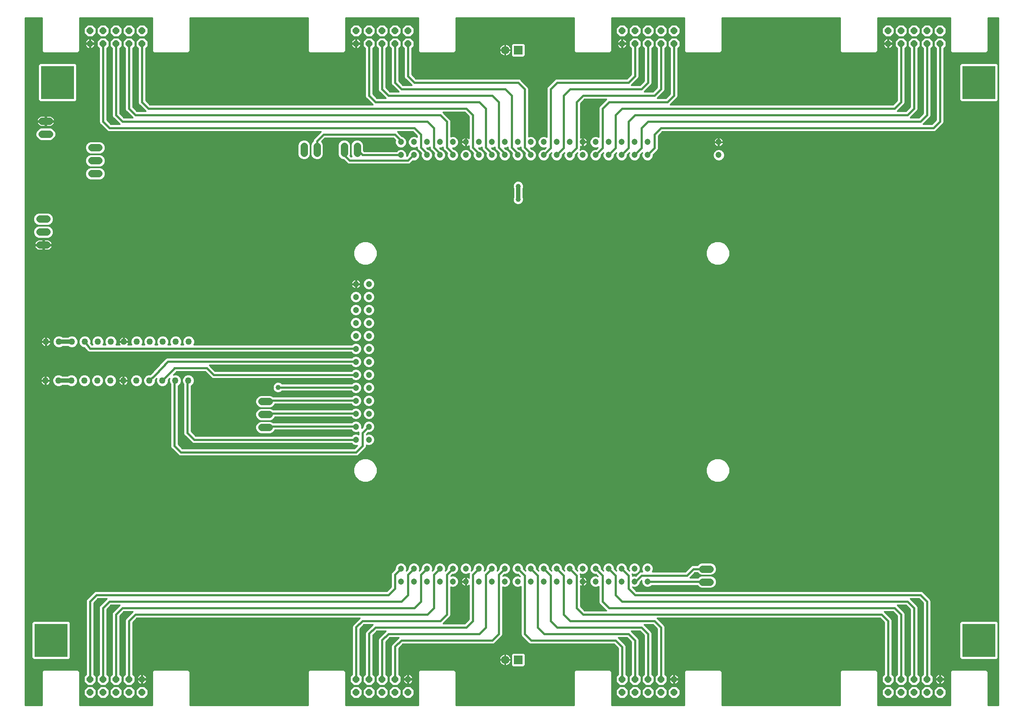
<source format=gbl>
G75*
G70*
%OFA0B0*%
%FSLAX24Y24*%
%IPPOS*%
%LPD*%
%AMOC8*
5,1,8,0,0,1.08239X$1,22.5*
%
%ADD10C,0.0500*%
%ADD11C,0.0517*%
%ADD12OC8,0.0517*%
%ADD13C,0.0557*%
%ADD14C,0.0472*%
%ADD15R,0.0650X0.0650*%
%ADD16C,0.0650*%
%ADD17C,0.0160*%
%ADD18C,0.0100*%
%ADD19C,0.0394*%
%ADD20C,0.0320*%
%ADD21R,0.2540X0.2540*%
D10*
X002975Y030557D03*
X003975Y030557D03*
X004975Y030557D03*
X005975Y030557D03*
X006975Y030557D03*
X007975Y030557D03*
X008975Y030557D03*
X009975Y030557D03*
X010975Y030557D03*
X011975Y030557D03*
X012975Y030557D03*
X013975Y030557D03*
X013990Y033549D03*
X012990Y033549D03*
X011990Y033549D03*
X010990Y033549D03*
X009990Y033549D03*
X008990Y033549D03*
X007990Y033549D03*
X006990Y033549D03*
X005990Y033549D03*
X004990Y033549D03*
X003990Y033549D03*
X002990Y033549D03*
D11*
X006393Y056533D03*
X026900Y056533D03*
X047393Y056533D03*
X067893Y056533D03*
X071893Y007533D03*
X051393Y007533D03*
X030903Y007533D03*
X010393Y007533D03*
D12*
X010393Y006533D03*
X009393Y006533D03*
X009393Y007533D03*
X008393Y007533D03*
X008393Y006533D03*
X007393Y006533D03*
X007393Y007533D03*
X006393Y007533D03*
X006393Y006533D03*
X026903Y006533D03*
X026903Y007533D03*
X027903Y007533D03*
X028903Y007533D03*
X029903Y007533D03*
X029903Y006533D03*
X028903Y006533D03*
X027903Y006533D03*
X030903Y006533D03*
X047393Y006533D03*
X048393Y006533D03*
X048393Y007533D03*
X047393Y007533D03*
X049393Y007533D03*
X050393Y007533D03*
X050393Y006533D03*
X051393Y006533D03*
X049393Y006533D03*
X067893Y006533D03*
X068893Y006533D03*
X069893Y006533D03*
X070893Y006533D03*
X070893Y007533D03*
X069893Y007533D03*
X068893Y007533D03*
X067893Y007533D03*
X071893Y006533D03*
X071893Y056533D03*
X071893Y057533D03*
X070893Y057533D03*
X070893Y056533D03*
X069893Y056533D03*
X069893Y057533D03*
X068893Y057533D03*
X068893Y056533D03*
X067893Y057533D03*
X051393Y057533D03*
X051393Y056533D03*
X050393Y056533D03*
X050393Y057533D03*
X049393Y057533D03*
X049393Y056533D03*
X048393Y056533D03*
X048393Y057533D03*
X047393Y057533D03*
X030900Y057533D03*
X030900Y056533D03*
X029900Y056533D03*
X029900Y057533D03*
X028900Y057533D03*
X028900Y056533D03*
X027900Y056533D03*
X027900Y057533D03*
X026900Y057533D03*
X010393Y057533D03*
X010393Y056533D03*
X009393Y056533D03*
X009393Y057533D03*
X008393Y057533D03*
X008393Y056533D03*
X007393Y056533D03*
X007393Y057533D03*
X006393Y057533D03*
D13*
X003261Y050553D02*
X002704Y050553D01*
X002704Y049553D02*
X003261Y049553D01*
X006524Y048513D02*
X007081Y048513D01*
X007081Y047513D02*
X006524Y047513D01*
X006524Y046513D02*
X007081Y046513D01*
X003081Y043013D02*
X002524Y043013D01*
X002524Y042013D02*
X003081Y042013D01*
X003081Y041013D02*
X002524Y041013D01*
X019634Y028943D02*
X020191Y028943D01*
X020191Y027943D02*
X019634Y027943D01*
X019634Y026943D02*
X020191Y026943D01*
X022893Y048081D02*
X022893Y048638D01*
X023893Y048638D02*
X023893Y048081D01*
X025983Y048081D02*
X025983Y048638D01*
X026983Y048638D02*
X026983Y048081D01*
X053614Y016033D02*
X054171Y016033D01*
X054171Y015033D02*
X053614Y015033D01*
D14*
X049357Y015061D03*
X049357Y016061D03*
X048357Y016061D03*
X047357Y016061D03*
X046357Y016061D03*
X045357Y016061D03*
X044357Y016061D03*
X043357Y016061D03*
X042357Y016061D03*
X041357Y016061D03*
X040357Y016061D03*
X039357Y016061D03*
X038357Y016061D03*
X037357Y016061D03*
X036357Y016061D03*
X035357Y016061D03*
X034357Y016061D03*
X033357Y016061D03*
X032357Y016061D03*
X031357Y016061D03*
X030357Y016061D03*
X030357Y015061D03*
X031357Y015061D03*
X032357Y015061D03*
X033357Y015061D03*
X034357Y015061D03*
X035357Y015061D03*
X036357Y015061D03*
X037357Y015061D03*
X038357Y015061D03*
X039357Y015061D03*
X040357Y015061D03*
X041357Y015061D03*
X042357Y015061D03*
X043357Y015061D03*
X044357Y015061D03*
X045357Y015061D03*
X046357Y015061D03*
X047357Y015061D03*
X048357Y015061D03*
X027893Y025998D03*
X027893Y026998D03*
X027893Y027998D03*
X027893Y028998D03*
X027893Y029998D03*
X027893Y030998D03*
X027893Y031998D03*
X027893Y032998D03*
X027893Y033998D03*
X027893Y034998D03*
X027893Y035998D03*
X027893Y036998D03*
X027893Y037998D03*
X026893Y037998D03*
X026893Y036998D03*
X026893Y035998D03*
X026893Y034998D03*
X026893Y033998D03*
X026893Y032998D03*
X026893Y031998D03*
X026893Y030998D03*
X026893Y029998D03*
X026893Y028998D03*
X026893Y027998D03*
X026893Y026998D03*
X026893Y025998D03*
X030361Y047943D03*
X031361Y047943D03*
X032361Y047943D03*
X032361Y048943D03*
X031361Y048943D03*
X030361Y048943D03*
X033361Y048943D03*
X034361Y048943D03*
X035361Y048943D03*
X036361Y048943D03*
X037361Y048943D03*
X038361Y048943D03*
X039361Y048943D03*
X040361Y048943D03*
X041361Y048943D03*
X042361Y048943D03*
X043361Y048943D03*
X044361Y048943D03*
X045361Y048943D03*
X046361Y048943D03*
X047361Y048943D03*
X048361Y048943D03*
X049361Y048943D03*
X049361Y047943D03*
X048361Y047943D03*
X047361Y047943D03*
X046361Y047943D03*
X045361Y047943D03*
X044361Y047943D03*
X043361Y047943D03*
X042361Y047943D03*
X041361Y047943D03*
X040361Y047943D03*
X039361Y047943D03*
X038361Y047943D03*
X037361Y047943D03*
X036361Y047943D03*
X035361Y047943D03*
X034361Y047943D03*
X033361Y047943D03*
X054837Y047939D03*
X054837Y048939D03*
D15*
X039393Y056033D03*
X039393Y009033D03*
D16*
X038393Y009033D03*
X038393Y056033D03*
D17*
X039393Y053533D02*
X031393Y053533D01*
X030893Y054033D01*
X030893Y056526D01*
X030900Y056533D01*
X029900Y056533D02*
X029893Y056526D01*
X029893Y053533D01*
X030393Y053033D01*
X038393Y053033D01*
X038893Y052533D01*
X038893Y048533D01*
X039361Y048065D01*
X039361Y047943D01*
X039893Y048533D02*
X039893Y053033D01*
X039393Y053533D01*
X037893Y052033D02*
X037393Y052533D01*
X029393Y052533D01*
X028893Y053033D01*
X028893Y056526D01*
X028900Y056533D01*
X027900Y056533D02*
X027893Y056526D01*
X027893Y052533D01*
X028393Y052033D01*
X036393Y052033D01*
X036893Y051533D01*
X036893Y048533D01*
X037361Y048065D01*
X037361Y047943D01*
X037893Y048533D02*
X037893Y052033D01*
X035893Y051033D02*
X035393Y051533D01*
X010893Y051533D01*
X010393Y052033D01*
X010393Y056533D01*
X009393Y056533D02*
X009393Y051533D01*
X009893Y051033D01*
X033393Y051033D01*
X033893Y050533D01*
X033893Y048533D01*
X034361Y048065D01*
X034361Y047943D01*
X033361Y047943D02*
X033361Y048065D01*
X032893Y048533D01*
X032893Y050033D01*
X032393Y050533D01*
X008893Y050533D01*
X008393Y051033D01*
X008393Y056533D01*
X007393Y056533D02*
X007393Y050533D01*
X007893Y050033D01*
X031393Y050033D01*
X031893Y049533D01*
X031893Y048533D01*
X032361Y048065D01*
X032361Y047943D01*
X031393Y048033D02*
X031361Y048002D01*
X030893Y047533D01*
X026393Y047533D01*
X025893Y048033D01*
X025893Y048270D01*
X025983Y048360D01*
X026983Y048360D02*
X027399Y047943D01*
X030361Y047943D01*
X031361Y047943D02*
X031361Y048002D01*
X030361Y048943D02*
X030361Y049065D01*
X029893Y049533D01*
X024393Y049533D01*
X023893Y049033D01*
X023893Y048360D01*
X035893Y048533D02*
X035893Y051033D01*
X035893Y048533D02*
X036361Y048065D01*
X036361Y047943D01*
X037893Y048533D02*
X038361Y048065D01*
X038361Y047943D01*
X039893Y048533D02*
X040361Y048065D01*
X040361Y047943D01*
X041361Y047943D02*
X041893Y048474D01*
X041893Y053033D01*
X042393Y053533D01*
X047893Y053533D01*
X048393Y054033D01*
X048393Y056533D01*
X049393Y056533D02*
X049393Y053533D01*
X048893Y053033D01*
X043393Y053033D01*
X042893Y052533D01*
X042893Y048474D01*
X042361Y047943D01*
X043361Y047943D02*
X043893Y048474D01*
X043893Y052033D01*
X044393Y052533D01*
X049893Y052533D01*
X050393Y053033D01*
X050393Y056533D01*
X051393Y056533D02*
X051393Y052533D01*
X050893Y052033D01*
X046393Y052033D01*
X045893Y051533D01*
X045893Y048474D01*
X045361Y047943D01*
X046361Y047943D02*
X046893Y048474D01*
X046893Y051033D01*
X047393Y051533D01*
X068393Y051533D01*
X068893Y052033D01*
X068893Y056533D01*
X069893Y056533D02*
X069893Y051533D01*
X069393Y051033D01*
X048393Y051033D01*
X047893Y050533D01*
X047893Y048474D01*
X047361Y047943D01*
X048361Y047943D02*
X048893Y048474D01*
X048893Y050033D01*
X049393Y050533D01*
X070393Y050533D01*
X070893Y051033D01*
X070893Y056533D01*
X071893Y056533D02*
X071893Y050533D01*
X071393Y050033D01*
X050393Y050033D01*
X049893Y049533D01*
X049893Y048474D01*
X049361Y047943D01*
X026893Y033033D02*
X006393Y033033D01*
X005990Y033549D01*
X010975Y030557D02*
X011451Y031033D01*
X012393Y032033D01*
X026893Y032033D01*
X026893Y031998D01*
X026893Y030998D02*
X015928Y030998D01*
X015393Y031533D01*
X012893Y031533D01*
X012893Y031475D01*
X011975Y030557D01*
X012893Y030475D02*
X012975Y030557D01*
X012893Y030475D02*
X012893Y025533D01*
X013393Y025033D01*
X026893Y025033D01*
X027393Y025533D01*
X027393Y026533D01*
X027857Y026998D01*
X027893Y026998D01*
X026893Y026998D02*
X026893Y027033D01*
X019893Y027033D01*
X019913Y027013D01*
X019913Y026943D01*
X019913Y027943D02*
X019913Y028013D01*
X019893Y028033D01*
X026893Y028033D01*
X026893Y027998D01*
X026893Y028998D02*
X026893Y029033D01*
X019893Y029033D01*
X019913Y029013D01*
X019913Y028943D01*
X020893Y030033D02*
X026893Y030033D01*
X026893Y029998D01*
X026893Y032998D02*
X026893Y033033D01*
X026893Y025998D02*
X014428Y025998D01*
X013893Y026533D01*
X013893Y030533D01*
X013975Y030557D01*
X029893Y015596D02*
X030357Y016061D01*
X029893Y015596D02*
X029893Y014533D01*
X029393Y014033D01*
X006893Y014033D01*
X006393Y013533D01*
X006393Y007533D01*
X007393Y007533D02*
X007393Y013033D01*
X007893Y013533D01*
X030393Y013533D01*
X030893Y014033D01*
X030893Y015596D01*
X031357Y016061D01*
X031893Y015596D02*
X031893Y013533D01*
X031393Y013033D01*
X008893Y013033D01*
X008393Y012533D01*
X008393Y007533D01*
X009393Y007533D02*
X009393Y012033D01*
X009893Y012533D01*
X032393Y012533D01*
X032893Y013033D01*
X032893Y015596D01*
X033357Y016061D01*
X033893Y015596D02*
X033893Y012533D01*
X033393Y012033D01*
X027393Y012033D01*
X026903Y011543D01*
X026903Y007533D01*
X027903Y007533D02*
X027903Y011043D01*
X028393Y011533D01*
X035393Y011533D01*
X035893Y012033D01*
X035893Y015596D01*
X036357Y016061D01*
X036893Y015596D02*
X036893Y011533D01*
X036393Y011033D01*
X029393Y011033D01*
X028903Y010543D01*
X028903Y007533D01*
X029903Y007533D02*
X029903Y010043D01*
X030393Y010533D01*
X037393Y010533D01*
X037893Y011033D01*
X037893Y015596D01*
X038357Y016061D01*
X037357Y016061D02*
X036893Y015596D01*
X034357Y016061D02*
X033893Y015596D01*
X032357Y016061D02*
X031893Y015596D01*
X039357Y016061D02*
X039893Y015525D01*
X039893Y011033D01*
X040393Y010533D01*
X046893Y010533D01*
X047393Y010033D01*
X047393Y007533D01*
X048393Y007533D02*
X048393Y010533D01*
X047893Y011033D01*
X041393Y011033D01*
X040893Y011533D01*
X040893Y015525D01*
X040357Y016061D01*
X041357Y016061D02*
X041893Y015525D01*
X041893Y012033D01*
X042393Y011533D01*
X048893Y011533D01*
X049393Y011033D01*
X049393Y007533D01*
X050393Y007533D02*
X050393Y011533D01*
X049893Y012033D01*
X043393Y012033D01*
X042893Y012533D01*
X042893Y015525D01*
X042357Y016061D01*
X043357Y016061D02*
X043893Y015525D01*
X043893Y013033D01*
X044393Y012533D01*
X067393Y012533D01*
X067893Y012033D01*
X067893Y007533D01*
X068893Y007533D02*
X068893Y012533D01*
X068393Y013033D01*
X046393Y013033D01*
X045893Y013533D01*
X045893Y015525D01*
X045357Y016061D01*
X046357Y016061D02*
X046885Y015533D01*
X046893Y015533D01*
X046893Y014033D01*
X047393Y013533D01*
X069393Y013533D01*
X069893Y013033D01*
X069893Y007533D01*
X070893Y007533D02*
X070893Y013533D01*
X070393Y014033D01*
X048393Y014033D01*
X047893Y014533D01*
X047893Y015533D01*
X047885Y015533D01*
X047357Y016061D01*
X048357Y015061D02*
X048420Y015061D01*
X048893Y015533D01*
X052393Y015533D01*
X052893Y016033D01*
X053893Y016033D01*
X053865Y015061D02*
X053893Y015033D01*
X053865Y015061D02*
X049357Y015061D01*
D18*
X001393Y005533D02*
X001393Y058533D01*
X002683Y058533D01*
X002683Y055946D01*
X002806Y055823D01*
X005480Y055823D01*
X005603Y055946D01*
X005603Y058533D01*
X011183Y058533D01*
X011183Y055946D01*
X011306Y055823D01*
X013980Y055823D01*
X014103Y055946D01*
X014103Y058533D01*
X023183Y058533D01*
X023183Y055946D01*
X023306Y055823D01*
X025980Y055823D01*
X026103Y055946D01*
X026103Y058533D01*
X031683Y058533D01*
X031683Y055946D01*
X031806Y055823D01*
X034480Y055823D01*
X034603Y055946D01*
X034603Y058533D01*
X043683Y058533D01*
X043683Y055946D01*
X043806Y055823D01*
X046480Y055823D01*
X046603Y055946D01*
X046603Y058533D01*
X052183Y058533D01*
X052183Y055946D01*
X052306Y055823D01*
X054980Y055823D01*
X055103Y055946D01*
X055103Y058533D01*
X064183Y058533D01*
X064183Y055946D01*
X064306Y055823D01*
X066980Y055823D01*
X067103Y055946D01*
X067103Y058533D01*
X072683Y058533D01*
X072683Y055946D01*
X072806Y055823D01*
X075480Y055823D01*
X075603Y055946D01*
X075603Y058533D01*
X076393Y058533D01*
X076393Y005533D01*
X075603Y005533D01*
X075603Y008120D01*
X075480Y008243D01*
X072806Y008243D01*
X072683Y008120D01*
X072683Y005533D01*
X067103Y005533D01*
X067103Y008120D01*
X066980Y008243D01*
X064306Y008243D01*
X064183Y008120D01*
X064183Y005533D01*
X055103Y005533D01*
X055103Y008120D01*
X054980Y008243D01*
X052306Y008243D01*
X052183Y008120D01*
X052183Y005533D01*
X046603Y005533D01*
X046603Y008120D01*
X046480Y008243D01*
X043806Y008243D01*
X043683Y008120D01*
X043683Y005533D01*
X034603Y005533D01*
X034603Y008120D01*
X034480Y008243D01*
X031806Y008243D01*
X031683Y008120D01*
X031683Y005533D01*
X026103Y005533D01*
X026103Y008120D01*
X025980Y008243D01*
X023306Y008243D01*
X023183Y008120D01*
X023183Y005533D01*
X014103Y005533D01*
X014103Y008120D01*
X013980Y008243D01*
X011306Y008243D01*
X011183Y008120D01*
X011183Y005533D01*
X005603Y005533D01*
X005603Y008120D01*
X005480Y008243D01*
X002806Y008243D01*
X002683Y008120D01*
X002683Y005533D01*
X001393Y005533D01*
X001393Y005624D02*
X002683Y005624D01*
X002683Y005723D02*
X001393Y005723D01*
X001393Y005821D02*
X002683Y005821D01*
X002683Y005920D02*
X001393Y005920D01*
X001393Y006018D02*
X002683Y006018D01*
X002683Y006117D02*
X001393Y006117D01*
X001393Y006215D02*
X002683Y006215D01*
X002683Y006314D02*
X001393Y006314D01*
X001393Y006412D02*
X002683Y006412D01*
X002683Y006511D02*
X001393Y006511D01*
X001393Y006609D02*
X002683Y006609D01*
X002683Y006708D02*
X001393Y006708D01*
X001393Y006806D02*
X002683Y006806D01*
X002683Y006905D02*
X001393Y006905D01*
X001393Y007003D02*
X002683Y007003D01*
X002683Y007102D02*
X001393Y007102D01*
X001393Y007200D02*
X002683Y007200D01*
X002683Y007299D02*
X001393Y007299D01*
X001393Y007397D02*
X002683Y007397D01*
X002683Y007496D02*
X001393Y007496D01*
X001393Y007594D02*
X002683Y007594D01*
X002683Y007693D02*
X001393Y007693D01*
X001393Y007791D02*
X002683Y007791D01*
X002683Y007890D02*
X001393Y007890D01*
X001393Y007988D02*
X002683Y007988D01*
X002683Y008087D02*
X001393Y008087D01*
X001393Y008185D02*
X002748Y008185D01*
X002036Y009053D02*
X004750Y009053D01*
X004873Y009176D01*
X004873Y011890D01*
X004750Y012013D01*
X002036Y012013D01*
X001913Y011890D01*
X001913Y009176D01*
X002036Y009053D01*
X002017Y009072D02*
X001393Y009072D01*
X001393Y009170D02*
X001919Y009170D01*
X001913Y009269D02*
X001393Y009269D01*
X001393Y009367D02*
X001913Y009367D01*
X001913Y009466D02*
X001393Y009466D01*
X001393Y009564D02*
X001913Y009564D01*
X001913Y009663D02*
X001393Y009663D01*
X001393Y009761D02*
X001913Y009761D01*
X001913Y009860D02*
X001393Y009860D01*
X001393Y009958D02*
X001913Y009958D01*
X001913Y010057D02*
X001393Y010057D01*
X001393Y010155D02*
X001913Y010155D01*
X001913Y010254D02*
X001393Y010254D01*
X001393Y010352D02*
X001913Y010352D01*
X001913Y010451D02*
X001393Y010451D01*
X001393Y010549D02*
X001913Y010549D01*
X001913Y010648D02*
X001393Y010648D01*
X001393Y010746D02*
X001913Y010746D01*
X001913Y010845D02*
X001393Y010845D01*
X001393Y010943D02*
X001913Y010943D01*
X001913Y011042D02*
X001393Y011042D01*
X001393Y011140D02*
X001913Y011140D01*
X001913Y011239D02*
X001393Y011239D01*
X001393Y011337D02*
X001913Y011337D01*
X001913Y011436D02*
X001393Y011436D01*
X001393Y011534D02*
X001913Y011534D01*
X001913Y011633D02*
X001393Y011633D01*
X001393Y011731D02*
X001913Y011731D01*
X001913Y011830D02*
X001393Y011830D01*
X001393Y011928D02*
X001951Y011928D01*
X001393Y012027D02*
X006103Y012027D01*
X006103Y012125D02*
X001393Y012125D01*
X001393Y012224D02*
X006103Y012224D01*
X006103Y012322D02*
X001393Y012322D01*
X001393Y012421D02*
X006103Y012421D01*
X006103Y012519D02*
X001393Y012519D01*
X001393Y012618D02*
X006103Y012618D01*
X006103Y012716D02*
X001393Y012716D01*
X001393Y012815D02*
X006103Y012815D01*
X006103Y012913D02*
X001393Y012913D01*
X001393Y013012D02*
X006103Y013012D01*
X006103Y013110D02*
X001393Y013110D01*
X001393Y013209D02*
X006103Y013209D01*
X006103Y013307D02*
X001393Y013307D01*
X001393Y013406D02*
X006103Y013406D01*
X006103Y013504D02*
X001393Y013504D01*
X001393Y013603D02*
X006107Y013603D01*
X006103Y013591D02*
X006103Y007906D01*
X005924Y007727D01*
X005924Y007339D01*
X006198Y007065D01*
X006587Y007065D01*
X006861Y007339D01*
X006861Y007727D01*
X006683Y007906D01*
X006683Y013413D01*
X007013Y013743D01*
X007692Y013743D01*
X007228Y013279D01*
X007147Y013198D01*
X007103Y013091D01*
X007103Y007906D01*
X006924Y007727D01*
X006924Y007339D01*
X007198Y007065D01*
X007587Y007065D01*
X007861Y007339D01*
X007861Y007727D01*
X007683Y007906D01*
X007683Y012913D01*
X008362Y012913D01*
X008264Y012815D02*
X007683Y012815D01*
X007683Y012913D02*
X008013Y013243D01*
X008692Y013243D01*
X008228Y012779D01*
X008147Y012698D01*
X008103Y012591D01*
X008103Y007906D01*
X007924Y007727D01*
X007924Y007339D01*
X008198Y007065D01*
X008587Y007065D01*
X008861Y007339D01*
X008861Y007727D01*
X008683Y007906D01*
X008683Y012413D01*
X009013Y012743D01*
X009692Y012743D01*
X009228Y012279D01*
X009147Y012198D01*
X009103Y012091D01*
X009103Y007906D01*
X008924Y007727D01*
X008924Y007339D01*
X009198Y007065D01*
X009587Y007065D01*
X009861Y007339D01*
X009861Y007727D01*
X009683Y007906D01*
X009683Y011913D01*
X010013Y012243D01*
X027192Y012243D01*
X026738Y011789D01*
X026657Y011708D01*
X026613Y011601D01*
X026613Y007906D01*
X026434Y007727D01*
X026434Y007339D01*
X026708Y007065D01*
X027097Y007065D01*
X027371Y007339D01*
X027371Y007727D01*
X027193Y007906D01*
X027193Y011423D01*
X027513Y011743D01*
X028192Y011743D01*
X027738Y011289D01*
X027657Y011208D01*
X027613Y011101D01*
X027613Y007906D01*
X027434Y007727D01*
X027434Y007339D01*
X027708Y007065D01*
X028097Y007065D01*
X028371Y007339D01*
X028371Y007727D01*
X028193Y007906D01*
X028193Y010923D01*
X028513Y011243D01*
X029192Y011243D01*
X028738Y010789D01*
X028657Y010708D01*
X028613Y010601D01*
X028613Y007906D01*
X028434Y007727D01*
X028434Y007339D01*
X028708Y007065D01*
X029097Y007065D01*
X029371Y007339D01*
X029371Y007727D01*
X029193Y007906D01*
X029193Y010423D01*
X029513Y010743D01*
X030192Y010743D01*
X029738Y010289D01*
X029657Y010208D01*
X029613Y010101D01*
X029613Y007906D01*
X029434Y007727D01*
X029434Y007339D01*
X029708Y007065D01*
X030097Y007065D01*
X030371Y007339D01*
X030371Y007727D01*
X030193Y007906D01*
X030193Y009923D01*
X030513Y010243D01*
X037450Y010243D01*
X037557Y010287D01*
X037638Y010369D01*
X038138Y010869D01*
X038183Y010976D01*
X038183Y014650D01*
X038268Y014615D01*
X038446Y014615D01*
X038610Y014683D01*
X038735Y014808D01*
X038803Y014972D01*
X038803Y015150D01*
X038735Y015314D01*
X038610Y015439D01*
X038446Y015507D01*
X038268Y015507D01*
X038183Y015472D01*
X038183Y015476D01*
X038321Y015615D01*
X038446Y015615D01*
X038610Y015683D01*
X038735Y015808D01*
X038803Y015972D01*
X038803Y016150D01*
X038735Y016314D01*
X038610Y016439D01*
X038446Y016507D01*
X038268Y016507D01*
X038104Y016439D01*
X037979Y016314D01*
X037911Y016150D01*
X037911Y016025D01*
X037764Y015878D01*
X037803Y015972D01*
X037803Y016150D01*
X037735Y016314D01*
X037610Y016439D01*
X037446Y016507D01*
X037268Y016507D01*
X037104Y016439D01*
X036979Y016314D01*
X036911Y016150D01*
X036911Y016025D01*
X036764Y015878D01*
X036803Y015972D01*
X036803Y016150D01*
X036735Y016314D01*
X036610Y016439D01*
X036446Y016507D01*
X036268Y016507D01*
X036104Y016439D01*
X035979Y016314D01*
X035911Y016150D01*
X035911Y016025D01*
X035764Y015878D01*
X035803Y015972D01*
X035803Y016150D01*
X035735Y016314D01*
X035610Y016439D01*
X035446Y016507D01*
X035268Y016507D01*
X035104Y016439D01*
X034979Y016314D01*
X034911Y016150D01*
X034911Y015972D01*
X034979Y015808D01*
X035104Y015683D01*
X035268Y015615D01*
X035446Y015615D01*
X035610Y015683D01*
X035618Y015690D01*
X035603Y015654D01*
X035603Y015332D01*
X035590Y015344D01*
X035530Y015384D01*
X035464Y015412D01*
X035393Y015426D01*
X035386Y015426D01*
X035386Y015090D01*
X035328Y015090D01*
X035328Y015426D01*
X035321Y015426D01*
X035251Y015412D01*
X035184Y015384D01*
X035124Y015344D01*
X035074Y015294D01*
X035034Y015234D01*
X035006Y015167D01*
X034992Y015097D01*
X034992Y015090D01*
X035328Y015090D01*
X035328Y015032D01*
X034992Y015032D01*
X034992Y015025D01*
X035006Y014954D01*
X035034Y014888D01*
X035074Y014828D01*
X035124Y014777D01*
X035184Y014737D01*
X035251Y014710D01*
X035321Y014696D01*
X035328Y014696D01*
X035328Y015032D01*
X035386Y015032D01*
X035386Y014696D01*
X035393Y014696D01*
X035464Y014710D01*
X035530Y014737D01*
X035590Y014777D01*
X035603Y014790D01*
X035603Y012153D01*
X035272Y011823D01*
X033593Y011823D01*
X033638Y011869D01*
X034138Y012369D01*
X034183Y012476D01*
X034183Y014650D01*
X034268Y014615D01*
X034446Y014615D01*
X034610Y014683D01*
X034735Y014808D01*
X034803Y014972D01*
X034803Y015150D01*
X034735Y015314D01*
X034610Y015439D01*
X034446Y015507D01*
X034268Y015507D01*
X034183Y015472D01*
X034183Y015476D01*
X034321Y015615D01*
X034446Y015615D01*
X034610Y015683D01*
X034735Y015808D01*
X034803Y015972D01*
X034803Y016150D01*
X034735Y016314D01*
X034610Y016439D01*
X034446Y016507D01*
X034268Y016507D01*
X034104Y016439D01*
X033979Y016314D01*
X033911Y016150D01*
X033911Y016025D01*
X033764Y015878D01*
X033803Y015972D01*
X033803Y016150D01*
X033735Y016314D01*
X033610Y016439D01*
X033446Y016507D01*
X033268Y016507D01*
X033104Y016439D01*
X032979Y016314D01*
X032911Y016150D01*
X032911Y016025D01*
X032764Y015878D01*
X032803Y015972D01*
X032803Y016150D01*
X032735Y016314D01*
X032610Y016439D01*
X032446Y016507D01*
X032268Y016507D01*
X032104Y016439D01*
X031979Y016314D01*
X031911Y016150D01*
X031911Y016025D01*
X031764Y015878D01*
X031803Y015972D01*
X031803Y016150D01*
X031735Y016314D01*
X031610Y016439D01*
X031446Y016507D01*
X031268Y016507D01*
X031104Y016439D01*
X030979Y016314D01*
X030911Y016150D01*
X030911Y016025D01*
X030764Y015878D01*
X030803Y015972D01*
X030803Y016150D01*
X030735Y016314D01*
X030610Y016439D01*
X030446Y016507D01*
X030268Y016507D01*
X030104Y016439D01*
X029979Y016314D01*
X029911Y016150D01*
X029911Y016025D01*
X029728Y015842D01*
X029647Y015761D01*
X029603Y015654D01*
X029603Y014653D01*
X029272Y014323D01*
X006835Y014323D01*
X006728Y014279D01*
X006228Y013779D01*
X006147Y013698D01*
X006103Y013591D01*
X006150Y013701D02*
X001393Y013701D01*
X001393Y013800D02*
X006249Y013800D01*
X006347Y013898D02*
X001393Y013898D01*
X001393Y013997D02*
X006446Y013997D01*
X006544Y014095D02*
X001393Y014095D01*
X001393Y014194D02*
X006643Y014194D01*
X006760Y014292D02*
X001393Y014292D01*
X001393Y014391D02*
X029340Y014391D01*
X029438Y014489D02*
X001393Y014489D01*
X001393Y014588D02*
X029537Y014588D01*
X029603Y014686D02*
X001393Y014686D01*
X001393Y014785D02*
X029603Y014785D01*
X029603Y014883D02*
X001393Y014883D01*
X001393Y014982D02*
X029603Y014982D01*
X029603Y015080D02*
X001393Y015080D01*
X001393Y015179D02*
X029603Y015179D01*
X029603Y015277D02*
X001393Y015277D01*
X001393Y015376D02*
X029603Y015376D01*
X029603Y015474D02*
X001393Y015474D01*
X001393Y015573D02*
X029603Y015573D01*
X029610Y015671D02*
X001393Y015671D01*
X001393Y015770D02*
X029656Y015770D01*
X029728Y015842D02*
X029728Y015842D01*
X029754Y015868D02*
X001393Y015868D01*
X001393Y015967D02*
X029853Y015967D01*
X029911Y016065D02*
X001393Y016065D01*
X001393Y016164D02*
X029917Y016164D01*
X029958Y016262D02*
X001393Y016262D01*
X001393Y016361D02*
X030026Y016361D01*
X030153Y016459D02*
X001393Y016459D01*
X001393Y016558D02*
X076393Y016558D01*
X076393Y016656D02*
X001393Y016656D01*
X001393Y016755D02*
X076393Y016755D01*
X076393Y016853D02*
X001393Y016853D01*
X001393Y016952D02*
X076393Y016952D01*
X076393Y017050D02*
X001393Y017050D01*
X001393Y017149D02*
X076393Y017149D01*
X076393Y017247D02*
X001393Y017247D01*
X001393Y017346D02*
X076393Y017346D01*
X076393Y017444D02*
X001393Y017444D01*
X001393Y017543D02*
X076393Y017543D01*
X076393Y017641D02*
X001393Y017641D01*
X001393Y017740D02*
X076393Y017740D01*
X076393Y017838D02*
X001393Y017838D01*
X001393Y017937D02*
X076393Y017937D01*
X076393Y018035D02*
X001393Y018035D01*
X001393Y018134D02*
X076393Y018134D01*
X076393Y018232D02*
X001393Y018232D01*
X001393Y018331D02*
X076393Y018331D01*
X076393Y018429D02*
X001393Y018429D01*
X001393Y018528D02*
X076393Y018528D01*
X076393Y018626D02*
X001393Y018626D01*
X001393Y018725D02*
X076393Y018725D01*
X076393Y018823D02*
X001393Y018823D01*
X001393Y018922D02*
X076393Y018922D01*
X076393Y019020D02*
X001393Y019020D01*
X001393Y019119D02*
X076393Y019119D01*
X076393Y019217D02*
X001393Y019217D01*
X001393Y019316D02*
X076393Y019316D01*
X076393Y019414D02*
X001393Y019414D01*
X001393Y019513D02*
X076393Y019513D01*
X076393Y019611D02*
X001393Y019611D01*
X001393Y019710D02*
X076393Y019710D01*
X076393Y019808D02*
X001393Y019808D01*
X001393Y019907D02*
X076393Y019907D01*
X076393Y020005D02*
X001393Y020005D01*
X001393Y020104D02*
X076393Y020104D01*
X076393Y020202D02*
X001393Y020202D01*
X001393Y020301D02*
X076393Y020301D01*
X076393Y020399D02*
X001393Y020399D01*
X001393Y020498D02*
X076393Y020498D01*
X076393Y020596D02*
X001393Y020596D01*
X001393Y020695D02*
X076393Y020695D01*
X076393Y020793D02*
X001393Y020793D01*
X001393Y020892D02*
X076393Y020892D01*
X076393Y020990D02*
X001393Y020990D01*
X001393Y021089D02*
X076393Y021089D01*
X076393Y021187D02*
X001393Y021187D01*
X001393Y021286D02*
X076393Y021286D01*
X076393Y021384D02*
X001393Y021384D01*
X001393Y021483D02*
X076393Y021483D01*
X076393Y021581D02*
X001393Y021581D01*
X001393Y021680D02*
X076393Y021680D01*
X076393Y021778D02*
X001393Y021778D01*
X001393Y021877D02*
X076393Y021877D01*
X076393Y021975D02*
X001393Y021975D01*
X001393Y022074D02*
X076393Y022074D01*
X076393Y022172D02*
X001393Y022172D01*
X001393Y022271D02*
X076393Y022271D01*
X076393Y022369D02*
X001393Y022369D01*
X001393Y022468D02*
X076393Y022468D01*
X076393Y022566D02*
X001393Y022566D01*
X001393Y022665D02*
X076393Y022665D01*
X076393Y022763D02*
X055055Y022763D01*
X054949Y022720D02*
X055285Y022859D01*
X055543Y023117D01*
X055683Y023453D01*
X055683Y023818D01*
X055543Y024155D01*
X055285Y024412D01*
X054949Y024552D01*
X054584Y024552D01*
X054248Y024412D01*
X053990Y024155D01*
X053850Y023818D01*
X053850Y023453D01*
X053990Y023117D01*
X054248Y022859D01*
X054584Y022720D01*
X054949Y022720D01*
X055288Y022862D02*
X076393Y022862D01*
X076393Y022960D02*
X055387Y022960D01*
X055485Y023059D02*
X076393Y023059D01*
X076393Y023157D02*
X055560Y023157D01*
X055601Y023256D02*
X076393Y023256D01*
X076393Y023354D02*
X055642Y023354D01*
X055682Y023453D02*
X076393Y023453D01*
X076393Y023551D02*
X055683Y023551D01*
X055683Y023650D02*
X076393Y023650D01*
X076393Y023748D02*
X055683Y023748D01*
X055671Y023847D02*
X076393Y023847D01*
X076393Y023945D02*
X055630Y023945D01*
X055589Y024044D02*
X076393Y024044D01*
X076393Y024142D02*
X055548Y024142D01*
X055457Y024241D02*
X076393Y024241D01*
X076393Y024339D02*
X055358Y024339D01*
X055224Y024438D02*
X076393Y024438D01*
X076393Y024536D02*
X054986Y024536D01*
X054547Y024536D02*
X027821Y024536D01*
X027783Y024552D02*
X027419Y024552D01*
X027082Y024412D01*
X026825Y024155D01*
X026685Y023818D01*
X026685Y023453D01*
X001393Y023453D01*
X001393Y023551D02*
X026685Y023551D01*
X026685Y023453D02*
X026825Y023117D01*
X027082Y022859D01*
X027419Y022720D01*
X027783Y022720D01*
X028120Y022859D01*
X028378Y023117D01*
X028517Y023453D01*
X053851Y023453D01*
X053850Y023551D02*
X028517Y023551D01*
X028517Y023453D02*
X028517Y023818D01*
X028378Y024155D01*
X028120Y024412D01*
X027783Y024552D01*
X028059Y024438D02*
X054309Y024438D01*
X054175Y024339D02*
X028193Y024339D01*
X028292Y024241D02*
X054076Y024241D01*
X053985Y024142D02*
X028383Y024142D01*
X028424Y024044D02*
X053944Y024044D01*
X053903Y023945D02*
X028465Y023945D01*
X028505Y023847D02*
X053862Y023847D01*
X053850Y023748D02*
X028517Y023748D01*
X028517Y023650D02*
X053850Y023650D01*
X053891Y023354D02*
X028476Y023354D01*
X028435Y023256D02*
X053932Y023256D01*
X053973Y023157D02*
X028395Y023157D01*
X028320Y023059D02*
X054048Y023059D01*
X054146Y022960D02*
X028221Y022960D01*
X028123Y022862D02*
X054245Y022862D01*
X054479Y022763D02*
X027889Y022763D01*
X027313Y022763D02*
X001393Y022763D01*
X001393Y022862D02*
X027079Y022862D01*
X026981Y022960D02*
X001393Y022960D01*
X001393Y023059D02*
X026882Y023059D01*
X026808Y023157D02*
X001393Y023157D01*
X001393Y023256D02*
X026767Y023256D01*
X026726Y023354D02*
X001393Y023354D01*
X001393Y023650D02*
X026685Y023650D01*
X026685Y023748D02*
X001393Y023748D01*
X001393Y023847D02*
X026697Y023847D01*
X026738Y023945D02*
X001393Y023945D01*
X001393Y024044D02*
X026779Y024044D01*
X026819Y024142D02*
X001393Y024142D01*
X001393Y024241D02*
X026911Y024241D01*
X027009Y024339D02*
X001393Y024339D01*
X001393Y024438D02*
X027144Y024438D01*
X027382Y024536D02*
X001393Y024536D01*
X001393Y024635D02*
X076393Y024635D01*
X076393Y024733D02*
X001393Y024733D01*
X001393Y024832D02*
X013184Y024832D01*
X013228Y024787D02*
X013335Y024743D01*
X026950Y024743D01*
X027057Y024787D01*
X027138Y024869D01*
X027638Y025369D01*
X027683Y025476D01*
X027683Y025602D01*
X027804Y025552D01*
X027981Y025552D01*
X028145Y025620D01*
X028271Y025745D01*
X028339Y025909D01*
X028339Y026087D01*
X028271Y026251D01*
X028145Y026376D01*
X027981Y026444D01*
X027804Y026444D01*
X027683Y026394D01*
X027683Y026413D01*
X027821Y026552D01*
X027981Y026552D01*
X028145Y026620D01*
X028271Y026745D01*
X028339Y026909D01*
X028339Y027087D01*
X028271Y027251D01*
X028145Y027376D01*
X027981Y027444D01*
X027804Y027444D01*
X027640Y027376D01*
X027514Y027251D01*
X027446Y027087D01*
X027446Y026997D01*
X027325Y026876D01*
X027339Y026909D01*
X027339Y027087D01*
X027271Y027251D01*
X027145Y027376D01*
X026981Y027444D01*
X026804Y027444D01*
X026640Y027376D01*
X026587Y027323D01*
X020502Y027323D01*
X020468Y027358D01*
X020288Y027432D01*
X019537Y027432D01*
X019357Y027358D01*
X019219Y027220D01*
X019145Y027041D01*
X019145Y026846D01*
X019219Y026666D01*
X019357Y026529D01*
X019537Y026455D01*
X020288Y026455D01*
X020468Y026529D01*
X020606Y026666D01*
X020637Y026743D01*
X026516Y026743D01*
X026640Y026620D01*
X026804Y026552D01*
X026981Y026552D01*
X027108Y026604D01*
X027103Y026591D01*
X027103Y026394D01*
X026981Y026444D01*
X026804Y026444D01*
X026640Y026376D01*
X026551Y026288D01*
X014548Y026288D01*
X014183Y026653D01*
X014183Y030145D01*
X014235Y030167D01*
X014365Y030297D01*
X014435Y030466D01*
X014435Y030649D01*
X014365Y030818D01*
X014235Y030947D01*
X014066Y031017D01*
X013883Y031017D01*
X013714Y030947D01*
X013585Y030818D01*
X013515Y030649D01*
X013515Y030466D01*
X013585Y030297D01*
X013603Y030279D01*
X013603Y026476D01*
X013647Y026369D01*
X013728Y026287D01*
X014264Y025752D01*
X014370Y025708D01*
X026551Y025708D01*
X026640Y025620D01*
X026804Y025552D01*
X026981Y025552D01*
X027015Y025565D01*
X026772Y025323D01*
X013513Y025323D01*
X013183Y025653D01*
X013183Y030145D01*
X013235Y030167D01*
X013365Y030297D01*
X013435Y030466D01*
X013435Y030649D01*
X013365Y030818D01*
X013235Y030947D01*
X013066Y031017D01*
X012883Y031017D01*
X012818Y030990D01*
X013071Y031243D01*
X015272Y031243D01*
X015764Y030752D01*
X015870Y030708D01*
X026551Y030708D01*
X026640Y030620D01*
X026804Y030552D01*
X026981Y030552D01*
X027145Y030620D01*
X027271Y030745D01*
X027339Y030909D01*
X027339Y031087D01*
X027271Y031251D01*
X027145Y031376D01*
X026981Y031444D01*
X026804Y031444D01*
X026640Y031376D01*
X026551Y031288D01*
X016048Y031288D01*
X015638Y031698D01*
X015593Y031743D01*
X026516Y031743D01*
X026640Y031620D01*
X026804Y031552D01*
X026981Y031552D01*
X027145Y031620D01*
X027271Y031745D01*
X027339Y031909D01*
X027339Y032087D01*
X027271Y032251D01*
X027145Y032376D01*
X026981Y032444D01*
X026804Y032444D01*
X026640Y032376D01*
X026587Y032323D01*
X012446Y032323D01*
X012441Y032325D01*
X012388Y032323D01*
X012335Y032323D01*
X012331Y032322D01*
X012326Y032321D01*
X012278Y032300D01*
X012228Y032279D01*
X012225Y032276D01*
X012221Y032274D01*
X012184Y032235D01*
X012147Y032198D01*
X012145Y032193D01*
X011243Y031235D01*
X011025Y031017D01*
X010883Y031017D01*
X010714Y030947D01*
X010585Y030818D01*
X010515Y030649D01*
X010515Y030466D01*
X010585Y030297D01*
X010714Y030167D01*
X010883Y030097D01*
X011066Y030097D01*
X011235Y030167D01*
X011365Y030297D01*
X011435Y030466D01*
X011435Y030607D01*
X011542Y030714D01*
X011515Y030649D01*
X011515Y030466D01*
X011585Y030297D01*
X011714Y030167D01*
X011883Y030097D01*
X012066Y030097D01*
X012235Y030167D01*
X012365Y030297D01*
X012435Y030466D01*
X012435Y030607D01*
X012542Y030714D01*
X012515Y030649D01*
X012515Y030466D01*
X012585Y030297D01*
X012603Y030279D01*
X012603Y025476D01*
X012647Y025369D01*
X012728Y025287D01*
X013228Y024787D01*
X013085Y024930D02*
X001393Y024930D01*
X001393Y025029D02*
X012987Y025029D01*
X012888Y025127D02*
X001393Y025127D01*
X001393Y025226D02*
X012790Y025226D01*
X012691Y025324D02*
X001393Y025324D01*
X001393Y025423D02*
X012624Y025423D01*
X012603Y025521D02*
X001393Y025521D01*
X001393Y025620D02*
X012603Y025620D01*
X012603Y025718D02*
X001393Y025718D01*
X001393Y025817D02*
X012603Y025817D01*
X012603Y025915D02*
X001393Y025915D01*
X001393Y026014D02*
X012603Y026014D01*
X012603Y026112D02*
X001393Y026112D01*
X001393Y026211D02*
X012603Y026211D01*
X012603Y026309D02*
X001393Y026309D01*
X001393Y026408D02*
X012603Y026408D01*
X012603Y026506D02*
X001393Y026506D01*
X001393Y026605D02*
X012603Y026605D01*
X012603Y026703D02*
X001393Y026703D01*
X001393Y026802D02*
X012603Y026802D01*
X012603Y026900D02*
X001393Y026900D01*
X001393Y026999D02*
X012603Y026999D01*
X012603Y027097D02*
X001393Y027097D01*
X001393Y027196D02*
X012603Y027196D01*
X012603Y027294D02*
X001393Y027294D01*
X001393Y027393D02*
X012603Y027393D01*
X012603Y027491D02*
X001393Y027491D01*
X001393Y027590D02*
X012603Y027590D01*
X012603Y027688D02*
X001393Y027688D01*
X001393Y027787D02*
X012603Y027787D01*
X012603Y027885D02*
X001393Y027885D01*
X001393Y027984D02*
X012603Y027984D01*
X012603Y028082D02*
X001393Y028082D01*
X001393Y028181D02*
X012603Y028181D01*
X012603Y028279D02*
X001393Y028279D01*
X001393Y028378D02*
X012603Y028378D01*
X012603Y028476D02*
X001393Y028476D01*
X001393Y028575D02*
X012603Y028575D01*
X012603Y028673D02*
X001393Y028673D01*
X001393Y028772D02*
X012603Y028772D01*
X012603Y028870D02*
X001393Y028870D01*
X001393Y028969D02*
X012603Y028969D01*
X012603Y029067D02*
X001393Y029067D01*
X001393Y029166D02*
X012603Y029166D01*
X012603Y029264D02*
X001393Y029264D01*
X001393Y029363D02*
X012603Y029363D01*
X012603Y029461D02*
X001393Y029461D01*
X001393Y029560D02*
X012603Y029560D01*
X012603Y029658D02*
X001393Y029658D01*
X001393Y029757D02*
X012603Y029757D01*
X012603Y029855D02*
X001393Y029855D01*
X001393Y029954D02*
X012603Y029954D01*
X012603Y030052D02*
X001393Y030052D01*
X001393Y030151D02*
X003753Y030151D01*
X003714Y030167D02*
X003883Y030097D01*
X004066Y030097D01*
X004235Y030167D01*
X004255Y030187D01*
X004694Y030187D01*
X004714Y030167D01*
X004883Y030097D01*
X005066Y030097D01*
X005235Y030167D01*
X005365Y030297D01*
X005435Y030466D01*
X005435Y030649D01*
X005365Y030818D01*
X005235Y030947D01*
X005066Y031017D01*
X004883Y031017D01*
X004714Y030947D01*
X004694Y030927D01*
X004255Y030927D01*
X004235Y030947D01*
X004066Y031017D01*
X003883Y031017D01*
X003714Y030947D01*
X003585Y030818D01*
X003515Y030649D01*
X003515Y030466D01*
X003585Y030297D01*
X003714Y030167D01*
X003632Y030249D02*
X003196Y030249D01*
X003216Y030263D02*
X003269Y030316D01*
X003310Y030378D01*
X003339Y030447D01*
X003353Y030520D01*
X003353Y030528D01*
X003003Y030528D01*
X003003Y030178D01*
X003012Y030178D01*
X003085Y030193D01*
X003154Y030221D01*
X003216Y030263D01*
X003290Y030348D02*
X003563Y030348D01*
X003523Y030446D02*
X003339Y030446D01*
X003353Y030586D02*
X003353Y030594D01*
X003339Y030668D01*
X003310Y030736D01*
X003269Y030799D01*
X003216Y030851D01*
X003154Y030893D01*
X003085Y030921D01*
X003012Y030936D01*
X003003Y030936D01*
X003003Y030586D01*
X002946Y030586D01*
X002946Y030936D01*
X002937Y030936D01*
X002864Y030921D01*
X002795Y030893D01*
X002733Y030851D01*
X002680Y030799D01*
X002639Y030736D01*
X002610Y030668D01*
X002596Y030594D01*
X002596Y030586D01*
X002946Y030586D01*
X002946Y030528D01*
X003003Y030528D01*
X003003Y030586D01*
X003353Y030586D01*
X003344Y030643D02*
X003515Y030643D01*
X003515Y030545D02*
X003003Y030545D01*
X002946Y030545D02*
X001393Y030545D01*
X001393Y030643D02*
X002606Y030643D01*
X002643Y030742D02*
X001393Y030742D01*
X001393Y030840D02*
X002722Y030840D01*
X002946Y030840D02*
X003003Y030840D01*
X003003Y030742D02*
X002946Y030742D01*
X002946Y030643D02*
X003003Y030643D01*
X002946Y030528D02*
X002596Y030528D01*
X002596Y030520D01*
X002610Y030447D01*
X002639Y030378D01*
X002680Y030316D01*
X002733Y030263D01*
X002795Y030221D01*
X002864Y030193D01*
X002937Y030178D01*
X002946Y030178D01*
X002946Y030528D01*
X002946Y030446D02*
X003003Y030446D01*
X003003Y030348D02*
X002946Y030348D01*
X002946Y030249D02*
X003003Y030249D01*
X002753Y030249D02*
X001393Y030249D01*
X001393Y030348D02*
X002659Y030348D01*
X002611Y030446D02*
X001393Y030446D01*
X001393Y030939D02*
X003706Y030939D01*
X003607Y030840D02*
X003227Y030840D01*
X003307Y030742D02*
X003553Y030742D01*
X004243Y030939D02*
X004706Y030939D01*
X005243Y030939D02*
X005706Y030939D01*
X005714Y030947D02*
X005585Y030818D01*
X005515Y030649D01*
X005515Y030466D01*
X005585Y030297D01*
X005714Y030167D01*
X005883Y030097D01*
X006066Y030097D01*
X006235Y030167D01*
X006365Y030297D01*
X006435Y030466D01*
X006435Y030649D01*
X006365Y030818D01*
X006235Y030947D01*
X006066Y031017D01*
X005883Y031017D01*
X005714Y030947D01*
X005607Y030840D02*
X005342Y030840D01*
X005396Y030742D02*
X005553Y030742D01*
X005515Y030643D02*
X005435Y030643D01*
X005435Y030545D02*
X005515Y030545D01*
X005523Y030446D02*
X005427Y030446D01*
X005386Y030348D02*
X005563Y030348D01*
X005632Y030249D02*
X005318Y030249D01*
X005196Y030151D02*
X005753Y030151D01*
X006196Y030151D02*
X006753Y030151D01*
X006714Y030167D02*
X006883Y030097D01*
X007066Y030097D01*
X007235Y030167D01*
X007365Y030297D01*
X007435Y030466D01*
X007435Y030649D01*
X007365Y030818D01*
X007235Y030947D01*
X007066Y031017D01*
X006883Y031017D01*
X006714Y030947D01*
X006585Y030818D01*
X006515Y030649D01*
X006515Y030466D01*
X006585Y030297D01*
X006714Y030167D01*
X006632Y030249D02*
X006318Y030249D01*
X006386Y030348D02*
X006563Y030348D01*
X006523Y030446D02*
X006427Y030446D01*
X006435Y030545D02*
X006515Y030545D01*
X006515Y030643D02*
X006435Y030643D01*
X006396Y030742D02*
X006553Y030742D01*
X006607Y030840D02*
X006342Y030840D01*
X006243Y030939D02*
X006706Y030939D01*
X007243Y030939D02*
X007706Y030939D01*
X007714Y030947D02*
X007585Y030818D01*
X007515Y030649D01*
X007515Y030466D01*
X007585Y030297D01*
X007714Y030167D01*
X007883Y030097D01*
X008066Y030097D01*
X008235Y030167D01*
X008365Y030297D01*
X008435Y030466D01*
X008435Y030649D01*
X008365Y030818D01*
X008235Y030947D01*
X008066Y031017D01*
X007883Y031017D01*
X007714Y030947D01*
X007607Y030840D02*
X007342Y030840D01*
X007396Y030742D02*
X007553Y030742D01*
X007515Y030643D02*
X007435Y030643D01*
X007435Y030545D02*
X007515Y030545D01*
X007523Y030446D02*
X007427Y030446D01*
X007386Y030348D02*
X007563Y030348D01*
X007632Y030249D02*
X007318Y030249D01*
X007196Y030151D02*
X007753Y030151D01*
X008196Y030151D02*
X009753Y030151D01*
X009714Y030167D02*
X009883Y030097D01*
X010066Y030097D01*
X010235Y030167D01*
X010365Y030297D01*
X010435Y030466D01*
X010435Y030649D01*
X010365Y030818D01*
X010235Y030947D01*
X010066Y031017D01*
X009883Y031017D01*
X009714Y030947D01*
X009585Y030818D01*
X009515Y030649D01*
X009515Y030466D01*
X009585Y030297D01*
X009714Y030167D01*
X009632Y030249D02*
X009196Y030249D01*
X009216Y030263D02*
X009269Y030316D01*
X009310Y030378D01*
X009339Y030447D01*
X009353Y030520D01*
X009353Y030528D01*
X009003Y030528D01*
X009003Y030178D01*
X009012Y030178D01*
X009085Y030193D01*
X009154Y030221D01*
X009216Y030263D01*
X009290Y030348D02*
X009563Y030348D01*
X009523Y030446D02*
X009339Y030446D01*
X009353Y030586D02*
X009353Y030594D01*
X009339Y030668D01*
X009310Y030736D01*
X009269Y030799D01*
X009216Y030851D01*
X009154Y030893D01*
X009085Y030921D01*
X009012Y030936D01*
X009003Y030936D01*
X009003Y030586D01*
X008946Y030586D01*
X008946Y030936D01*
X008937Y030936D01*
X008864Y030921D01*
X008795Y030893D01*
X008733Y030851D01*
X008680Y030799D01*
X008639Y030736D01*
X008610Y030668D01*
X008596Y030594D01*
X008596Y030586D01*
X008946Y030586D01*
X008946Y030528D01*
X009003Y030528D01*
X009003Y030586D01*
X009353Y030586D01*
X009344Y030643D02*
X009515Y030643D01*
X009515Y030545D02*
X009003Y030545D01*
X008946Y030545D02*
X008435Y030545D01*
X008435Y030643D02*
X008606Y030643D01*
X008643Y030742D02*
X008396Y030742D01*
X008342Y030840D02*
X008722Y030840D01*
X008946Y030840D02*
X009003Y030840D01*
X009003Y030742D02*
X008946Y030742D01*
X008946Y030643D02*
X009003Y030643D01*
X008946Y030528D02*
X008596Y030528D01*
X008596Y030520D01*
X008610Y030447D01*
X008639Y030378D01*
X008680Y030316D01*
X008733Y030263D01*
X008795Y030221D01*
X008864Y030193D01*
X008937Y030178D01*
X008946Y030178D01*
X008946Y030528D01*
X008946Y030446D02*
X009003Y030446D01*
X009003Y030348D02*
X008946Y030348D01*
X008946Y030249D02*
X009003Y030249D01*
X008753Y030249D02*
X008318Y030249D01*
X008386Y030348D02*
X008659Y030348D01*
X008611Y030446D02*
X008427Y030446D01*
X008243Y030939D02*
X009706Y030939D01*
X009607Y030840D02*
X009227Y030840D01*
X009307Y030742D02*
X009553Y030742D01*
X010243Y030939D02*
X010706Y030939D01*
X010607Y030840D02*
X010342Y030840D01*
X010396Y030742D02*
X010553Y030742D01*
X010515Y030643D02*
X010435Y030643D01*
X010435Y030545D02*
X010515Y030545D01*
X010523Y030446D02*
X010427Y030446D01*
X010386Y030348D02*
X010563Y030348D01*
X010632Y030249D02*
X010318Y030249D01*
X010196Y030151D02*
X010753Y030151D01*
X011196Y030151D02*
X011753Y030151D01*
X011632Y030249D02*
X011318Y030249D01*
X011386Y030348D02*
X011563Y030348D01*
X011523Y030446D02*
X011427Y030446D01*
X011435Y030545D02*
X011515Y030545D01*
X011515Y030643D02*
X011471Y030643D01*
X011045Y031037D02*
X001393Y031037D01*
X001393Y031136D02*
X011143Y031136D01*
X011242Y031234D02*
X001393Y031234D01*
X001393Y031333D02*
X011335Y031333D01*
X011427Y031431D02*
X001393Y031431D01*
X001393Y031530D02*
X011520Y031530D01*
X011613Y031628D02*
X001393Y031628D01*
X001393Y031727D02*
X011706Y031727D01*
X011798Y031825D02*
X001393Y031825D01*
X001393Y031924D02*
X011891Y031924D01*
X011984Y032022D02*
X001393Y032022D01*
X001393Y032121D02*
X012077Y032121D01*
X012168Y032219D02*
X001393Y032219D01*
X001393Y032318D02*
X012318Y032318D01*
X012395Y033323D02*
X012450Y033458D01*
X012450Y033641D01*
X012380Y033810D01*
X012251Y033939D01*
X012082Y034009D01*
X011899Y034009D01*
X011730Y033939D01*
X011600Y033810D01*
X011530Y033641D01*
X011530Y033458D01*
X011586Y033323D01*
X011395Y033323D01*
X011450Y033458D01*
X011450Y033641D01*
X011380Y033810D01*
X011251Y033939D01*
X011082Y034009D01*
X010899Y034009D01*
X010730Y033939D01*
X010600Y033810D01*
X010530Y033641D01*
X010530Y033458D01*
X010586Y033323D01*
X010395Y033323D01*
X010450Y033458D01*
X010450Y033641D01*
X010380Y033810D01*
X010251Y033939D01*
X010082Y034009D01*
X009899Y034009D01*
X009730Y033939D01*
X009600Y033810D01*
X009530Y033641D01*
X009530Y033458D01*
X009586Y033323D01*
X009295Y033323D01*
X009326Y033370D01*
X009355Y033439D01*
X009369Y033512D01*
X009369Y033521D01*
X009019Y033521D01*
X009019Y033578D01*
X008962Y033578D01*
X008962Y033928D01*
X008953Y033928D01*
X008880Y033914D01*
X008811Y033885D01*
X008749Y033844D01*
X008696Y033791D01*
X008655Y033729D01*
X008626Y033660D01*
X008612Y033587D01*
X008612Y033578D01*
X008962Y033578D01*
X008962Y033521D01*
X008612Y033521D01*
X008612Y033512D01*
X008626Y033439D01*
X008655Y033370D01*
X008686Y033323D01*
X008395Y033323D01*
X008450Y033458D01*
X008450Y033641D01*
X008380Y033810D01*
X008251Y033939D01*
X008082Y034009D01*
X007899Y034009D01*
X007730Y033939D01*
X007600Y033810D01*
X007530Y033641D01*
X007530Y033458D01*
X007586Y033323D01*
X007395Y033323D01*
X007450Y033458D01*
X007450Y033641D01*
X007380Y033810D01*
X007251Y033939D01*
X007082Y034009D01*
X006899Y034009D01*
X006730Y033939D01*
X006600Y033810D01*
X006530Y033641D01*
X006530Y033458D01*
X006586Y033323D01*
X006534Y033323D01*
X006443Y033440D01*
X006450Y033458D01*
X006450Y033641D01*
X006380Y033810D01*
X006251Y033939D01*
X006082Y034009D01*
X005899Y034009D01*
X005730Y033939D01*
X005600Y033810D01*
X005530Y033641D01*
X005530Y033458D01*
X005600Y033289D01*
X005730Y033159D01*
X005899Y033089D01*
X005981Y033089D01*
X006140Y032886D01*
X006147Y032869D01*
X006175Y032841D01*
X006199Y032810D01*
X006215Y032800D01*
X006228Y032787D01*
X006265Y032772D01*
X006300Y032753D01*
X006318Y032750D01*
X006335Y032743D01*
X006375Y032743D01*
X006414Y032738D01*
X006432Y032743D01*
X026516Y032743D01*
X026640Y032620D01*
X026804Y032552D01*
X026981Y032552D01*
X027145Y032620D01*
X027271Y032745D01*
X027339Y032909D01*
X027339Y033087D01*
X027271Y033251D01*
X027145Y033376D01*
X026981Y033444D01*
X026804Y033444D01*
X026640Y033376D01*
X026587Y033323D01*
X014395Y033323D01*
X014450Y033458D01*
X014450Y033641D01*
X014380Y033810D01*
X014251Y033939D01*
X014082Y034009D01*
X013899Y034009D01*
X013730Y033939D01*
X013600Y033810D01*
X013530Y033641D01*
X013530Y033458D01*
X013586Y033323D01*
X013395Y033323D01*
X013450Y033458D01*
X013450Y033641D01*
X013380Y033810D01*
X013251Y033939D01*
X013082Y034009D01*
X012899Y034009D01*
X012730Y033939D01*
X012600Y033810D01*
X012530Y033641D01*
X012530Y033458D01*
X012586Y033323D01*
X012395Y033323D01*
X012427Y033401D02*
X012554Y033401D01*
X012530Y033500D02*
X012450Y033500D01*
X012450Y033598D02*
X012530Y033598D01*
X012554Y033697D02*
X012427Y033697D01*
X012386Y033795D02*
X012594Y033795D01*
X012684Y033894D02*
X012296Y033894D01*
X012123Y033992D02*
X012858Y033992D01*
X013123Y033992D02*
X013858Y033992D01*
X013684Y033894D02*
X013296Y033894D01*
X013386Y033795D02*
X013594Y033795D01*
X013554Y033697D02*
X013427Y033697D01*
X013450Y033598D02*
X013530Y033598D01*
X013530Y033500D02*
X013450Y033500D01*
X013427Y033401D02*
X013554Y033401D01*
X014123Y033992D02*
X026446Y033992D01*
X026446Y033909D02*
X026446Y034087D01*
X026514Y034251D01*
X026640Y034376D01*
X026804Y034444D01*
X026981Y034444D01*
X027145Y034376D01*
X027271Y034251D01*
X027339Y034087D01*
X027339Y033909D01*
X027271Y033745D01*
X027145Y033620D01*
X026981Y033552D01*
X026804Y033552D01*
X026640Y033620D01*
X026514Y033745D01*
X026446Y033909D01*
X026453Y033894D02*
X014296Y033894D01*
X014386Y033795D02*
X026493Y033795D01*
X026562Y033697D02*
X014427Y033697D01*
X014450Y033598D02*
X026691Y033598D01*
X026701Y033401D02*
X014427Y033401D01*
X014450Y033500D02*
X076393Y033500D01*
X076393Y033598D02*
X028094Y033598D01*
X028145Y033620D02*
X028271Y033745D01*
X028339Y033909D01*
X028339Y034087D01*
X028271Y034251D01*
X028145Y034376D01*
X027981Y034444D01*
X027804Y034444D01*
X027640Y034376D01*
X027514Y034251D01*
X027446Y034087D01*
X027446Y033909D01*
X027514Y033745D01*
X027640Y033620D01*
X027804Y033552D01*
X027981Y033552D01*
X028145Y033620D01*
X028223Y033697D02*
X076393Y033697D01*
X076393Y033795D02*
X028292Y033795D01*
X028332Y033894D02*
X076393Y033894D01*
X076393Y033992D02*
X028339Y033992D01*
X028337Y034091D02*
X076393Y034091D01*
X076393Y034189D02*
X028296Y034189D01*
X028234Y034288D02*
X076393Y034288D01*
X076393Y034386D02*
X028121Y034386D01*
X028058Y034583D02*
X076393Y034583D01*
X076393Y034485D02*
X001393Y034485D01*
X001393Y034583D02*
X026727Y034583D01*
X026804Y034552D02*
X026981Y034552D01*
X027145Y034620D01*
X027271Y034745D01*
X027339Y034909D01*
X027339Y035087D01*
X027271Y035251D01*
X027145Y035376D01*
X026981Y035444D01*
X026804Y035444D01*
X026640Y035376D01*
X026514Y035251D01*
X026446Y035087D01*
X026446Y034909D01*
X026514Y034745D01*
X026640Y034620D01*
X026804Y034552D01*
X026664Y034386D02*
X001393Y034386D01*
X001393Y034288D02*
X026551Y034288D01*
X026489Y034189D02*
X001393Y034189D01*
X001393Y034091D02*
X026448Y034091D01*
X026577Y034682D02*
X001393Y034682D01*
X001393Y034780D02*
X026500Y034780D01*
X026459Y034879D02*
X001393Y034879D01*
X001393Y034977D02*
X026446Y034977D01*
X026446Y035076D02*
X001393Y035076D01*
X001393Y035174D02*
X026483Y035174D01*
X026536Y035273D02*
X001393Y035273D01*
X001393Y035371D02*
X026635Y035371D01*
X026763Y035568D02*
X001393Y035568D01*
X001393Y035470D02*
X076393Y035470D01*
X076393Y035568D02*
X028022Y035568D01*
X027981Y035552D02*
X028145Y035620D01*
X028271Y035745D01*
X028339Y035909D01*
X028339Y036087D01*
X028271Y036251D01*
X028145Y036376D01*
X027981Y036444D01*
X027804Y036444D01*
X027640Y036376D01*
X027514Y036251D01*
X027446Y036087D01*
X027446Y035909D01*
X027514Y035745D01*
X027640Y035620D01*
X027804Y035552D01*
X027981Y035552D01*
X027981Y035444D02*
X027804Y035444D01*
X027640Y035376D01*
X027514Y035251D01*
X027446Y035087D01*
X027446Y034909D01*
X027514Y034745D01*
X027640Y034620D01*
X027804Y034552D01*
X027981Y034552D01*
X028145Y034620D01*
X028271Y034745D01*
X028339Y034909D01*
X028339Y035087D01*
X028271Y035251D01*
X028145Y035376D01*
X027981Y035444D01*
X028150Y035371D02*
X076393Y035371D01*
X076393Y035273D02*
X028249Y035273D01*
X028302Y035174D02*
X076393Y035174D01*
X076393Y035076D02*
X028339Y035076D01*
X028339Y034977D02*
X076393Y034977D01*
X076393Y034879D02*
X028326Y034879D01*
X028285Y034780D02*
X076393Y034780D01*
X076393Y034682D02*
X028208Y034682D01*
X027727Y034583D02*
X027058Y034583D01*
X027208Y034682D02*
X027577Y034682D01*
X027500Y034780D02*
X027285Y034780D01*
X027326Y034879D02*
X027459Y034879D01*
X027446Y034977D02*
X027339Y034977D01*
X027339Y035076D02*
X027446Y035076D01*
X027483Y035174D02*
X027302Y035174D01*
X027249Y035273D02*
X027536Y035273D01*
X027635Y035371D02*
X027150Y035371D01*
X027022Y035568D02*
X027763Y035568D01*
X027592Y035667D02*
X027193Y035667D01*
X027145Y035620D02*
X027271Y035745D01*
X027339Y035909D01*
X027339Y036087D01*
X027271Y036251D01*
X027145Y036376D01*
X026981Y036444D01*
X026804Y036444D01*
X026640Y036376D01*
X026514Y036251D01*
X026446Y036087D01*
X026446Y035909D01*
X026514Y035745D01*
X026640Y035620D01*
X026804Y035552D01*
X026981Y035552D01*
X027145Y035620D01*
X027279Y035765D02*
X027506Y035765D01*
X027465Y035864D02*
X027320Y035864D01*
X027339Y035962D02*
X027446Y035962D01*
X027446Y036061D02*
X027339Y036061D01*
X027309Y036159D02*
X027476Y036159D01*
X027521Y036258D02*
X027264Y036258D01*
X027165Y036356D02*
X027620Y036356D01*
X027640Y036620D02*
X027804Y036552D01*
X027981Y036552D01*
X028145Y036620D01*
X028271Y036745D01*
X028339Y036909D01*
X028339Y037087D01*
X028271Y037251D01*
X028145Y037376D01*
X027981Y037444D01*
X027804Y037444D01*
X027640Y037376D01*
X027514Y037251D01*
X027446Y037087D01*
X027446Y036909D01*
X027514Y036745D01*
X027640Y036620D01*
X027607Y036652D02*
X027178Y036652D01*
X027145Y036620D02*
X027271Y036745D01*
X027339Y036909D01*
X027339Y037087D01*
X027271Y037251D01*
X027145Y037376D01*
X026981Y037444D01*
X026804Y037444D01*
X026640Y037376D01*
X026514Y037251D01*
X026446Y037087D01*
X026446Y036909D01*
X026514Y036745D01*
X026640Y036620D01*
X026804Y036552D01*
X026981Y036552D01*
X027145Y036620D01*
X026985Y036553D02*
X027800Y036553D01*
X027985Y036553D02*
X076393Y036553D01*
X076393Y036455D02*
X001393Y036455D01*
X001393Y036553D02*
X026800Y036553D01*
X026607Y036652D02*
X001393Y036652D01*
X001393Y036750D02*
X026512Y036750D01*
X026471Y036849D02*
X001393Y036849D01*
X001393Y036947D02*
X026446Y036947D01*
X026446Y037046D02*
X001393Y037046D01*
X001393Y037144D02*
X026470Y037144D01*
X026511Y037243D02*
X001393Y037243D01*
X001393Y037341D02*
X026605Y037341D01*
X026794Y037440D02*
X001393Y037440D01*
X001393Y037538D02*
X076393Y037538D01*
X076393Y037440D02*
X027991Y037440D01*
X027981Y037552D02*
X028145Y037620D01*
X028271Y037745D01*
X028339Y037909D01*
X028339Y038087D01*
X028271Y038251D01*
X028145Y038376D01*
X027981Y038444D01*
X027804Y038444D01*
X027640Y038376D01*
X027514Y038251D01*
X027446Y038087D01*
X027446Y037909D01*
X027514Y037745D01*
X027640Y037620D01*
X027804Y037552D01*
X027981Y037552D01*
X028163Y037637D02*
X076393Y037637D01*
X076393Y037735D02*
X028261Y037735D01*
X028308Y037834D02*
X076393Y037834D01*
X076393Y037932D02*
X028339Y037932D01*
X028339Y038031D02*
X076393Y038031D01*
X076393Y038129D02*
X028321Y038129D01*
X028280Y038228D02*
X076393Y038228D01*
X076393Y038326D02*
X028195Y038326D01*
X028028Y038425D02*
X076393Y038425D01*
X076393Y038523D02*
X001393Y038523D01*
X001393Y038425D02*
X027757Y038425D01*
X027590Y038326D02*
X027053Y038326D01*
X027065Y038321D02*
X026999Y038349D01*
X026928Y038363D01*
X026921Y038363D01*
X026921Y038027D01*
X026864Y038027D01*
X026864Y038363D01*
X026857Y038363D01*
X026786Y038349D01*
X026720Y038321D01*
X026660Y038281D01*
X026609Y038231D01*
X026569Y038171D01*
X026542Y038104D01*
X026528Y038034D01*
X026528Y038027D01*
X026864Y038027D01*
X026864Y037969D01*
X026921Y037969D01*
X026921Y037633D01*
X026928Y037633D01*
X026999Y037647D01*
X027065Y037674D01*
X027125Y037714D01*
X027176Y037765D01*
X027216Y037825D01*
X027243Y037891D01*
X027257Y037962D01*
X027257Y037969D01*
X026921Y037969D01*
X026921Y038027D01*
X027257Y038027D01*
X027257Y038034D01*
X027243Y038104D01*
X027216Y038171D01*
X027176Y038231D01*
X027125Y038281D01*
X027065Y038321D01*
X026921Y038326D02*
X026864Y038326D01*
X026864Y038228D02*
X026921Y038228D01*
X026921Y038129D02*
X026864Y038129D01*
X026864Y038031D02*
X026921Y038031D01*
X026864Y037969D02*
X026528Y037969D01*
X026528Y037962D01*
X026542Y037891D01*
X026569Y037825D01*
X026609Y037765D01*
X026660Y037714D01*
X026720Y037674D01*
X026786Y037647D01*
X026857Y037633D01*
X026864Y037633D01*
X026864Y037969D01*
X026864Y037932D02*
X026921Y037932D01*
X026921Y037834D02*
X026864Y037834D01*
X026864Y037735D02*
X026921Y037735D01*
X026921Y037637D02*
X026864Y037637D01*
X026837Y037637D02*
X001393Y037637D01*
X001393Y037735D02*
X026639Y037735D01*
X026565Y037834D02*
X001393Y037834D01*
X001393Y037932D02*
X026533Y037932D01*
X026528Y038031D02*
X001393Y038031D01*
X001393Y038129D02*
X026552Y038129D01*
X026607Y038228D02*
X001393Y038228D01*
X001393Y038326D02*
X026732Y038326D01*
X027178Y038228D02*
X027505Y038228D01*
X027464Y038129D02*
X027233Y038129D01*
X027257Y038031D02*
X027446Y038031D01*
X027446Y037932D02*
X027252Y037932D01*
X027220Y037834D02*
X027477Y037834D01*
X027524Y037735D02*
X027146Y037735D01*
X026948Y037637D02*
X027622Y037637D01*
X027794Y037440D02*
X026991Y037440D01*
X027180Y037341D02*
X027605Y037341D01*
X027511Y037243D02*
X027274Y037243D01*
X027315Y037144D02*
X027470Y037144D01*
X027446Y037046D02*
X027339Y037046D01*
X027339Y036947D02*
X027446Y036947D01*
X027471Y036849D02*
X027314Y036849D01*
X027273Y036750D02*
X027512Y036750D01*
X028178Y036652D02*
X076393Y036652D01*
X076393Y036750D02*
X028273Y036750D01*
X028314Y036849D02*
X076393Y036849D01*
X076393Y036947D02*
X028339Y036947D01*
X028339Y037046D02*
X076393Y037046D01*
X076393Y037144D02*
X028315Y037144D01*
X028274Y037243D02*
X076393Y037243D01*
X076393Y037341D02*
X028180Y037341D01*
X028165Y036356D02*
X076393Y036356D01*
X076393Y036258D02*
X028264Y036258D01*
X028309Y036159D02*
X076393Y036159D01*
X076393Y036061D02*
X028339Y036061D01*
X028339Y035962D02*
X076393Y035962D01*
X076393Y035864D02*
X028320Y035864D01*
X028279Y035765D02*
X076393Y035765D01*
X076393Y035667D02*
X028193Y035667D01*
X027664Y034386D02*
X027121Y034386D01*
X027234Y034288D02*
X027551Y034288D01*
X027489Y034189D02*
X027296Y034189D01*
X027337Y034091D02*
X027448Y034091D01*
X027446Y033992D02*
X027339Y033992D01*
X027332Y033894D02*
X027453Y033894D01*
X027493Y033795D02*
X027292Y033795D01*
X027223Y033697D02*
X027562Y033697D01*
X027691Y033598D02*
X027094Y033598D01*
X027084Y033401D02*
X027701Y033401D01*
X027640Y033376D02*
X027514Y033251D01*
X027446Y033087D01*
X027446Y032909D01*
X027514Y032745D01*
X027640Y032620D01*
X027804Y032552D01*
X027981Y032552D01*
X028145Y032620D01*
X028271Y032745D01*
X028339Y032909D01*
X028339Y033087D01*
X028271Y033251D01*
X028145Y033376D01*
X027981Y033444D01*
X027804Y033444D01*
X027640Y033376D01*
X027566Y033303D02*
X027219Y033303D01*
X027290Y033204D02*
X027495Y033204D01*
X027454Y033106D02*
X027331Y033106D01*
X027339Y033007D02*
X027446Y033007D01*
X027446Y032909D02*
X027339Y032909D01*
X027298Y032810D02*
X027487Y032810D01*
X027547Y032712D02*
X027238Y032712D01*
X027130Y032613D02*
X027655Y032613D01*
X027737Y032416D02*
X027048Y032416D01*
X027204Y032318D02*
X027581Y032318D01*
X027640Y032376D02*
X027514Y032251D01*
X027446Y032087D01*
X027446Y031909D01*
X027514Y031745D01*
X027640Y031620D01*
X027804Y031552D01*
X027981Y031552D01*
X028145Y031620D01*
X028271Y031745D01*
X028339Y031909D01*
X028339Y032087D01*
X028271Y032251D01*
X028145Y032376D01*
X027981Y032444D01*
X027804Y032444D01*
X027640Y032376D01*
X027501Y032219D02*
X027284Y032219D01*
X027325Y032121D02*
X027460Y032121D01*
X027446Y032022D02*
X027339Y032022D01*
X027339Y031924D02*
X027446Y031924D01*
X027481Y031825D02*
X027304Y031825D01*
X027253Y031727D02*
X027532Y031727D01*
X027631Y031628D02*
X027154Y031628D01*
X027012Y031431D02*
X027773Y031431D01*
X027804Y031444D02*
X027640Y031376D01*
X027514Y031251D01*
X027446Y031087D01*
X027446Y030909D01*
X027514Y030745D01*
X027640Y030620D01*
X027804Y030552D01*
X027981Y030552D01*
X028145Y030620D01*
X028271Y030745D01*
X028339Y030909D01*
X028339Y031087D01*
X028271Y031251D01*
X028145Y031376D01*
X027981Y031444D01*
X027804Y031444D01*
X028012Y031431D02*
X076393Y031431D01*
X076393Y031333D02*
X028189Y031333D01*
X028278Y031234D02*
X076393Y031234D01*
X076393Y031136D02*
X028318Y031136D01*
X028339Y031037D02*
X076393Y031037D01*
X076393Y030939D02*
X028339Y030939D01*
X028310Y030840D02*
X076393Y030840D01*
X076393Y030742D02*
X028268Y030742D01*
X028169Y030643D02*
X076393Y030643D01*
X076393Y030545D02*
X014435Y030545D01*
X014435Y030643D02*
X026616Y030643D01*
X026640Y030376D02*
X026587Y030323D01*
X021178Y030323D01*
X021123Y030378D01*
X020973Y030440D01*
X020812Y030440D01*
X020662Y030378D01*
X020548Y030264D01*
X020486Y030114D01*
X020486Y029952D01*
X020548Y029803D01*
X020662Y029688D01*
X020812Y029626D01*
X020973Y029626D01*
X021123Y029688D01*
X021178Y029743D01*
X026516Y029743D01*
X026640Y029620D01*
X026804Y029552D01*
X026981Y029552D01*
X027145Y029620D01*
X027271Y029745D01*
X027339Y029909D01*
X027339Y030087D01*
X027271Y030251D01*
X027145Y030376D01*
X026981Y030444D01*
X026804Y030444D01*
X026640Y030376D01*
X026611Y030348D02*
X021153Y030348D01*
X020632Y030348D02*
X014386Y030348D01*
X014427Y030446D02*
X076393Y030446D01*
X076393Y030348D02*
X028174Y030348D01*
X028145Y030376D02*
X027981Y030444D01*
X027804Y030444D01*
X027640Y030376D01*
X027514Y030251D01*
X027446Y030087D01*
X027446Y029909D01*
X027514Y029745D01*
X027640Y029620D01*
X027804Y029552D01*
X027981Y029552D01*
X028145Y029620D01*
X028271Y029745D01*
X028339Y029909D01*
X028339Y030087D01*
X028271Y030251D01*
X028145Y030376D01*
X028271Y030249D02*
X076393Y030249D01*
X076393Y030151D02*
X028312Y030151D01*
X028339Y030052D02*
X076393Y030052D01*
X076393Y029954D02*
X028339Y029954D01*
X028316Y029855D02*
X076393Y029855D01*
X076393Y029757D02*
X028276Y029757D01*
X028184Y029658D02*
X076393Y029658D01*
X076393Y029560D02*
X028001Y029560D01*
X027981Y029444D02*
X027804Y029444D01*
X027640Y029376D01*
X027514Y029251D01*
X027446Y029087D01*
X027446Y028909D01*
X027514Y028745D01*
X027640Y028620D01*
X027804Y028552D01*
X027981Y028552D01*
X028145Y028620D01*
X028271Y028745D01*
X028339Y028909D01*
X028339Y029087D01*
X028271Y029251D01*
X028145Y029376D01*
X027981Y029444D01*
X028159Y029363D02*
X076393Y029363D01*
X076393Y029461D02*
X014183Y029461D01*
X014183Y029363D02*
X019370Y029363D01*
X019357Y029358D02*
X019219Y029220D01*
X019145Y029041D01*
X019145Y028846D01*
X019219Y028666D01*
X019357Y028529D01*
X019537Y028455D01*
X020288Y028455D01*
X020468Y028529D01*
X020606Y028666D01*
X020637Y028743D01*
X026516Y028743D01*
X026640Y028620D01*
X026804Y028552D01*
X026981Y028552D01*
X027145Y028620D01*
X027271Y028745D01*
X027339Y028909D01*
X027339Y029087D01*
X027271Y029251D01*
X027145Y029376D01*
X026981Y029444D01*
X026804Y029444D01*
X026640Y029376D01*
X026587Y029323D01*
X020502Y029323D01*
X020468Y029358D01*
X020288Y029432D01*
X019537Y029432D01*
X019357Y029358D01*
X019264Y029264D02*
X014183Y029264D01*
X014183Y029166D02*
X019197Y029166D01*
X019156Y029067D02*
X014183Y029067D01*
X014183Y028969D02*
X019145Y028969D01*
X019145Y028870D02*
X014183Y028870D01*
X014183Y028772D02*
X019176Y028772D01*
X019217Y028673D02*
X014183Y028673D01*
X014183Y028575D02*
X019311Y028575D01*
X019484Y028476D02*
X014183Y028476D01*
X014183Y028378D02*
X019406Y028378D01*
X019357Y028358D02*
X019219Y028220D01*
X019145Y028041D01*
X019145Y027846D01*
X019219Y027666D01*
X019357Y027529D01*
X019537Y027455D01*
X020288Y027455D01*
X020468Y027529D01*
X020606Y027666D01*
X020637Y027743D01*
X026516Y027743D01*
X026640Y027620D01*
X026804Y027552D01*
X026981Y027552D01*
X027145Y027620D01*
X027271Y027745D01*
X027339Y027909D01*
X027339Y028087D01*
X027271Y028251D01*
X027145Y028376D01*
X026981Y028444D01*
X026804Y028444D01*
X026640Y028376D01*
X026587Y028323D01*
X020502Y028323D01*
X020468Y028358D01*
X020288Y028432D01*
X019537Y028432D01*
X019357Y028358D01*
X019279Y028279D02*
X014183Y028279D01*
X014183Y028181D02*
X019203Y028181D01*
X019162Y028082D02*
X014183Y028082D01*
X014183Y027984D02*
X019145Y027984D01*
X019145Y027885D02*
X014183Y027885D01*
X014183Y027787D02*
X019170Y027787D01*
X019210Y027688D02*
X014183Y027688D01*
X014183Y027590D02*
X019296Y027590D01*
X019448Y027491D02*
X014183Y027491D01*
X014183Y027393D02*
X019442Y027393D01*
X019294Y027294D02*
X014183Y027294D01*
X014183Y027196D02*
X019209Y027196D01*
X019169Y027097D02*
X014183Y027097D01*
X014183Y026999D02*
X019145Y026999D01*
X019145Y026900D02*
X014183Y026900D01*
X014183Y026802D02*
X019163Y026802D01*
X019204Y026703D02*
X014183Y026703D01*
X014231Y026605D02*
X019281Y026605D01*
X019412Y026506D02*
X014330Y026506D01*
X014428Y026408D02*
X026716Y026408D01*
X026573Y026309D02*
X014527Y026309D01*
X014100Y025915D02*
X013183Y025915D01*
X013183Y025817D02*
X014199Y025817D01*
X014345Y025718D02*
X013183Y025718D01*
X013216Y025620D02*
X026639Y025620D01*
X026872Y025423D02*
X013413Y025423D01*
X013315Y025521D02*
X026970Y025521D01*
X026773Y025324D02*
X013512Y025324D01*
X013183Y026014D02*
X014002Y026014D01*
X013903Y026112D02*
X013183Y026112D01*
X013183Y026211D02*
X013805Y026211D01*
X013706Y026309D02*
X013183Y026309D01*
X013183Y026408D02*
X013631Y026408D01*
X013603Y026506D02*
X013183Y026506D01*
X013183Y026605D02*
X013603Y026605D01*
X013603Y026703D02*
X013183Y026703D01*
X013183Y026802D02*
X013603Y026802D01*
X013603Y026900D02*
X013183Y026900D01*
X013183Y026999D02*
X013603Y026999D01*
X013603Y027097D02*
X013183Y027097D01*
X013183Y027196D02*
X013603Y027196D01*
X013603Y027294D02*
X013183Y027294D01*
X013183Y027393D02*
X013603Y027393D01*
X013603Y027491D02*
X013183Y027491D01*
X013183Y027590D02*
X013603Y027590D01*
X013603Y027688D02*
X013183Y027688D01*
X013183Y027787D02*
X013603Y027787D01*
X013603Y027885D02*
X013183Y027885D01*
X013183Y027984D02*
X013603Y027984D01*
X013603Y028082D02*
X013183Y028082D01*
X013183Y028181D02*
X013603Y028181D01*
X013603Y028279D02*
X013183Y028279D01*
X013183Y028378D02*
X013603Y028378D01*
X013603Y028476D02*
X013183Y028476D01*
X013183Y028575D02*
X013603Y028575D01*
X013603Y028673D02*
X013183Y028673D01*
X013183Y028772D02*
X013603Y028772D01*
X013603Y028870D02*
X013183Y028870D01*
X013183Y028969D02*
X013603Y028969D01*
X013603Y029067D02*
X013183Y029067D01*
X013183Y029166D02*
X013603Y029166D01*
X013603Y029264D02*
X013183Y029264D01*
X013183Y029363D02*
X013603Y029363D01*
X013603Y029461D02*
X013183Y029461D01*
X013183Y029560D02*
X013603Y029560D01*
X013603Y029658D02*
X013183Y029658D01*
X013183Y029757D02*
X013603Y029757D01*
X013603Y029855D02*
X013183Y029855D01*
X013183Y029954D02*
X013603Y029954D01*
X013603Y030052D02*
X013183Y030052D01*
X013196Y030151D02*
X013603Y030151D01*
X013603Y030249D02*
X013318Y030249D01*
X013386Y030348D02*
X013563Y030348D01*
X013523Y030446D02*
X013427Y030446D01*
X013435Y030545D02*
X013515Y030545D01*
X013515Y030643D02*
X013435Y030643D01*
X013396Y030742D02*
X013553Y030742D01*
X013607Y030840D02*
X013342Y030840D01*
X013243Y030939D02*
X013706Y030939D01*
X014243Y030939D02*
X015577Y030939D01*
X015675Y030840D02*
X014342Y030840D01*
X014396Y030742D02*
X015788Y030742D01*
X015478Y031037D02*
X012865Y031037D01*
X012964Y031136D02*
X015380Y031136D01*
X015281Y031234D02*
X013062Y031234D01*
X012515Y030643D02*
X012471Y030643D01*
X012435Y030545D02*
X012515Y030545D01*
X012523Y030446D02*
X012427Y030446D01*
X012386Y030348D02*
X012563Y030348D01*
X012603Y030249D02*
X012318Y030249D01*
X012196Y030151D02*
X012603Y030151D01*
X014183Y030052D02*
X020486Y030052D01*
X020486Y029954D02*
X014183Y029954D01*
X014183Y029855D02*
X020526Y029855D01*
X020594Y029757D02*
X014183Y029757D01*
X014183Y029658D02*
X020735Y029658D01*
X021050Y029658D02*
X026601Y029658D01*
X026784Y029560D02*
X014183Y029560D01*
X014196Y030151D02*
X020501Y030151D01*
X020542Y030249D02*
X014318Y030249D01*
X015708Y031628D02*
X026631Y031628D01*
X026532Y031727D02*
X015609Y031727D01*
X015806Y031530D02*
X076393Y031530D01*
X076393Y031628D02*
X028154Y031628D01*
X028253Y031727D02*
X076393Y031727D01*
X076393Y031825D02*
X028304Y031825D01*
X028339Y031924D02*
X076393Y031924D01*
X076393Y032022D02*
X028339Y032022D01*
X028325Y032121D02*
X076393Y032121D01*
X076393Y032219D02*
X028284Y032219D01*
X028204Y032318D02*
X076393Y032318D01*
X076393Y032416D02*
X028048Y032416D01*
X028130Y032613D02*
X076393Y032613D01*
X076393Y032515D02*
X001393Y032515D01*
X001393Y032613D02*
X026655Y032613D01*
X026547Y032712D02*
X001393Y032712D01*
X001393Y032810D02*
X006199Y032810D01*
X006122Y032909D02*
X001393Y032909D01*
X001393Y033007D02*
X006045Y033007D01*
X005859Y033106D02*
X005122Y033106D01*
X005082Y033089D02*
X005251Y033159D01*
X005380Y033289D01*
X005450Y033458D01*
X005450Y033641D01*
X005380Y033810D01*
X005251Y033939D01*
X005082Y034009D01*
X004899Y034009D01*
X004730Y033939D01*
X004710Y033919D01*
X004271Y033919D01*
X004251Y033939D01*
X004082Y034009D01*
X003899Y034009D01*
X003730Y033939D01*
X003600Y033810D01*
X003530Y033641D01*
X003530Y033458D01*
X003600Y033289D01*
X003730Y033159D01*
X003899Y033089D01*
X004082Y033089D01*
X004251Y033159D01*
X004271Y033179D01*
X004710Y033179D01*
X004730Y033159D01*
X004899Y033089D01*
X005082Y033089D01*
X004859Y033106D02*
X004122Y033106D01*
X003859Y033106D02*
X001393Y033106D01*
X001393Y033204D02*
X002834Y033204D01*
X002811Y033214D02*
X002880Y033185D01*
X002953Y033171D01*
X002962Y033171D01*
X002962Y033521D01*
X002612Y033521D01*
X002612Y033512D01*
X002626Y033439D01*
X002655Y033370D01*
X002696Y033308D01*
X002749Y033255D01*
X002811Y033214D01*
X002701Y033303D02*
X001393Y033303D01*
X001393Y033401D02*
X002642Y033401D01*
X002614Y033500D02*
X001393Y033500D01*
X001393Y033598D02*
X002614Y033598D01*
X002612Y033587D02*
X002612Y033578D01*
X002962Y033578D01*
X002962Y033928D01*
X002953Y033928D01*
X002880Y033914D01*
X002811Y033885D01*
X002749Y033844D01*
X002696Y033791D01*
X002655Y033729D01*
X002626Y033660D01*
X002612Y033587D01*
X002642Y033697D02*
X001393Y033697D01*
X001393Y033795D02*
X002701Y033795D01*
X002832Y033894D02*
X001393Y033894D01*
X001393Y033992D02*
X003858Y033992D01*
X003684Y033894D02*
X003148Y033894D01*
X003170Y033885D02*
X003101Y033914D01*
X003028Y033928D01*
X003019Y033928D01*
X003019Y033578D01*
X002962Y033578D01*
X002962Y033521D01*
X003019Y033521D01*
X003019Y033578D01*
X003369Y033578D01*
X003369Y033587D01*
X003355Y033660D01*
X003326Y033729D01*
X003285Y033791D01*
X003232Y033844D01*
X003170Y033885D01*
X003280Y033795D02*
X003594Y033795D01*
X003554Y033697D02*
X003339Y033697D01*
X003367Y033598D02*
X003530Y033598D01*
X003530Y033500D02*
X003367Y033500D01*
X003369Y033512D02*
X003369Y033521D01*
X003019Y033521D01*
X003019Y033171D01*
X003028Y033171D01*
X003101Y033185D01*
X003170Y033214D01*
X003232Y033255D01*
X003285Y033308D01*
X003326Y033370D01*
X003355Y033439D01*
X003369Y033512D01*
X003339Y033401D02*
X003554Y033401D01*
X003595Y033303D02*
X003280Y033303D01*
X003147Y033204D02*
X003685Y033204D01*
X003019Y033204D02*
X002962Y033204D01*
X002962Y033303D02*
X003019Y033303D01*
X003019Y033401D02*
X002962Y033401D01*
X002962Y033500D02*
X003019Y033500D01*
X003019Y033598D02*
X002962Y033598D01*
X002962Y033697D02*
X003019Y033697D01*
X003019Y033795D02*
X002962Y033795D01*
X002962Y033894D02*
X003019Y033894D01*
X004123Y033992D02*
X004858Y033992D01*
X005123Y033992D02*
X005858Y033992D01*
X005684Y033894D02*
X005296Y033894D01*
X005386Y033795D02*
X005594Y033795D01*
X005554Y033697D02*
X005427Y033697D01*
X005450Y033598D02*
X005530Y033598D01*
X005530Y033500D02*
X005450Y033500D01*
X005427Y033401D02*
X005554Y033401D01*
X005595Y033303D02*
X005386Y033303D01*
X005296Y033204D02*
X005685Y033204D01*
X006473Y033401D02*
X006554Y033401D01*
X006530Y033500D02*
X006450Y033500D01*
X006450Y033598D02*
X006530Y033598D01*
X006554Y033697D02*
X006427Y033697D01*
X006386Y033795D02*
X006594Y033795D01*
X006684Y033894D02*
X006296Y033894D01*
X006123Y033992D02*
X006858Y033992D01*
X007123Y033992D02*
X007858Y033992D01*
X007684Y033894D02*
X007296Y033894D01*
X007386Y033795D02*
X007594Y033795D01*
X007554Y033697D02*
X007427Y033697D01*
X007450Y033598D02*
X007530Y033598D01*
X007530Y033500D02*
X007450Y033500D01*
X007427Y033401D02*
X007554Y033401D01*
X008123Y033992D02*
X009858Y033992D01*
X009684Y033894D02*
X009148Y033894D01*
X009170Y033885D02*
X009101Y033914D01*
X009028Y033928D01*
X009019Y033928D01*
X009019Y033578D01*
X009369Y033578D01*
X009369Y033587D01*
X009355Y033660D01*
X009326Y033729D01*
X009285Y033791D01*
X009232Y033844D01*
X009170Y033885D01*
X009280Y033795D02*
X009594Y033795D01*
X009554Y033697D02*
X009339Y033697D01*
X009367Y033598D02*
X009530Y033598D01*
X009530Y033500D02*
X009367Y033500D01*
X009339Y033401D02*
X009554Y033401D01*
X009019Y033598D02*
X008962Y033598D01*
X008962Y033697D02*
X009019Y033697D01*
X009019Y033795D02*
X008962Y033795D01*
X008962Y033894D02*
X009019Y033894D01*
X008832Y033894D02*
X008296Y033894D01*
X008386Y033795D02*
X008701Y033795D01*
X008642Y033697D02*
X008427Y033697D01*
X008450Y033598D02*
X008614Y033598D01*
X008614Y033500D02*
X008450Y033500D01*
X008427Y033401D02*
X008642Y033401D01*
X010123Y033992D02*
X010858Y033992D01*
X010684Y033894D02*
X010296Y033894D01*
X010386Y033795D02*
X010594Y033795D01*
X010554Y033697D02*
X010427Y033697D01*
X010450Y033598D02*
X010530Y033598D01*
X010530Y033500D02*
X010450Y033500D01*
X010427Y033401D02*
X010554Y033401D01*
X011123Y033992D02*
X011858Y033992D01*
X011684Y033894D02*
X011296Y033894D01*
X011386Y033795D02*
X011594Y033795D01*
X011554Y033697D02*
X011427Y033697D01*
X011450Y033598D02*
X011530Y033598D01*
X011530Y033500D02*
X011450Y033500D01*
X011427Y033401D02*
X011554Y033401D01*
X015905Y031431D02*
X026773Y031431D01*
X026596Y031333D02*
X016003Y031333D01*
X020455Y029363D02*
X026626Y029363D01*
X027001Y029560D02*
X027784Y029560D01*
X027601Y029658D02*
X027184Y029658D01*
X027276Y029757D02*
X027509Y029757D01*
X027469Y029855D02*
X027316Y029855D01*
X027339Y029954D02*
X027446Y029954D01*
X027446Y030052D02*
X027339Y030052D01*
X027312Y030151D02*
X027473Y030151D01*
X027514Y030249D02*
X027271Y030249D01*
X027174Y030348D02*
X027611Y030348D01*
X027616Y030643D02*
X027169Y030643D01*
X027268Y030742D02*
X027517Y030742D01*
X027475Y030840D02*
X027310Y030840D01*
X027339Y030939D02*
X027446Y030939D01*
X027446Y031037D02*
X027339Y031037D01*
X027318Y031136D02*
X027467Y031136D01*
X027507Y031234D02*
X027278Y031234D01*
X027189Y031333D02*
X027596Y031333D01*
X026737Y032416D02*
X001393Y032416D01*
X004196Y030151D02*
X004753Y030151D01*
X001393Y035667D02*
X026592Y035667D01*
X026506Y035765D02*
X001393Y035765D01*
X001393Y035864D02*
X026465Y035864D01*
X026446Y035962D02*
X001393Y035962D01*
X001393Y036061D02*
X026446Y036061D01*
X026476Y036159D02*
X001393Y036159D01*
X001393Y036258D02*
X026521Y036258D01*
X026620Y036356D02*
X001393Y036356D01*
X001393Y038622D02*
X076393Y038622D01*
X076393Y038720D02*
X001393Y038720D01*
X001393Y038819D02*
X076393Y038819D01*
X076393Y038917D02*
X001393Y038917D01*
X001393Y039016D02*
X076393Y039016D01*
X076393Y039114D02*
X001393Y039114D01*
X001393Y039213D02*
X076393Y039213D01*
X076393Y039311D02*
X001393Y039311D01*
X001393Y039410D02*
X076393Y039410D01*
X076393Y039508D02*
X055085Y039508D01*
X054949Y039452D02*
X055285Y039591D01*
X055543Y039849D01*
X055683Y040186D01*
X055683Y040550D01*
X055543Y040887D01*
X055285Y041145D01*
X054949Y041284D01*
X054584Y041284D01*
X054248Y041145D01*
X053990Y040887D01*
X053850Y040550D01*
X053850Y040186D01*
X053990Y039849D01*
X054248Y039591D01*
X054584Y039452D01*
X054949Y039452D01*
X055301Y039607D02*
X076393Y039607D01*
X076393Y039705D02*
X055400Y039705D01*
X055498Y039804D02*
X076393Y039804D01*
X076393Y039902D02*
X055565Y039902D01*
X055606Y040001D02*
X076393Y040001D01*
X076393Y040099D02*
X055647Y040099D01*
X055683Y040198D02*
X076393Y040198D01*
X076393Y040296D02*
X055683Y040296D01*
X055683Y040395D02*
X076393Y040395D01*
X076393Y040493D02*
X055683Y040493D01*
X055665Y040592D02*
X076393Y040592D01*
X076393Y040690D02*
X055625Y040690D01*
X055584Y040789D02*
X076393Y040789D01*
X076393Y040887D02*
X055543Y040887D01*
X055444Y040986D02*
X076393Y040986D01*
X076393Y041084D02*
X055346Y041084D01*
X055193Y041183D02*
X076393Y041183D01*
X076393Y041281D02*
X054955Y041281D01*
X054578Y041281D02*
X027790Y041281D01*
X027783Y041284D02*
X027419Y041284D01*
X027082Y041145D01*
X026825Y040887D01*
X003469Y040887D01*
X003459Y040857D02*
X003479Y040918D01*
X003486Y040963D01*
X002853Y040963D01*
X002853Y041063D01*
X003486Y041063D01*
X003479Y041109D01*
X003459Y041170D01*
X003430Y041227D01*
X003392Y041279D01*
X003347Y041324D01*
X003295Y041362D01*
X003238Y041391D01*
X003177Y041411D01*
X003113Y041421D01*
X002853Y041421D01*
X002853Y041063D01*
X002753Y041063D01*
X002753Y041421D01*
X002492Y041421D01*
X002428Y041411D01*
X002367Y041391D01*
X002310Y041362D01*
X002258Y041324D01*
X002213Y041279D01*
X002175Y041227D01*
X002146Y041170D01*
X002126Y041109D01*
X002119Y041063D01*
X002753Y041063D01*
X002753Y040963D01*
X002853Y040963D01*
X002853Y040606D01*
X003113Y040606D01*
X003177Y040616D01*
X003238Y040636D01*
X003295Y040665D01*
X003347Y040703D01*
X003392Y040748D01*
X003430Y040800D01*
X003459Y040857D01*
X003422Y040789D02*
X026784Y040789D01*
X026825Y040887D02*
X026685Y040550D01*
X026685Y040186D01*
X026825Y039849D01*
X027082Y039591D01*
X027419Y039452D01*
X027783Y039452D01*
X028120Y039591D01*
X028378Y039849D01*
X028517Y040186D01*
X028517Y040550D01*
X028378Y040887D01*
X028120Y041145D01*
X027783Y041284D01*
X028028Y041183D02*
X054340Y041183D01*
X054187Y041084D02*
X028180Y041084D01*
X028279Y040986D02*
X054089Y040986D01*
X053990Y040887D02*
X028377Y040887D01*
X028418Y040789D02*
X053949Y040789D01*
X053908Y040690D02*
X028459Y040690D01*
X028500Y040592D02*
X053868Y040592D01*
X053850Y040493D02*
X028517Y040493D01*
X028517Y040395D02*
X053850Y040395D01*
X053850Y040296D02*
X028517Y040296D01*
X028517Y040198D02*
X053850Y040198D01*
X053886Y040099D02*
X028482Y040099D01*
X028441Y040001D02*
X053927Y040001D01*
X053968Y039902D02*
X028400Y039902D01*
X028333Y039804D02*
X054035Y039804D01*
X054133Y039705D02*
X028234Y039705D01*
X028136Y039607D02*
X054232Y039607D01*
X054448Y039508D02*
X027920Y039508D01*
X027282Y039508D02*
X001393Y039508D01*
X001393Y039607D02*
X027067Y039607D01*
X026968Y039705D02*
X001393Y039705D01*
X001393Y039804D02*
X026870Y039804D01*
X026802Y039902D02*
X001393Y039902D01*
X001393Y040001D02*
X026762Y040001D01*
X026721Y040099D02*
X001393Y040099D01*
X001393Y040198D02*
X026685Y040198D01*
X026685Y040296D02*
X001393Y040296D01*
X001393Y040395D02*
X026685Y040395D01*
X026685Y040493D02*
X001393Y040493D01*
X001393Y040592D02*
X026702Y040592D01*
X026743Y040690D02*
X003330Y040690D01*
X003483Y041084D02*
X027022Y041084D01*
X026924Y040986D02*
X002853Y040986D01*
X002853Y041084D02*
X002753Y041084D01*
X002753Y040986D02*
X001393Y040986D01*
X001393Y041084D02*
X002122Y041084D01*
X002153Y041183D02*
X001393Y041183D01*
X001393Y041281D02*
X002216Y041281D01*
X002346Y041380D02*
X001393Y041380D01*
X001393Y041478D02*
X076393Y041478D01*
X076393Y041380D02*
X003259Y041380D01*
X003389Y041281D02*
X027412Y041281D01*
X027175Y041183D02*
X003452Y041183D01*
X003305Y041577D02*
X076393Y041577D01*
X076393Y041675D02*
X003435Y041675D01*
X003496Y041736D02*
X003570Y041916D01*
X003570Y042111D01*
X003496Y042290D01*
X003358Y042428D01*
X003178Y042502D01*
X002427Y042502D01*
X002247Y042428D01*
X002109Y042290D01*
X002035Y042111D01*
X002035Y041916D01*
X002109Y041736D01*
X002247Y041599D01*
X002427Y041525D01*
X003178Y041525D01*
X003358Y041599D01*
X003496Y041736D01*
X003511Y041774D02*
X076393Y041774D01*
X076393Y041872D02*
X003552Y041872D01*
X003570Y041971D02*
X076393Y041971D01*
X076393Y042069D02*
X003570Y042069D01*
X003546Y042168D02*
X076393Y042168D01*
X076393Y042266D02*
X003505Y042266D01*
X003421Y042365D02*
X076393Y042365D01*
X076393Y042463D02*
X003272Y042463D01*
X003269Y042562D02*
X076393Y042562D01*
X076393Y042660D02*
X003420Y042660D01*
X003358Y042599D02*
X003496Y042736D01*
X003570Y042916D01*
X003570Y043111D01*
X003496Y043290D01*
X003358Y043428D01*
X003178Y043502D01*
X002427Y043502D01*
X002247Y043428D01*
X002109Y043290D01*
X002035Y043111D01*
X002035Y042916D01*
X002109Y042736D01*
X002247Y042599D01*
X002427Y042525D01*
X003178Y042525D01*
X003358Y042599D01*
X003505Y042759D02*
X076393Y042759D01*
X076393Y042857D02*
X003546Y042857D01*
X003570Y042956D02*
X076393Y042956D01*
X076393Y043054D02*
X003570Y043054D01*
X003552Y043153D02*
X076393Y043153D01*
X076393Y043251D02*
X003512Y043251D01*
X003436Y043350D02*
X076393Y043350D01*
X076393Y043448D02*
X003308Y043448D01*
X002336Y042562D02*
X001393Y042562D01*
X001393Y042660D02*
X002186Y042660D01*
X002100Y042759D02*
X001393Y042759D01*
X001393Y042857D02*
X002059Y042857D01*
X002035Y042956D02*
X001393Y042956D01*
X001393Y043054D02*
X002035Y043054D01*
X002053Y043153D02*
X001393Y043153D01*
X001393Y043251D02*
X002093Y043251D01*
X002169Y043350D02*
X001393Y043350D01*
X001393Y043448D02*
X002297Y043448D01*
X001393Y043547D02*
X076393Y043547D01*
X076393Y043645D02*
X001393Y043645D01*
X001393Y043744D02*
X076393Y043744D01*
X076393Y043842D02*
X001393Y043842D01*
X001393Y043941D02*
X076393Y043941D01*
X076393Y044039D02*
X001393Y044039D01*
X001393Y044138D02*
X039284Y044138D01*
X039312Y044126D02*
X039162Y044188D01*
X039048Y044303D01*
X038986Y044452D01*
X038986Y044614D01*
X039023Y044703D01*
X039023Y045363D01*
X038986Y045452D01*
X038986Y045614D01*
X039048Y045764D01*
X039162Y045878D01*
X039312Y045940D01*
X039473Y045940D01*
X039623Y045878D01*
X039737Y045764D01*
X039799Y045614D01*
X039799Y045452D01*
X039763Y045363D01*
X039763Y044703D01*
X039799Y044614D01*
X039799Y044452D01*
X039737Y044303D01*
X039623Y044188D01*
X039473Y044126D01*
X039312Y044126D01*
X039501Y044138D02*
X076393Y044138D01*
X076393Y044236D02*
X039671Y044236D01*
X039751Y044335D02*
X076393Y044335D01*
X076393Y044433D02*
X039792Y044433D01*
X039799Y044532D02*
X076393Y044532D01*
X076393Y044630D02*
X039793Y044630D01*
X039763Y044729D02*
X076393Y044729D01*
X076393Y044827D02*
X039763Y044827D01*
X039763Y044926D02*
X076393Y044926D01*
X076393Y045024D02*
X039763Y045024D01*
X039763Y045123D02*
X076393Y045123D01*
X076393Y045221D02*
X039763Y045221D01*
X039763Y045320D02*
X076393Y045320D01*
X076393Y045418D02*
X039785Y045418D01*
X039799Y045517D02*
X076393Y045517D01*
X076393Y045615D02*
X039799Y045615D01*
X039758Y045714D02*
X076393Y045714D01*
X076393Y045812D02*
X039689Y045812D01*
X039544Y045911D02*
X076393Y045911D01*
X076393Y046009D02*
X001393Y046009D01*
X001393Y045911D02*
X039241Y045911D01*
X039096Y045812D02*
X001393Y045812D01*
X001393Y045714D02*
X039027Y045714D01*
X038986Y045615D02*
X001393Y045615D01*
X001393Y045517D02*
X038986Y045517D01*
X039000Y045418D02*
X001393Y045418D01*
X001393Y045320D02*
X039023Y045320D01*
X039023Y045221D02*
X001393Y045221D01*
X001393Y045123D02*
X039023Y045123D01*
X039023Y045024D02*
X001393Y045024D01*
X001393Y044926D02*
X039023Y044926D01*
X039023Y044827D02*
X001393Y044827D01*
X001393Y044729D02*
X039023Y044729D01*
X038992Y044630D02*
X001393Y044630D01*
X001393Y044532D02*
X038986Y044532D01*
X038994Y044433D02*
X001393Y044433D01*
X001393Y044335D02*
X039034Y044335D01*
X039114Y044236D02*
X001393Y044236D01*
X001393Y046108D02*
X006238Y046108D01*
X006247Y046099D02*
X006427Y046025D01*
X007178Y046025D01*
X007358Y046099D01*
X007496Y046236D01*
X007570Y046416D01*
X007570Y046611D01*
X007496Y046790D01*
X007358Y046928D01*
X007178Y047002D01*
X006427Y047002D01*
X006247Y046928D01*
X006109Y046790D01*
X006035Y046611D01*
X006035Y046416D01*
X006109Y046236D01*
X006247Y046099D01*
X006139Y046206D02*
X001393Y046206D01*
X001393Y046305D02*
X006081Y046305D01*
X006040Y046403D02*
X001393Y046403D01*
X001393Y046502D02*
X006035Y046502D01*
X006035Y046600D02*
X001393Y046600D01*
X001393Y046699D02*
X006072Y046699D01*
X006117Y046797D02*
X001393Y046797D01*
X001393Y046896D02*
X006215Y046896D01*
X006262Y047093D02*
X001393Y047093D01*
X001393Y047191D02*
X006154Y047191D01*
X006109Y047236D02*
X006247Y047099D01*
X006427Y047025D01*
X007178Y047025D01*
X007358Y047099D01*
X007496Y047236D01*
X007570Y047416D01*
X007570Y047611D01*
X007496Y047790D01*
X007358Y047928D01*
X007178Y048002D01*
X006427Y048002D01*
X006247Y047928D01*
X006109Y047790D01*
X006035Y047611D01*
X006035Y047416D01*
X006109Y047236D01*
X006087Y047290D02*
X001393Y047290D01*
X001393Y047388D02*
X006047Y047388D01*
X006035Y047487D02*
X001393Y047487D01*
X001393Y047585D02*
X006035Y047585D01*
X006065Y047684D02*
X001393Y047684D01*
X001393Y047782D02*
X006106Y047782D01*
X006200Y047881D02*
X001393Y047881D01*
X001393Y047979D02*
X006372Y047979D01*
X006427Y048025D02*
X007178Y048025D01*
X007358Y048099D01*
X007496Y048236D01*
X007570Y048416D01*
X007570Y048611D01*
X007496Y048790D01*
X007358Y048928D01*
X007178Y049002D01*
X006427Y049002D01*
X006247Y048928D01*
X006109Y048790D01*
X006035Y048611D01*
X006035Y048416D01*
X006109Y048236D01*
X006247Y048099D01*
X006427Y048025D01*
X006298Y048078D02*
X001393Y048078D01*
X001393Y048176D02*
X006169Y048176D01*
X006094Y048275D02*
X001393Y048275D01*
X001393Y048373D02*
X006053Y048373D01*
X006035Y048472D02*
X001393Y048472D01*
X001393Y048570D02*
X006035Y048570D01*
X006059Y048669D02*
X001393Y048669D01*
X001393Y048767D02*
X006100Y048767D01*
X006185Y048866D02*
X001393Y048866D01*
X001393Y048964D02*
X006336Y048964D01*
X007269Y048964D02*
X022527Y048964D01*
X022478Y048915D02*
X022404Y048736D01*
X022404Y047984D01*
X022478Y047804D01*
X022616Y047667D01*
X022795Y047592D01*
X022990Y047592D01*
X023169Y047667D01*
X023307Y047804D01*
X023381Y047984D01*
X023381Y048736D01*
X023307Y048915D01*
X023169Y049053D01*
X022990Y049127D01*
X022795Y049127D01*
X022616Y049053D01*
X022478Y048915D01*
X022458Y048866D02*
X007420Y048866D01*
X007505Y048767D02*
X022417Y048767D01*
X022404Y048669D02*
X007546Y048669D01*
X007570Y048570D02*
X022404Y048570D01*
X022404Y048472D02*
X007570Y048472D01*
X007552Y048373D02*
X022404Y048373D01*
X022404Y048275D02*
X007512Y048275D01*
X007436Y048176D02*
X022404Y048176D01*
X022404Y048078D02*
X007307Y048078D01*
X007233Y047979D02*
X022406Y047979D01*
X022446Y047881D02*
X007405Y047881D01*
X007499Y047782D02*
X022500Y047782D01*
X022598Y047684D02*
X007540Y047684D01*
X007570Y047585D02*
X025930Y047585D01*
X025923Y047592D02*
X026228Y047287D01*
X026335Y047243D01*
X030950Y047243D01*
X031057Y047287D01*
X031138Y047369D01*
X031268Y047498D01*
X031272Y047497D01*
X031450Y047497D01*
X031614Y047564D01*
X031739Y047690D01*
X031807Y047854D01*
X031807Y048032D01*
X031739Y048196D01*
X031614Y048321D01*
X031450Y048389D01*
X031272Y048389D01*
X031108Y048321D01*
X030983Y048196D01*
X030915Y048032D01*
X030915Y047966D01*
X030807Y047858D01*
X030807Y048032D01*
X030739Y048196D01*
X030614Y048321D01*
X030450Y048389D01*
X030272Y048389D01*
X030108Y048321D01*
X030020Y048233D01*
X027520Y048233D01*
X027471Y048281D01*
X027471Y048736D01*
X027397Y048915D01*
X027259Y049053D01*
X027080Y049127D01*
X026885Y049127D01*
X026706Y049053D01*
X026568Y048915D01*
X026494Y048736D01*
X026494Y047984D01*
X026560Y047823D01*
X026513Y047823D01*
X026436Y047900D01*
X026471Y047984D01*
X026471Y048736D01*
X026397Y048915D01*
X026259Y049053D01*
X026080Y049127D01*
X025885Y049127D01*
X025706Y049053D01*
X025568Y048915D01*
X025494Y048736D01*
X025494Y047984D01*
X025568Y047804D01*
X025706Y047667D01*
X025885Y047592D01*
X025923Y047592D01*
X026029Y047487D02*
X007570Y047487D01*
X007559Y047388D02*
X026127Y047388D01*
X026226Y047290D02*
X007518Y047290D01*
X007451Y047191D02*
X076393Y047191D01*
X076393Y047093D02*
X007343Y047093D01*
X007197Y046994D02*
X076393Y046994D01*
X076393Y046896D02*
X007390Y046896D01*
X007488Y046797D02*
X076393Y046797D01*
X076393Y046699D02*
X007533Y046699D01*
X007570Y046600D02*
X076393Y046600D01*
X076393Y046502D02*
X007570Y046502D01*
X007565Y046403D02*
X076393Y046403D01*
X076393Y046305D02*
X007524Y046305D01*
X007466Y046206D02*
X076393Y046206D01*
X076393Y046108D02*
X007367Y046108D01*
X006408Y046994D02*
X001393Y046994D01*
X001393Y049063D02*
X022640Y049063D01*
X023145Y049063D02*
X023603Y049063D01*
X023603Y049040D02*
X023478Y048915D01*
X023404Y048736D01*
X023404Y047984D01*
X023478Y047804D01*
X023616Y047667D01*
X023795Y047592D01*
X023990Y047592D01*
X024169Y047667D01*
X024307Y047804D01*
X024381Y047984D01*
X024381Y048736D01*
X024307Y048915D01*
X024246Y048976D01*
X024513Y049243D01*
X029772Y049243D01*
X029935Y049081D01*
X029915Y049032D01*
X029915Y048854D01*
X029983Y048690D01*
X030108Y048564D01*
X030272Y048497D01*
X030450Y048497D01*
X030614Y048564D01*
X030739Y048690D01*
X030807Y048854D01*
X030807Y049032D01*
X030739Y049196D01*
X030614Y049321D01*
X030450Y049389D01*
X030447Y049389D01*
X030138Y049698D01*
X030093Y049743D01*
X031272Y049743D01*
X031603Y049413D01*
X031603Y049326D01*
X031450Y049389D01*
X031272Y049389D01*
X031108Y049321D01*
X030983Y049196D01*
X030915Y049032D01*
X030915Y048854D01*
X030983Y048690D01*
X031108Y048564D01*
X031272Y048497D01*
X031450Y048497D01*
X031603Y048560D01*
X031603Y048476D01*
X031647Y048369D01*
X031728Y048287D01*
X031935Y048081D01*
X031915Y048032D01*
X031915Y047854D01*
X031983Y047690D01*
X032108Y047564D01*
X032272Y047497D01*
X032450Y047497D01*
X032614Y047564D01*
X032739Y047690D01*
X032807Y047854D01*
X032807Y048032D01*
X032739Y048196D01*
X032614Y048321D01*
X032450Y048389D01*
X032447Y048389D01*
X032339Y048497D01*
X032450Y048497D01*
X032603Y048560D01*
X032603Y048476D01*
X032647Y048369D01*
X032728Y048287D01*
X032935Y048081D01*
X032915Y048032D01*
X032915Y047854D01*
X032983Y047690D01*
X033108Y047564D01*
X033272Y047497D01*
X033450Y047497D01*
X033614Y047564D01*
X033739Y047690D01*
X033807Y047854D01*
X033807Y048032D01*
X033739Y048196D01*
X033614Y048321D01*
X033450Y048389D01*
X033447Y048389D01*
X033339Y048497D01*
X033450Y048497D01*
X033603Y048560D01*
X033603Y048476D01*
X033647Y048369D01*
X033728Y048287D01*
X033935Y048081D01*
X033915Y048032D01*
X033915Y047854D01*
X033983Y047690D01*
X034108Y047564D01*
X034272Y047497D01*
X034450Y047497D01*
X034614Y047564D01*
X034739Y047690D01*
X034807Y047854D01*
X034807Y048032D01*
X034739Y048196D01*
X034614Y048321D01*
X034450Y048389D01*
X034447Y048389D01*
X034339Y048497D01*
X034450Y048497D01*
X034614Y048564D01*
X034739Y048690D01*
X034807Y048854D01*
X034807Y049032D01*
X034739Y049196D01*
X034614Y049321D01*
X034450Y049389D01*
X034272Y049389D01*
X034183Y049352D01*
X034183Y050591D01*
X034138Y050698D01*
X033638Y051198D01*
X033593Y051243D01*
X035272Y051243D01*
X035603Y050913D01*
X035603Y049217D01*
X035594Y049226D01*
X035534Y049266D01*
X035467Y049294D01*
X035397Y049308D01*
X035390Y049308D01*
X035390Y048972D01*
X035332Y048972D01*
X035332Y049308D01*
X035325Y049308D01*
X035255Y049294D01*
X035188Y049266D01*
X035128Y049226D01*
X035078Y049175D01*
X035038Y049116D01*
X035010Y049049D01*
X034996Y048979D01*
X034996Y048972D01*
X035332Y048972D01*
X035332Y048914D01*
X034996Y048914D01*
X034996Y048907D01*
X035010Y048836D01*
X035038Y048770D01*
X035078Y048710D01*
X035128Y048659D01*
X035188Y048619D01*
X035255Y048592D01*
X035325Y048578D01*
X035332Y048578D01*
X035332Y048914D01*
X035390Y048914D01*
X035390Y048578D01*
X035397Y048578D01*
X035467Y048592D01*
X035534Y048619D01*
X035594Y048659D01*
X035603Y048668D01*
X035603Y048476D01*
X035647Y048369D01*
X035728Y048287D01*
X035935Y048081D01*
X035915Y048032D01*
X035915Y047854D01*
X035983Y047690D01*
X036108Y047564D01*
X036272Y047497D01*
X036450Y047497D01*
X036614Y047564D01*
X036739Y047690D01*
X036807Y047854D01*
X036807Y048032D01*
X036739Y048196D01*
X036614Y048321D01*
X036450Y048389D01*
X036447Y048389D01*
X036339Y048497D01*
X036450Y048497D01*
X036603Y048560D01*
X036603Y048476D01*
X036647Y048369D01*
X036935Y048081D01*
X036915Y048032D01*
X036915Y047854D01*
X036983Y047690D01*
X037108Y047564D01*
X037272Y047497D01*
X037450Y047497D01*
X037614Y047564D01*
X037739Y047690D01*
X037807Y047854D01*
X037807Y048032D01*
X037739Y048196D01*
X037614Y048321D01*
X037450Y048389D01*
X037447Y048389D01*
X037339Y048497D01*
X037450Y048497D01*
X037603Y048560D01*
X037603Y048476D01*
X037647Y048369D01*
X037728Y048287D01*
X037935Y048081D01*
X037915Y048032D01*
X037915Y047854D01*
X037983Y047690D01*
X038108Y047564D01*
X038272Y047497D01*
X038450Y047497D01*
X038614Y047564D01*
X038739Y047690D01*
X038807Y047854D01*
X038807Y048032D01*
X038739Y048196D01*
X038614Y048321D01*
X038450Y048389D01*
X038447Y048389D01*
X038339Y048497D01*
X038450Y048497D01*
X038603Y048560D01*
X038603Y048476D01*
X038647Y048369D01*
X038728Y048287D01*
X038935Y048081D01*
X038915Y048032D01*
X038915Y047854D01*
X038983Y047690D01*
X039108Y047564D01*
X039272Y047497D01*
X039450Y047497D01*
X039614Y047564D01*
X039739Y047690D01*
X039807Y047854D01*
X039807Y048032D01*
X039739Y048196D01*
X039614Y048321D01*
X039450Y048389D01*
X039447Y048389D01*
X039339Y048497D01*
X039450Y048497D01*
X039603Y048560D01*
X039603Y048476D01*
X039647Y048369D01*
X039728Y048287D01*
X039935Y048081D01*
X039915Y048032D01*
X039915Y047854D01*
X039983Y047690D01*
X040108Y047564D01*
X040272Y047497D01*
X040450Y047497D01*
X040614Y047564D01*
X040739Y047690D01*
X040807Y047854D01*
X040807Y048032D01*
X040739Y048196D01*
X040614Y048321D01*
X040450Y048389D01*
X040447Y048389D01*
X040339Y048497D01*
X040450Y048497D01*
X040614Y048564D01*
X040739Y048690D01*
X040807Y048854D01*
X040807Y049032D01*
X040739Y049196D01*
X040614Y049321D01*
X040450Y049389D01*
X040272Y049389D01*
X040183Y049352D01*
X040183Y053091D01*
X040138Y053198D01*
X039638Y053698D01*
X039557Y053779D01*
X039450Y053823D01*
X031513Y053823D01*
X031183Y054153D01*
X031183Y056153D01*
X031368Y056339D01*
X031368Y056727D01*
X031094Y057002D01*
X030705Y057002D01*
X030431Y056727D01*
X030431Y056339D01*
X030603Y056167D01*
X030603Y053976D01*
X030647Y053869D01*
X030728Y053787D01*
X031192Y053323D01*
X030513Y053323D01*
X030183Y053653D01*
X030183Y056153D01*
X030368Y056339D01*
X030368Y056727D01*
X030094Y057002D01*
X029705Y057002D01*
X029431Y056727D01*
X029431Y056339D01*
X029603Y056167D01*
X029603Y053476D01*
X029647Y053369D01*
X029728Y053287D01*
X030192Y052823D01*
X029513Y052823D01*
X029183Y053153D01*
X029183Y056153D01*
X029368Y056339D01*
X029368Y056727D01*
X029094Y057002D01*
X028705Y057002D01*
X028431Y056727D01*
X028431Y056339D01*
X028603Y056167D01*
X028603Y052976D01*
X028647Y052869D01*
X028728Y052787D01*
X029192Y052323D01*
X028513Y052323D01*
X028183Y052653D01*
X028183Y056153D01*
X028368Y056339D01*
X028368Y056727D01*
X028094Y057002D01*
X027705Y057002D01*
X027431Y056727D01*
X027431Y056339D01*
X027603Y056167D01*
X027603Y052476D01*
X027647Y052369D01*
X027728Y052287D01*
X028192Y051823D01*
X011013Y051823D01*
X010683Y052153D01*
X010683Y056160D01*
X010861Y056339D01*
X010861Y056727D01*
X010587Y057002D01*
X010198Y057002D01*
X009924Y056727D01*
X009924Y056339D01*
X010103Y056160D01*
X010103Y051976D01*
X010147Y051869D01*
X010228Y051787D01*
X010692Y051323D01*
X010013Y051323D01*
X009683Y051653D01*
X009683Y056160D01*
X009861Y056339D01*
X009861Y056727D01*
X009587Y057002D01*
X009198Y057002D01*
X008924Y056727D01*
X008924Y056339D01*
X009103Y056160D01*
X009103Y051476D01*
X009147Y051369D01*
X009228Y051287D01*
X009692Y050823D01*
X009013Y050823D01*
X008683Y051153D01*
X008683Y056160D01*
X008861Y056339D01*
X008861Y056727D01*
X008587Y057002D01*
X008198Y057002D01*
X007924Y056727D01*
X007924Y056339D01*
X008103Y056160D01*
X008103Y050976D01*
X008147Y050869D01*
X008228Y050787D01*
X008692Y050323D01*
X008013Y050323D01*
X007683Y050653D01*
X007683Y056160D01*
X007861Y056339D01*
X007861Y056727D01*
X007587Y057002D01*
X007198Y057002D01*
X006924Y056727D01*
X006924Y056339D01*
X007103Y056160D01*
X007103Y050476D01*
X007147Y050369D01*
X007228Y050287D01*
X007728Y049787D01*
X007835Y049743D01*
X024192Y049743D01*
X023728Y049279D01*
X023647Y049198D01*
X023603Y049091D01*
X023603Y049040D01*
X023527Y048964D02*
X023258Y048964D01*
X023327Y048866D02*
X023458Y048866D01*
X023417Y048767D02*
X023368Y048767D01*
X023381Y048669D02*
X023404Y048669D01*
X023404Y048570D02*
X023381Y048570D01*
X023381Y048472D02*
X023404Y048472D01*
X023404Y048373D02*
X023381Y048373D01*
X023381Y048275D02*
X023404Y048275D01*
X023404Y048176D02*
X023381Y048176D01*
X023381Y048078D02*
X023404Y048078D01*
X023406Y047979D02*
X023379Y047979D01*
X023339Y047881D02*
X023446Y047881D01*
X023500Y047782D02*
X023285Y047782D01*
X023187Y047684D02*
X023598Y047684D01*
X024187Y047684D02*
X025688Y047684D01*
X025590Y047782D02*
X024285Y047782D01*
X024339Y047881D02*
X025536Y047881D01*
X025496Y047979D02*
X024379Y047979D01*
X024381Y048078D02*
X025494Y048078D01*
X025494Y048176D02*
X024381Y048176D01*
X024381Y048275D02*
X025494Y048275D01*
X025494Y048373D02*
X024381Y048373D01*
X024381Y048472D02*
X025494Y048472D01*
X025494Y048570D02*
X024381Y048570D01*
X024381Y048669D02*
X025494Y048669D01*
X025507Y048767D02*
X024368Y048767D01*
X024327Y048866D02*
X025548Y048866D01*
X025617Y048964D02*
X024258Y048964D01*
X024332Y049063D02*
X025730Y049063D01*
X026235Y049063D02*
X026730Y049063D01*
X026617Y048964D02*
X026348Y048964D01*
X026417Y048866D02*
X026548Y048866D01*
X026507Y048767D02*
X026458Y048767D01*
X026471Y048669D02*
X026494Y048669D01*
X026494Y048570D02*
X026471Y048570D01*
X026471Y048472D02*
X026494Y048472D01*
X026494Y048373D02*
X026471Y048373D01*
X026471Y048275D02*
X026494Y048275D01*
X026494Y048176D02*
X026471Y048176D01*
X026471Y048078D02*
X026494Y048078D01*
X026496Y047979D02*
X026469Y047979D01*
X026455Y047881D02*
X026536Y047881D01*
X027477Y048275D02*
X030062Y048275D01*
X030235Y048373D02*
X027471Y048373D01*
X027471Y048472D02*
X031604Y048472D01*
X031645Y048373D02*
X031487Y048373D01*
X031660Y048275D02*
X031741Y048275D01*
X031747Y048176D02*
X031839Y048176D01*
X031788Y048078D02*
X031934Y048078D01*
X031915Y047979D02*
X031807Y047979D01*
X031807Y047881D02*
X031915Y047881D01*
X031944Y047782D02*
X031778Y047782D01*
X031733Y047684D02*
X031989Y047684D01*
X032087Y047585D02*
X031635Y047585D01*
X031256Y047487D02*
X076393Y047487D01*
X076393Y047585D02*
X055115Y047585D01*
X055090Y047561D02*
X055216Y047686D01*
X055284Y047850D01*
X055284Y048028D01*
X055216Y048192D01*
X055090Y048317D01*
X054926Y048385D01*
X054749Y048385D01*
X054585Y048317D01*
X054459Y048192D01*
X054391Y048028D01*
X054391Y047850D01*
X054459Y047686D01*
X054585Y047561D01*
X054749Y047493D01*
X054926Y047493D01*
X055090Y047561D01*
X055214Y047684D02*
X076393Y047684D01*
X076393Y047782D02*
X055256Y047782D01*
X055284Y047881D02*
X076393Y047881D01*
X076393Y047979D02*
X055284Y047979D01*
X055263Y048078D02*
X076393Y048078D01*
X076393Y048176D02*
X055222Y048176D01*
X055132Y048275D02*
X076393Y048275D01*
X076393Y048373D02*
X054954Y048373D01*
X054944Y048588D02*
X055010Y048615D01*
X055070Y048655D01*
X055121Y048706D01*
X055161Y048766D01*
X055188Y048832D01*
X055202Y048903D01*
X055202Y048910D01*
X054866Y048910D01*
X054866Y048574D01*
X054873Y048574D01*
X054944Y048588D01*
X054866Y048669D02*
X054809Y048669D01*
X054809Y048574D02*
X054809Y048910D01*
X054866Y048910D01*
X054866Y048968D01*
X054809Y048968D01*
X054809Y049304D01*
X054801Y049304D01*
X054731Y049290D01*
X054665Y049262D01*
X054605Y049222D01*
X054554Y049171D01*
X054514Y049112D01*
X054486Y049045D01*
X054472Y048975D01*
X054472Y048968D01*
X054809Y048968D01*
X054809Y048910D01*
X054472Y048910D01*
X054472Y048903D01*
X054486Y048832D01*
X054514Y048766D01*
X054554Y048706D01*
X054605Y048655D01*
X054665Y048615D01*
X054731Y048588D01*
X054801Y048574D01*
X054809Y048574D01*
X054809Y048767D02*
X054866Y048767D01*
X054866Y048866D02*
X054809Y048866D01*
X054809Y048964D02*
X050183Y048964D01*
X050183Y048866D02*
X054480Y048866D01*
X054513Y048767D02*
X050183Y048767D01*
X050183Y048669D02*
X054591Y048669D01*
X054721Y048373D02*
X050165Y048373D01*
X050183Y048417D02*
X050183Y049413D01*
X050513Y049743D01*
X071450Y049743D01*
X071557Y049787D01*
X072057Y050287D01*
X072138Y050369D01*
X072183Y050476D01*
X072183Y056160D01*
X072361Y056339D01*
X072361Y056727D01*
X072087Y057002D01*
X071698Y057002D01*
X071424Y056727D01*
X071424Y056339D01*
X071603Y056160D01*
X071603Y050653D01*
X071272Y050323D01*
X070593Y050323D01*
X071057Y050787D01*
X071138Y050869D01*
X071183Y050976D01*
X071183Y056160D01*
X071361Y056339D01*
X071361Y056727D01*
X071087Y057002D01*
X070698Y057002D01*
X070424Y056727D01*
X070424Y056339D01*
X070603Y056160D01*
X070603Y051153D01*
X070272Y050823D01*
X069593Y050823D01*
X070057Y051287D01*
X070138Y051369D01*
X070183Y051476D01*
X070183Y056160D01*
X070361Y056339D01*
X070361Y056727D01*
X070087Y057002D01*
X069698Y057002D01*
X069424Y056727D01*
X069424Y056339D01*
X069603Y056160D01*
X069603Y051653D01*
X069272Y051323D01*
X068593Y051323D01*
X069057Y051787D01*
X069138Y051869D01*
X069183Y051976D01*
X069183Y056160D01*
X069361Y056339D01*
X069361Y056727D01*
X069087Y057002D01*
X068698Y057002D01*
X068424Y056727D01*
X068424Y056339D01*
X068603Y056160D01*
X068603Y052153D01*
X068272Y051823D01*
X051093Y051823D01*
X051557Y052287D01*
X051638Y052369D01*
X051683Y052476D01*
X051683Y056160D01*
X051861Y056339D01*
X051861Y056727D01*
X051587Y057002D01*
X051198Y057002D01*
X050924Y056727D01*
X050924Y056339D01*
X051103Y056160D01*
X051103Y052653D01*
X050772Y052323D01*
X050093Y052323D01*
X050557Y052787D01*
X050638Y052869D01*
X050683Y052976D01*
X050683Y056160D01*
X050861Y056339D01*
X050861Y056727D01*
X050587Y057002D01*
X050198Y057002D01*
X049924Y056727D01*
X049924Y056339D01*
X050103Y056160D01*
X050103Y053153D01*
X049772Y052823D01*
X049093Y052823D01*
X049557Y053287D01*
X049638Y053369D01*
X049683Y053476D01*
X049683Y056160D01*
X049861Y056339D01*
X049861Y056727D01*
X049587Y057002D01*
X049198Y057002D01*
X048924Y056727D01*
X048924Y056339D01*
X049103Y056160D01*
X049103Y053653D01*
X048772Y053323D01*
X048093Y053323D01*
X048557Y053787D01*
X048638Y053869D01*
X048683Y053976D01*
X048683Y056160D01*
X048861Y056339D01*
X048861Y056727D01*
X048587Y057002D01*
X048198Y057002D01*
X047924Y056727D01*
X047924Y056339D01*
X048103Y056160D01*
X048103Y054153D01*
X047772Y053823D01*
X042335Y053823D01*
X042228Y053779D01*
X042147Y053698D01*
X041647Y053198D01*
X041603Y053091D01*
X041603Y049326D01*
X041450Y049389D01*
X041272Y049389D01*
X041108Y049321D01*
X040983Y049196D01*
X040915Y049032D01*
X040915Y048854D01*
X040983Y048690D01*
X041108Y048564D01*
X041272Y048497D01*
X041450Y048497D01*
X041544Y048535D01*
X041397Y048389D01*
X041272Y048389D01*
X041108Y048321D01*
X040983Y048196D01*
X040915Y048032D01*
X040915Y047854D01*
X040983Y047690D01*
X041108Y047564D01*
X041272Y047497D01*
X041450Y047497D01*
X041614Y047564D01*
X041739Y047690D01*
X041807Y047854D01*
X041807Y047979D01*
X041954Y048125D01*
X041915Y048032D01*
X041915Y047854D01*
X041983Y047690D01*
X042108Y047564D01*
X042272Y047497D01*
X042450Y047497D01*
X042614Y047564D01*
X042739Y047690D01*
X042807Y047854D01*
X042807Y047979D01*
X042954Y048125D01*
X042915Y048032D01*
X042915Y047854D01*
X042983Y047690D01*
X043108Y047564D01*
X043272Y047497D01*
X043450Y047497D01*
X043614Y047564D01*
X043739Y047690D01*
X043807Y047854D01*
X043807Y047979D01*
X043954Y048125D01*
X043915Y048032D01*
X043915Y047854D01*
X043983Y047690D01*
X044108Y047564D01*
X044272Y047497D01*
X044450Y047497D01*
X044614Y047564D01*
X044739Y047690D01*
X044807Y047854D01*
X044807Y048032D01*
X044739Y048196D01*
X044614Y048321D01*
X044450Y048389D01*
X044272Y048389D01*
X044150Y048338D01*
X044183Y048417D01*
X044183Y048623D01*
X044188Y048619D01*
X044255Y048592D01*
X044325Y048578D01*
X044332Y048578D01*
X044332Y048914D01*
X044390Y048914D01*
X044390Y048972D01*
X044332Y048972D01*
X044332Y049308D01*
X044325Y049308D01*
X044255Y049294D01*
X044188Y049266D01*
X044183Y049262D01*
X044183Y051913D01*
X044513Y052243D01*
X046192Y052243D01*
X046147Y052198D01*
X045647Y051698D01*
X045603Y051591D01*
X045603Y049326D01*
X045450Y049389D01*
X045272Y049389D01*
X045108Y049321D01*
X044983Y049196D01*
X044915Y049032D01*
X044915Y048854D01*
X044983Y048690D01*
X045108Y048564D01*
X045272Y048497D01*
X045450Y048497D01*
X045544Y048535D01*
X045397Y048389D01*
X045272Y048389D01*
X045108Y048321D01*
X044983Y048196D01*
X044915Y048032D01*
X044915Y047854D01*
X044983Y047690D01*
X045108Y047564D01*
X045272Y047497D01*
X045450Y047497D01*
X045614Y047564D01*
X045739Y047690D01*
X045807Y047854D01*
X045807Y047979D01*
X045954Y048125D01*
X045915Y048032D01*
X045915Y047854D01*
X045983Y047690D01*
X046108Y047564D01*
X046272Y047497D01*
X046450Y047497D01*
X046614Y047564D01*
X046739Y047690D01*
X046807Y047854D01*
X046807Y047979D01*
X046954Y048125D01*
X046915Y048032D01*
X046915Y047854D01*
X046983Y047690D01*
X047108Y047564D01*
X047272Y047497D01*
X047450Y047497D01*
X047614Y047564D01*
X047739Y047690D01*
X047807Y047854D01*
X047807Y047979D01*
X047954Y048125D01*
X047915Y048032D01*
X047915Y047854D01*
X047983Y047690D01*
X048108Y047564D01*
X048272Y047497D01*
X048450Y047497D01*
X048614Y047564D01*
X048739Y047690D01*
X048807Y047854D01*
X048807Y047979D01*
X048954Y048125D01*
X048915Y048032D01*
X048915Y047854D01*
X048983Y047690D01*
X049108Y047564D01*
X049272Y047497D01*
X049450Y047497D01*
X049614Y047564D01*
X049739Y047690D01*
X049807Y047854D01*
X049807Y047979D01*
X050057Y048228D01*
X050138Y048310D01*
X050183Y048417D01*
X050183Y048472D02*
X076393Y048472D01*
X076393Y048570D02*
X050183Y048570D01*
X050103Y048275D02*
X054542Y048275D01*
X054453Y048176D02*
X050005Y048176D01*
X050057Y048228D02*
X050057Y048228D01*
X049906Y048078D02*
X054412Y048078D01*
X054391Y047979D02*
X049808Y047979D01*
X049807Y047881D02*
X054391Y047881D01*
X054419Y047782D02*
X049778Y047782D01*
X049733Y047684D02*
X054461Y047684D01*
X054560Y047585D02*
X049635Y047585D01*
X049087Y047585D02*
X048635Y047585D01*
X048733Y047684D02*
X048989Y047684D01*
X048944Y047782D02*
X048778Y047782D01*
X048807Y047881D02*
X048915Y047881D01*
X048915Y047979D02*
X048808Y047979D01*
X048906Y048078D02*
X048934Y048078D01*
X048087Y047585D02*
X047635Y047585D01*
X047733Y047684D02*
X047989Y047684D01*
X047944Y047782D02*
X047778Y047782D01*
X047807Y047881D02*
X047915Y047881D01*
X047915Y047979D02*
X047808Y047979D01*
X047906Y048078D02*
X047934Y048078D01*
X047087Y047585D02*
X046635Y047585D01*
X046733Y047684D02*
X046989Y047684D01*
X046944Y047782D02*
X046778Y047782D01*
X046807Y047881D02*
X046915Y047881D01*
X046915Y047979D02*
X046808Y047979D01*
X046906Y048078D02*
X046934Y048078D01*
X046087Y047585D02*
X045635Y047585D01*
X045733Y047684D02*
X045989Y047684D01*
X045944Y047782D02*
X045778Y047782D01*
X045807Y047881D02*
X045915Y047881D01*
X045915Y047979D02*
X045808Y047979D01*
X045906Y048078D02*
X045934Y048078D01*
X045480Y048472D02*
X044183Y048472D01*
X044183Y048570D02*
X045102Y048570D01*
X045004Y048669D02*
X044603Y048669D01*
X044594Y048659D02*
X044645Y048710D01*
X044684Y048770D01*
X044712Y048836D01*
X044726Y048907D01*
X044726Y048914D01*
X044390Y048914D01*
X044390Y048578D01*
X044397Y048578D01*
X044467Y048592D01*
X044534Y048619D01*
X044594Y048659D01*
X044683Y048767D02*
X044951Y048767D01*
X044915Y048866D02*
X044718Y048866D01*
X044726Y048972D02*
X044726Y048979D01*
X044712Y049049D01*
X044684Y049116D01*
X044645Y049175D01*
X044594Y049226D01*
X044534Y049266D01*
X044467Y049294D01*
X044397Y049308D01*
X044390Y049308D01*
X044390Y048972D01*
X044726Y048972D01*
X044706Y049063D02*
X044928Y049063D01*
X044915Y048964D02*
X044390Y048964D01*
X044390Y048866D02*
X044332Y048866D01*
X044332Y048767D02*
X044390Y048767D01*
X044390Y048669D02*
X044332Y048669D01*
X044235Y048373D02*
X044165Y048373D01*
X044487Y048373D02*
X045235Y048373D01*
X045062Y048275D02*
X044660Y048275D01*
X044747Y048176D02*
X044975Y048176D01*
X044934Y048078D02*
X044788Y048078D01*
X044807Y047979D02*
X044915Y047979D01*
X044915Y047881D02*
X044807Y047881D01*
X044778Y047782D02*
X044944Y047782D01*
X044989Y047684D02*
X044733Y047684D01*
X044635Y047585D02*
X045087Y047585D01*
X044087Y047585D02*
X043635Y047585D01*
X043733Y047684D02*
X043989Y047684D01*
X043944Y047782D02*
X043778Y047782D01*
X043807Y047881D02*
X043915Y047881D01*
X043915Y047979D02*
X043808Y047979D01*
X043906Y048078D02*
X043934Y048078D01*
X044332Y049063D02*
X044390Y049063D01*
X044390Y049161D02*
X044332Y049161D01*
X044332Y049260D02*
X044390Y049260D01*
X044543Y049260D02*
X045047Y049260D01*
X044969Y049161D02*
X044654Y049161D01*
X044183Y049358D02*
X045198Y049358D01*
X045524Y049358D02*
X045603Y049358D01*
X045603Y049457D02*
X044183Y049457D01*
X044183Y049555D02*
X045603Y049555D01*
X045603Y049654D02*
X044183Y049654D01*
X044183Y049752D02*
X045603Y049752D01*
X045603Y049851D02*
X044183Y049851D01*
X044183Y049949D02*
X045603Y049949D01*
X045603Y050048D02*
X044183Y050048D01*
X044183Y050146D02*
X045603Y050146D01*
X045603Y050245D02*
X044183Y050245D01*
X044183Y050343D02*
X045603Y050343D01*
X045603Y050442D02*
X044183Y050442D01*
X044183Y050540D02*
X045603Y050540D01*
X045603Y050639D02*
X044183Y050639D01*
X044183Y050737D02*
X045603Y050737D01*
X045603Y050836D02*
X044183Y050836D01*
X044183Y050934D02*
X045603Y050934D01*
X045603Y051033D02*
X044183Y051033D01*
X044183Y051131D02*
X045603Y051131D01*
X045603Y051230D02*
X044183Y051230D01*
X044183Y051328D02*
X045603Y051328D01*
X045603Y051427D02*
X044183Y051427D01*
X044183Y051525D02*
X045603Y051525D01*
X045616Y051624D02*
X044183Y051624D01*
X044183Y051722D02*
X045672Y051722D01*
X045770Y051821D02*
X044183Y051821D01*
X044189Y051919D02*
X045869Y051919D01*
X045967Y052018D02*
X044287Y052018D01*
X044386Y052116D02*
X046066Y052116D01*
X046164Y052215D02*
X044484Y052215D01*
X042257Y053791D02*
X039528Y053791D01*
X039644Y053692D02*
X042142Y053692D01*
X042043Y053594D02*
X039742Y053594D01*
X039841Y053495D02*
X041945Y053495D01*
X041846Y053397D02*
X039939Y053397D01*
X040038Y053298D02*
X041748Y053298D01*
X041649Y053200D02*
X040136Y053200D01*
X040178Y053101D02*
X041607Y053101D01*
X041603Y053003D02*
X040183Y053003D01*
X040183Y052904D02*
X041603Y052904D01*
X041603Y052806D02*
X040183Y052806D01*
X040183Y052707D02*
X041603Y052707D01*
X041603Y052609D02*
X040183Y052609D01*
X040183Y052510D02*
X041603Y052510D01*
X041603Y052412D02*
X040183Y052412D01*
X040183Y052313D02*
X041603Y052313D01*
X041603Y052215D02*
X040183Y052215D01*
X040183Y052116D02*
X041603Y052116D01*
X041603Y052018D02*
X040183Y052018D01*
X040183Y051919D02*
X041603Y051919D01*
X041603Y051821D02*
X040183Y051821D01*
X040183Y051722D02*
X041603Y051722D01*
X041603Y051624D02*
X040183Y051624D01*
X040183Y051525D02*
X041603Y051525D01*
X041603Y051427D02*
X040183Y051427D01*
X040183Y051328D02*
X041603Y051328D01*
X041603Y051230D02*
X040183Y051230D01*
X040183Y051131D02*
X041603Y051131D01*
X041603Y051033D02*
X040183Y051033D01*
X040183Y050934D02*
X041603Y050934D01*
X041603Y050836D02*
X040183Y050836D01*
X040183Y050737D02*
X041603Y050737D01*
X041603Y050639D02*
X040183Y050639D01*
X040183Y050540D02*
X041603Y050540D01*
X041603Y050442D02*
X040183Y050442D01*
X040183Y050343D02*
X041603Y050343D01*
X041603Y050245D02*
X040183Y050245D01*
X040183Y050146D02*
X041603Y050146D01*
X041603Y050048D02*
X040183Y050048D01*
X040183Y049949D02*
X041603Y049949D01*
X041603Y049851D02*
X040183Y049851D01*
X040183Y049752D02*
X041603Y049752D01*
X041603Y049654D02*
X040183Y049654D01*
X040183Y049555D02*
X041603Y049555D01*
X041603Y049457D02*
X040183Y049457D01*
X040183Y049358D02*
X040198Y049358D01*
X040524Y049358D02*
X041198Y049358D01*
X041047Y049260D02*
X040675Y049260D01*
X040753Y049161D02*
X040969Y049161D01*
X040928Y049063D02*
X040794Y049063D01*
X040807Y048964D02*
X040915Y048964D01*
X040915Y048866D02*
X040807Y048866D01*
X040771Y048767D02*
X040951Y048767D01*
X041004Y048669D02*
X040718Y048669D01*
X040620Y048570D02*
X041102Y048570D01*
X041235Y048373D02*
X040487Y048373D01*
X040364Y048472D02*
X041480Y048472D01*
X041062Y048275D02*
X040660Y048275D01*
X040747Y048176D02*
X040975Y048176D01*
X040934Y048078D02*
X040788Y048078D01*
X040807Y047979D02*
X040915Y047979D01*
X040915Y047881D02*
X040807Y047881D01*
X040778Y047782D02*
X040944Y047782D01*
X040989Y047684D02*
X040733Y047684D01*
X040635Y047585D02*
X041087Y047585D01*
X041635Y047585D02*
X042087Y047585D01*
X041989Y047684D02*
X041733Y047684D01*
X041778Y047782D02*
X041944Y047782D01*
X041915Y047881D02*
X041807Y047881D01*
X041808Y047979D02*
X041915Y047979D01*
X041906Y048078D02*
X041934Y048078D01*
X042635Y047585D02*
X043087Y047585D01*
X042989Y047684D02*
X042733Y047684D01*
X042778Y047782D02*
X042944Y047782D01*
X042915Y047881D02*
X042807Y047881D01*
X042808Y047979D02*
X042915Y047979D01*
X042906Y048078D02*
X042934Y048078D01*
X041603Y049358D02*
X041524Y049358D01*
X039934Y048078D02*
X039788Y048078D01*
X039807Y047979D02*
X039915Y047979D01*
X039915Y047881D02*
X039807Y047881D01*
X039778Y047782D02*
X039944Y047782D01*
X039989Y047684D02*
X039733Y047684D01*
X039635Y047585D02*
X040087Y047585D01*
X039839Y048176D02*
X039747Y048176D01*
X039741Y048275D02*
X039660Y048275D01*
X039645Y048373D02*
X039487Y048373D01*
X039604Y048472D02*
X039364Y048472D01*
X038934Y048078D02*
X038788Y048078D01*
X038807Y047979D02*
X038915Y047979D01*
X038915Y047881D02*
X038807Y047881D01*
X038778Y047782D02*
X038944Y047782D01*
X038989Y047684D02*
X038733Y047684D01*
X038635Y047585D02*
X039087Y047585D01*
X038839Y048176D02*
X038747Y048176D01*
X038741Y048275D02*
X038660Y048275D01*
X038645Y048373D02*
X038487Y048373D01*
X038604Y048472D02*
X038364Y048472D01*
X037934Y048078D02*
X037788Y048078D01*
X037807Y047979D02*
X037915Y047979D01*
X037915Y047881D02*
X037807Y047881D01*
X037778Y047782D02*
X037944Y047782D01*
X037989Y047684D02*
X037733Y047684D01*
X037635Y047585D02*
X038087Y047585D01*
X037839Y048176D02*
X037747Y048176D01*
X037741Y048275D02*
X037660Y048275D01*
X037645Y048373D02*
X037487Y048373D01*
X037604Y048472D02*
X037364Y048472D01*
X036934Y048078D02*
X036788Y048078D01*
X036807Y047979D02*
X036915Y047979D01*
X036915Y047881D02*
X036807Y047881D01*
X036778Y047782D02*
X036944Y047782D01*
X036989Y047684D02*
X036733Y047684D01*
X036635Y047585D02*
X037087Y047585D01*
X036839Y048176D02*
X036747Y048176D01*
X036741Y048275D02*
X036660Y048275D01*
X036645Y048373D02*
X036487Y048373D01*
X036604Y048472D02*
X036364Y048472D01*
X035934Y048078D02*
X035788Y048078D01*
X035807Y048032D02*
X035739Y048196D01*
X035614Y048321D01*
X035450Y048389D01*
X035272Y048389D01*
X035108Y048321D01*
X034983Y048196D01*
X034915Y048032D01*
X034915Y047854D01*
X034983Y047690D01*
X035108Y047564D01*
X035272Y047497D01*
X035450Y047497D01*
X035614Y047564D01*
X035739Y047690D01*
X035807Y047854D01*
X035807Y048032D01*
X035807Y047979D02*
X035915Y047979D01*
X035915Y047881D02*
X035807Y047881D01*
X035778Y047782D02*
X035944Y047782D01*
X035989Y047684D02*
X035733Y047684D01*
X035635Y047585D02*
X036087Y047585D01*
X035839Y048176D02*
X035747Y048176D01*
X035741Y048275D02*
X035660Y048275D01*
X035645Y048373D02*
X035487Y048373D01*
X035604Y048472D02*
X034364Y048472D01*
X034487Y048373D02*
X035235Y048373D01*
X035062Y048275D02*
X034660Y048275D01*
X034747Y048176D02*
X034975Y048176D01*
X034934Y048078D02*
X034788Y048078D01*
X034807Y047979D02*
X034915Y047979D01*
X034915Y047881D02*
X034807Y047881D01*
X034778Y047782D02*
X034944Y047782D01*
X034989Y047684D02*
X034733Y047684D01*
X034635Y047585D02*
X035087Y047585D01*
X034087Y047585D02*
X033635Y047585D01*
X033733Y047684D02*
X033989Y047684D01*
X033944Y047782D02*
X033778Y047782D01*
X033807Y047881D02*
X033915Y047881D01*
X033915Y047979D02*
X033807Y047979D01*
X033788Y048078D02*
X033934Y048078D01*
X033839Y048176D02*
X033747Y048176D01*
X033741Y048275D02*
X033660Y048275D01*
X033645Y048373D02*
X033487Y048373D01*
X033604Y048472D02*
X033364Y048472D01*
X032934Y048078D02*
X032788Y048078D01*
X032807Y047979D02*
X032915Y047979D01*
X032915Y047881D02*
X032807Y047881D01*
X032778Y047782D02*
X032944Y047782D01*
X032989Y047684D02*
X032733Y047684D01*
X032635Y047585D02*
X033087Y047585D01*
X032839Y048176D02*
X032747Y048176D01*
X032741Y048275D02*
X032660Y048275D01*
X032645Y048373D02*
X032487Y048373D01*
X032604Y048472D02*
X032364Y048472D01*
X031235Y048373D02*
X030487Y048373D01*
X030660Y048275D02*
X031062Y048275D01*
X030975Y048176D02*
X030747Y048176D01*
X030788Y048078D02*
X030934Y048078D01*
X030915Y047979D02*
X030807Y047979D01*
X030807Y047881D02*
X030830Y047881D01*
X031158Y047388D02*
X076393Y047388D01*
X076393Y047290D02*
X031059Y047290D01*
X031102Y048570D02*
X030620Y048570D01*
X030718Y048669D02*
X031004Y048669D01*
X030951Y048767D02*
X030771Y048767D01*
X030807Y048866D02*
X030915Y048866D01*
X030915Y048964D02*
X030807Y048964D01*
X030794Y049063D02*
X030928Y049063D01*
X030969Y049161D02*
X030753Y049161D01*
X030675Y049260D02*
X031047Y049260D01*
X031198Y049358D02*
X030524Y049358D01*
X030379Y049457D02*
X031559Y049457D01*
X031524Y049358D02*
X031603Y049358D01*
X031460Y049555D02*
X030281Y049555D01*
X030182Y049654D02*
X031362Y049654D01*
X029928Y049063D02*
X027235Y049063D01*
X027348Y048964D02*
X029915Y048964D01*
X029915Y048866D02*
X027417Y048866D01*
X027458Y048767D02*
X029951Y048767D01*
X030004Y048669D02*
X027471Y048669D01*
X027471Y048570D02*
X030102Y048570D01*
X029854Y049161D02*
X024431Y049161D01*
X024005Y049555D02*
X003750Y049555D01*
X003750Y049651D02*
X003676Y049830D01*
X003538Y049968D01*
X003358Y050042D01*
X002607Y050042D01*
X002427Y049968D01*
X002289Y049830D01*
X002215Y049651D01*
X002215Y049456D01*
X002289Y049276D01*
X002427Y049139D01*
X002607Y049065D01*
X003358Y049065D01*
X003538Y049139D01*
X003676Y049276D01*
X003750Y049456D01*
X003750Y049651D01*
X003749Y049654D02*
X024103Y049654D01*
X023906Y049457D02*
X003750Y049457D01*
X003710Y049358D02*
X023808Y049358D01*
X023709Y049260D02*
X003659Y049260D01*
X003561Y049161D02*
X023632Y049161D01*
X027702Y052313D02*
X010683Y052313D01*
X010683Y052215D02*
X027801Y052215D01*
X027899Y052116D02*
X010720Y052116D01*
X010818Y052018D02*
X027998Y052018D01*
X028096Y051919D02*
X010917Y051919D01*
X010683Y052412D02*
X027629Y052412D01*
X027603Y052510D02*
X010683Y052510D01*
X010683Y052609D02*
X027603Y052609D01*
X027603Y052707D02*
X010683Y052707D01*
X010683Y052806D02*
X027603Y052806D01*
X027603Y052904D02*
X010683Y052904D01*
X010683Y053003D02*
X027603Y053003D01*
X027603Y053101D02*
X010683Y053101D01*
X010683Y053200D02*
X027603Y053200D01*
X027603Y053298D02*
X010683Y053298D01*
X010683Y053397D02*
X027603Y053397D01*
X027603Y053495D02*
X010683Y053495D01*
X010683Y053594D02*
X027603Y053594D01*
X027603Y053692D02*
X010683Y053692D01*
X010683Y053791D02*
X027603Y053791D01*
X027603Y053889D02*
X010683Y053889D01*
X010683Y053988D02*
X027603Y053988D01*
X027603Y054086D02*
X010683Y054086D01*
X010683Y054185D02*
X027603Y054185D01*
X027603Y054283D02*
X010683Y054283D01*
X010683Y054382D02*
X027603Y054382D01*
X027603Y054480D02*
X010683Y054480D01*
X010683Y054579D02*
X027603Y054579D01*
X027603Y054677D02*
X010683Y054677D01*
X010683Y054776D02*
X027603Y054776D01*
X027603Y054874D02*
X010683Y054874D01*
X010683Y054973D02*
X027603Y054973D01*
X027603Y055071D02*
X010683Y055071D01*
X010683Y055170D02*
X027603Y055170D01*
X027603Y055268D02*
X010683Y055268D01*
X010683Y055367D02*
X027603Y055367D01*
X027603Y055465D02*
X010683Y055465D01*
X010683Y055564D02*
X027603Y055564D01*
X027603Y055662D02*
X010683Y055662D01*
X010683Y055761D02*
X027603Y055761D01*
X027603Y055859D02*
X026016Y055859D01*
X026103Y055958D02*
X027603Y055958D01*
X027603Y056056D02*
X026103Y056056D01*
X026103Y056155D02*
X026816Y056155D01*
X026787Y056161D02*
X026860Y056146D01*
X026860Y056493D01*
X026940Y056493D01*
X026940Y056573D01*
X027287Y056573D01*
X027272Y056646D01*
X027243Y056717D01*
X027201Y056780D01*
X027147Y056834D01*
X027083Y056877D01*
X027013Y056906D01*
X026940Y056920D01*
X026940Y056573D01*
X026860Y056573D01*
X026860Y056493D01*
X026512Y056493D01*
X026527Y056420D01*
X026556Y056350D01*
X026599Y056286D01*
X026653Y056232D01*
X026716Y056190D01*
X026787Y056161D01*
X026860Y056155D02*
X026940Y056155D01*
X026940Y056146D02*
X027013Y056161D01*
X027083Y056190D01*
X027147Y056232D01*
X027201Y056286D01*
X027243Y056350D01*
X027272Y056420D01*
X027287Y056493D01*
X026940Y056493D01*
X026940Y056146D01*
X026983Y056155D02*
X027603Y056155D01*
X027517Y056253D02*
X027168Y056253D01*
X027244Y056352D02*
X027431Y056352D01*
X027431Y056450D02*
X027278Y056450D01*
X027431Y056549D02*
X026940Y056549D01*
X026860Y056549D02*
X026103Y056549D01*
X026103Y056647D02*
X026527Y056647D01*
X026527Y056646D02*
X026512Y056573D01*
X026860Y056573D01*
X026860Y056920D01*
X026787Y056906D01*
X026716Y056877D01*
X026653Y056834D01*
X026599Y056780D01*
X026556Y056717D01*
X026527Y056646D01*
X026576Y056746D02*
X026103Y056746D01*
X026103Y056844D02*
X026668Y056844D01*
X026860Y056844D02*
X026940Y056844D01*
X026940Y056746D02*
X026860Y056746D01*
X026860Y056647D02*
X026940Y056647D01*
X026940Y056450D02*
X026860Y056450D01*
X026860Y056352D02*
X026940Y056352D01*
X026940Y056253D02*
X026860Y056253D01*
X026631Y056253D02*
X026103Y056253D01*
X026103Y056352D02*
X026555Y056352D01*
X026521Y056450D02*
X026103Y056450D01*
X026103Y056943D02*
X027646Y056943D01*
X027705Y057065D02*
X028094Y057065D01*
X028368Y057339D01*
X028368Y057727D01*
X028094Y058002D01*
X027705Y058002D01*
X027431Y057727D01*
X027431Y057339D01*
X027705Y057065D01*
X027630Y057140D02*
X027169Y057140D01*
X027094Y057065D02*
X027368Y057339D01*
X027368Y057727D01*
X027094Y058002D01*
X026705Y058002D01*
X026431Y057727D01*
X026431Y057339D01*
X026705Y057065D01*
X027094Y057065D01*
X027131Y056844D02*
X027548Y056844D01*
X027449Y056746D02*
X027223Y056746D01*
X027272Y056647D02*
X027431Y056647D01*
X027531Y057238D02*
X027268Y057238D01*
X027366Y057337D02*
X027433Y057337D01*
X027431Y057435D02*
X027368Y057435D01*
X027368Y057534D02*
X027431Y057534D01*
X027431Y057632D02*
X027368Y057632D01*
X027365Y057731D02*
X027434Y057731D01*
X027533Y057829D02*
X027266Y057829D01*
X027168Y057928D02*
X027631Y057928D01*
X028168Y057928D02*
X028631Y057928D01*
X028705Y058002D02*
X028431Y057727D01*
X028431Y057339D01*
X028705Y057065D01*
X029094Y057065D01*
X029368Y057339D01*
X029368Y057727D01*
X029094Y058002D01*
X028705Y058002D01*
X028533Y057829D02*
X028266Y057829D01*
X028365Y057731D02*
X028434Y057731D01*
X028431Y057632D02*
X028368Y057632D01*
X028368Y057534D02*
X028431Y057534D01*
X028431Y057435D02*
X028368Y057435D01*
X028366Y057337D02*
X028433Y057337D01*
X028531Y057238D02*
X028268Y057238D01*
X028169Y057140D02*
X028630Y057140D01*
X028646Y056943D02*
X028153Y056943D01*
X028251Y056844D02*
X028548Y056844D01*
X028449Y056746D02*
X028350Y056746D01*
X028368Y056647D02*
X028431Y056647D01*
X028431Y056549D02*
X028368Y056549D01*
X028368Y056450D02*
X028431Y056450D01*
X028431Y056352D02*
X028368Y056352D01*
X028283Y056253D02*
X028517Y056253D01*
X028603Y056155D02*
X028184Y056155D01*
X028183Y056056D02*
X028603Y056056D01*
X028603Y055958D02*
X028183Y055958D01*
X028183Y055859D02*
X028603Y055859D01*
X028603Y055761D02*
X028183Y055761D01*
X028183Y055662D02*
X028603Y055662D01*
X028603Y055564D02*
X028183Y055564D01*
X028183Y055465D02*
X028603Y055465D01*
X028603Y055367D02*
X028183Y055367D01*
X028183Y055268D02*
X028603Y055268D01*
X028603Y055170D02*
X028183Y055170D01*
X028183Y055071D02*
X028603Y055071D01*
X028603Y054973D02*
X028183Y054973D01*
X028183Y054874D02*
X028603Y054874D01*
X028603Y054776D02*
X028183Y054776D01*
X028183Y054677D02*
X028603Y054677D01*
X028603Y054579D02*
X028183Y054579D01*
X028183Y054480D02*
X028603Y054480D01*
X028603Y054382D02*
X028183Y054382D01*
X028183Y054283D02*
X028603Y054283D01*
X028603Y054185D02*
X028183Y054185D01*
X028183Y054086D02*
X028603Y054086D01*
X028603Y053988D02*
X028183Y053988D01*
X028183Y053889D02*
X028603Y053889D01*
X028603Y053791D02*
X028183Y053791D01*
X028183Y053692D02*
X028603Y053692D01*
X028603Y053594D02*
X028183Y053594D01*
X028183Y053495D02*
X028603Y053495D01*
X028603Y053397D02*
X028183Y053397D01*
X028183Y053298D02*
X028603Y053298D01*
X028603Y053200D02*
X028183Y053200D01*
X028183Y053101D02*
X028603Y053101D01*
X028603Y053003D02*
X028183Y053003D01*
X028183Y052904D02*
X028632Y052904D01*
X028710Y052806D02*
X028183Y052806D01*
X028183Y052707D02*
X028808Y052707D01*
X028907Y052609D02*
X028227Y052609D01*
X028326Y052510D02*
X029005Y052510D01*
X029104Y052412D02*
X028424Y052412D01*
X029235Y053101D02*
X029914Y053101D01*
X030013Y053003D02*
X029333Y053003D01*
X029432Y052904D02*
X030111Y052904D01*
X029816Y053200D02*
X029183Y053200D01*
X029183Y053298D02*
X029717Y053298D01*
X029635Y053397D02*
X029183Y053397D01*
X029183Y053495D02*
X029603Y053495D01*
X029603Y053594D02*
X029183Y053594D01*
X029183Y053692D02*
X029603Y053692D01*
X029603Y053791D02*
X029183Y053791D01*
X029183Y053889D02*
X029603Y053889D01*
X029603Y053988D02*
X029183Y053988D01*
X029183Y054086D02*
X029603Y054086D01*
X029603Y054185D02*
X029183Y054185D01*
X029183Y054283D02*
X029603Y054283D01*
X029603Y054382D02*
X029183Y054382D01*
X029183Y054480D02*
X029603Y054480D01*
X029603Y054579D02*
X029183Y054579D01*
X029183Y054677D02*
X029603Y054677D01*
X029603Y054776D02*
X029183Y054776D01*
X029183Y054874D02*
X029603Y054874D01*
X029603Y054973D02*
X029183Y054973D01*
X029183Y055071D02*
X029603Y055071D01*
X029603Y055170D02*
X029183Y055170D01*
X029183Y055268D02*
X029603Y055268D01*
X029603Y055367D02*
X029183Y055367D01*
X029183Y055465D02*
X029603Y055465D01*
X029603Y055564D02*
X029183Y055564D01*
X029183Y055662D02*
X029603Y055662D01*
X029603Y055761D02*
X029183Y055761D01*
X029183Y055859D02*
X029603Y055859D01*
X029603Y055958D02*
X029183Y055958D01*
X029183Y056056D02*
X029603Y056056D01*
X029603Y056155D02*
X029184Y056155D01*
X029283Y056253D02*
X029517Y056253D01*
X029431Y056352D02*
X029368Y056352D01*
X029368Y056450D02*
X029431Y056450D01*
X029431Y056549D02*
X029368Y056549D01*
X029368Y056647D02*
X029431Y056647D01*
X029449Y056746D02*
X029350Y056746D01*
X029251Y056844D02*
X029548Y056844D01*
X029646Y056943D02*
X029153Y056943D01*
X029169Y057140D02*
X029630Y057140D01*
X029705Y057065D02*
X030094Y057065D01*
X030368Y057339D01*
X030368Y057727D01*
X030094Y058002D01*
X029705Y058002D01*
X029431Y057727D01*
X029431Y057339D01*
X029705Y057065D01*
X029531Y057238D02*
X029268Y057238D01*
X029366Y057337D02*
X029433Y057337D01*
X029431Y057435D02*
X029368Y057435D01*
X029368Y057534D02*
X029431Y057534D01*
X029431Y057632D02*
X029368Y057632D01*
X029365Y057731D02*
X029434Y057731D01*
X029533Y057829D02*
X029266Y057829D01*
X029168Y057928D02*
X029631Y057928D01*
X030168Y057928D02*
X030631Y057928D01*
X030705Y058002D02*
X030431Y057727D01*
X030431Y057339D01*
X030705Y057065D01*
X031094Y057065D01*
X031368Y057339D01*
X031368Y057727D01*
X031094Y058002D01*
X030705Y058002D01*
X030533Y057829D02*
X030266Y057829D01*
X030365Y057731D02*
X030434Y057731D01*
X030431Y057632D02*
X030368Y057632D01*
X030368Y057534D02*
X030431Y057534D01*
X030431Y057435D02*
X030368Y057435D01*
X030366Y057337D02*
X030433Y057337D01*
X030531Y057238D02*
X030268Y057238D01*
X030169Y057140D02*
X030630Y057140D01*
X030646Y056943D02*
X030153Y056943D01*
X030251Y056844D02*
X030548Y056844D01*
X030449Y056746D02*
X030350Y056746D01*
X030368Y056647D02*
X030431Y056647D01*
X030431Y056549D02*
X030368Y056549D01*
X030368Y056450D02*
X030431Y056450D01*
X030431Y056352D02*
X030368Y056352D01*
X030283Y056253D02*
X030517Y056253D01*
X030603Y056155D02*
X030184Y056155D01*
X030183Y056056D02*
X030603Y056056D01*
X030603Y055958D02*
X030183Y055958D01*
X030183Y055859D02*
X030603Y055859D01*
X030603Y055761D02*
X030183Y055761D01*
X030183Y055662D02*
X030603Y055662D01*
X030603Y055564D02*
X030183Y055564D01*
X030183Y055465D02*
X030603Y055465D01*
X030603Y055367D02*
X030183Y055367D01*
X030183Y055268D02*
X030603Y055268D01*
X030603Y055170D02*
X030183Y055170D01*
X030183Y055071D02*
X030603Y055071D01*
X030603Y054973D02*
X030183Y054973D01*
X030183Y054874D02*
X030603Y054874D01*
X030603Y054776D02*
X030183Y054776D01*
X030183Y054677D02*
X030603Y054677D01*
X030603Y054579D02*
X030183Y054579D01*
X030183Y054480D02*
X030603Y054480D01*
X030603Y054382D02*
X030183Y054382D01*
X030183Y054283D02*
X030603Y054283D01*
X030603Y054185D02*
X030183Y054185D01*
X030183Y054086D02*
X030603Y054086D01*
X030603Y053988D02*
X030183Y053988D01*
X030183Y053889D02*
X030638Y053889D01*
X030725Y053791D02*
X030183Y053791D01*
X030183Y053692D02*
X030823Y053692D01*
X030922Y053594D02*
X030242Y053594D01*
X030341Y053495D02*
X031020Y053495D01*
X031119Y053397D02*
X030439Y053397D01*
X031250Y054086D02*
X048036Y054086D01*
X048103Y054185D02*
X031183Y054185D01*
X031183Y054283D02*
X048103Y054283D01*
X048103Y054382D02*
X031183Y054382D01*
X031183Y054480D02*
X048103Y054480D01*
X048103Y054579D02*
X031183Y054579D01*
X031183Y054677D02*
X048103Y054677D01*
X048103Y054776D02*
X031183Y054776D01*
X031183Y054874D02*
X048103Y054874D01*
X048103Y054973D02*
X031183Y054973D01*
X031183Y055071D02*
X048103Y055071D01*
X048103Y055170D02*
X031183Y055170D01*
X031183Y055268D02*
X048103Y055268D01*
X048103Y055367D02*
X031183Y055367D01*
X031183Y055465D02*
X048103Y055465D01*
X048103Y055564D02*
X039870Y055564D01*
X039928Y055621D02*
X039805Y055498D01*
X038981Y055498D01*
X038858Y055621D01*
X038858Y056445D01*
X038981Y056568D01*
X039805Y056568D01*
X039928Y056445D01*
X039928Y055621D01*
X039928Y055662D02*
X048103Y055662D01*
X048103Y055761D02*
X039928Y055761D01*
X039928Y055859D02*
X043769Y055859D01*
X043683Y055958D02*
X039928Y055958D01*
X039928Y056056D02*
X043683Y056056D01*
X043683Y056155D02*
X039928Y056155D01*
X039928Y056253D02*
X043683Y056253D01*
X043683Y056352D02*
X039928Y056352D01*
X039922Y056450D02*
X043683Y056450D01*
X043683Y056549D02*
X039824Y056549D01*
X038961Y056549D02*
X034603Y056549D01*
X034603Y056647D02*
X043683Y056647D01*
X043683Y056746D02*
X034603Y056746D01*
X034603Y056844D02*
X043683Y056844D01*
X043683Y056943D02*
X034603Y056943D01*
X034603Y057041D02*
X043683Y057041D01*
X043683Y057140D02*
X034603Y057140D01*
X034603Y057238D02*
X043683Y057238D01*
X043683Y057337D02*
X034603Y057337D01*
X034603Y057435D02*
X043683Y057435D01*
X043683Y057534D02*
X034603Y057534D01*
X034603Y057632D02*
X043683Y057632D01*
X043683Y057731D02*
X034603Y057731D01*
X034603Y057829D02*
X043683Y057829D01*
X043683Y057928D02*
X034603Y057928D01*
X034603Y058026D02*
X043683Y058026D01*
X043683Y058125D02*
X034603Y058125D01*
X034603Y058223D02*
X043683Y058223D01*
X043683Y058322D02*
X034603Y058322D01*
X034603Y058420D02*
X043683Y058420D01*
X043683Y058519D02*
X034603Y058519D01*
X034603Y056450D02*
X038212Y056450D01*
X038218Y056454D02*
X038155Y056421D01*
X038097Y056379D01*
X038046Y056329D01*
X038004Y056271D01*
X037972Y056208D01*
X037950Y056140D01*
X037939Y056069D01*
X037939Y056052D01*
X038374Y056052D01*
X038374Y056487D01*
X038357Y056487D01*
X038286Y056476D01*
X038218Y056454D01*
X038374Y056450D02*
X038411Y056450D01*
X038411Y056487D02*
X038428Y056487D01*
X038499Y056476D01*
X038567Y056454D01*
X038630Y056421D01*
X038688Y056379D01*
X038739Y056329D01*
X038781Y056271D01*
X038813Y056208D01*
X038835Y056140D01*
X038846Y056069D01*
X038846Y056052D01*
X038411Y056052D01*
X038374Y056052D01*
X038374Y056014D01*
X038411Y056014D01*
X038411Y055580D01*
X038428Y055580D01*
X038499Y055591D01*
X038567Y055613D01*
X038630Y055645D01*
X038688Y055687D01*
X038739Y055738D01*
X038781Y055796D01*
X038813Y055859D01*
X038835Y055927D01*
X038846Y055998D01*
X038846Y056014D01*
X038411Y056014D01*
X038411Y056052D01*
X038411Y056487D01*
X038411Y056352D02*
X038374Y056352D01*
X038374Y056253D02*
X038411Y056253D01*
X038411Y056155D02*
X038374Y056155D01*
X038374Y056056D02*
X038411Y056056D01*
X038374Y056014D02*
X038374Y055580D01*
X038357Y055580D01*
X038286Y055591D01*
X038218Y055613D01*
X038155Y055645D01*
X038097Y055687D01*
X038046Y055738D01*
X038004Y055796D01*
X037972Y055859D01*
X037950Y055927D01*
X037939Y055998D01*
X037939Y056014D01*
X038374Y056014D01*
X038374Y055958D02*
X038411Y055958D01*
X038411Y055859D02*
X038374Y055859D01*
X038374Y055761D02*
X038411Y055761D01*
X038411Y055662D02*
X038374Y055662D01*
X038131Y055662D02*
X031183Y055662D01*
X031183Y055564D02*
X038915Y055564D01*
X038858Y055662D02*
X038654Y055662D01*
X038755Y055761D02*
X038858Y055761D01*
X038858Y055859D02*
X038813Y055859D01*
X038840Y055958D02*
X038858Y055958D01*
X038846Y056056D02*
X038858Y056056D01*
X038858Y056155D02*
X038830Y056155D01*
X038858Y056253D02*
X038790Y056253D01*
X038858Y056352D02*
X038716Y056352D01*
X038573Y056450D02*
X038863Y056450D01*
X038069Y056352D02*
X034603Y056352D01*
X034603Y056253D02*
X037995Y056253D01*
X037955Y056155D02*
X034603Y056155D01*
X034603Y056056D02*
X037939Y056056D01*
X037945Y055958D02*
X034603Y055958D01*
X034516Y055859D02*
X037972Y055859D01*
X038030Y055761D02*
X031183Y055761D01*
X031183Y055859D02*
X031769Y055859D01*
X031683Y055958D02*
X031183Y055958D01*
X031183Y056056D02*
X031683Y056056D01*
X031683Y056155D02*
X031184Y056155D01*
X031283Y056253D02*
X031683Y056253D01*
X031683Y056352D02*
X031368Y056352D01*
X031368Y056450D02*
X031683Y056450D01*
X031683Y056549D02*
X031368Y056549D01*
X031368Y056647D02*
X031683Y056647D01*
X031683Y056746D02*
X031350Y056746D01*
X031251Y056844D02*
X031683Y056844D01*
X031683Y056943D02*
X031153Y056943D01*
X031169Y057140D02*
X031683Y057140D01*
X031683Y057238D02*
X031268Y057238D01*
X031366Y057337D02*
X031683Y057337D01*
X031683Y057435D02*
X031368Y057435D01*
X031368Y057534D02*
X031683Y057534D01*
X031683Y057632D02*
X031368Y057632D01*
X031365Y057731D02*
X031683Y057731D01*
X031683Y057829D02*
X031266Y057829D01*
X031168Y057928D02*
X031683Y057928D01*
X031683Y058026D02*
X026103Y058026D01*
X026103Y057928D02*
X026631Y057928D01*
X026533Y057829D02*
X026103Y057829D01*
X026103Y057731D02*
X026434Y057731D01*
X026431Y057632D02*
X026103Y057632D01*
X026103Y057534D02*
X026431Y057534D01*
X026431Y057435D02*
X026103Y057435D01*
X026103Y057337D02*
X026433Y057337D01*
X026531Y057238D02*
X026103Y057238D01*
X026103Y057140D02*
X026630Y057140D01*
X026103Y057041D02*
X031683Y057041D01*
X031683Y058125D02*
X026103Y058125D01*
X026103Y058223D02*
X031683Y058223D01*
X031683Y058322D02*
X026103Y058322D01*
X026103Y058420D02*
X031683Y058420D01*
X031683Y058519D02*
X026103Y058519D01*
X023183Y058519D02*
X014103Y058519D01*
X014103Y058420D02*
X023183Y058420D01*
X023183Y058322D02*
X014103Y058322D01*
X014103Y058223D02*
X023183Y058223D01*
X023183Y058125D02*
X014103Y058125D01*
X014103Y058026D02*
X023183Y058026D01*
X023183Y057928D02*
X014103Y057928D01*
X014103Y057829D02*
X023183Y057829D01*
X023183Y057731D02*
X014103Y057731D01*
X014103Y057632D02*
X023183Y057632D01*
X023183Y057534D02*
X014103Y057534D01*
X014103Y057435D02*
X023183Y057435D01*
X023183Y057337D02*
X014103Y057337D01*
X014103Y057238D02*
X023183Y057238D01*
X023183Y057140D02*
X014103Y057140D01*
X014103Y057041D02*
X023183Y057041D01*
X023183Y056943D02*
X014103Y056943D01*
X014103Y056844D02*
X023183Y056844D01*
X023183Y056746D02*
X014103Y056746D01*
X014103Y056647D02*
X023183Y056647D01*
X023183Y056549D02*
X014103Y056549D01*
X014103Y056450D02*
X023183Y056450D01*
X023183Y056352D02*
X014103Y056352D01*
X014103Y056253D02*
X023183Y056253D01*
X023183Y056155D02*
X014103Y056155D01*
X014103Y056056D02*
X023183Y056056D01*
X023183Y055958D02*
X014103Y055958D01*
X014016Y055859D02*
X023269Y055859D01*
X031348Y053988D02*
X047937Y053988D01*
X047839Y053889D02*
X031447Y053889D01*
X033606Y051230D02*
X035286Y051230D01*
X035384Y051131D02*
X033705Y051131D01*
X033803Y051033D02*
X035483Y051033D01*
X035581Y050934D02*
X033902Y050934D01*
X034000Y050836D02*
X035603Y050836D01*
X035603Y050737D02*
X034099Y050737D01*
X034163Y050639D02*
X035603Y050639D01*
X035603Y050540D02*
X034183Y050540D01*
X034183Y050442D02*
X035603Y050442D01*
X035603Y050343D02*
X034183Y050343D01*
X034183Y050245D02*
X035603Y050245D01*
X035603Y050146D02*
X034183Y050146D01*
X034183Y050048D02*
X035603Y050048D01*
X035603Y049949D02*
X034183Y049949D01*
X034183Y049851D02*
X035603Y049851D01*
X035603Y049752D02*
X034183Y049752D01*
X034183Y049654D02*
X035603Y049654D01*
X035603Y049555D02*
X034183Y049555D01*
X034183Y049457D02*
X035603Y049457D01*
X035603Y049358D02*
X034524Y049358D01*
X034675Y049260D02*
X035179Y049260D01*
X035068Y049161D02*
X034753Y049161D01*
X034794Y049063D02*
X035016Y049063D01*
X035004Y048866D02*
X034807Y048866D01*
X034807Y048964D02*
X035332Y048964D01*
X035332Y048866D02*
X035390Y048866D01*
X035390Y048767D02*
X035332Y048767D01*
X035332Y048669D02*
X035390Y048669D01*
X035603Y048570D02*
X034620Y048570D01*
X034718Y048669D02*
X035119Y048669D01*
X035039Y048767D02*
X034771Y048767D01*
X035332Y049063D02*
X035390Y049063D01*
X035390Y049161D02*
X035332Y049161D01*
X035332Y049260D02*
X035390Y049260D01*
X035543Y049260D02*
X035603Y049260D01*
X034198Y049358D02*
X034183Y049358D01*
X046516Y055859D02*
X048103Y055859D01*
X048103Y055958D02*
X046603Y055958D01*
X046603Y056056D02*
X048103Y056056D01*
X048103Y056155D02*
X047476Y056155D01*
X047506Y056161D02*
X047576Y056190D01*
X047640Y056232D01*
X047693Y056286D01*
X047736Y056350D01*
X047765Y056420D01*
X047780Y056493D01*
X047433Y056493D01*
X047433Y056573D01*
X047780Y056573D01*
X047765Y056646D01*
X047736Y056717D01*
X047693Y056780D01*
X047640Y056834D01*
X047576Y056877D01*
X047506Y056906D01*
X047433Y056920D01*
X047433Y056573D01*
X047353Y056573D01*
X047353Y056920D01*
X047279Y056906D01*
X047209Y056877D01*
X047146Y056834D01*
X047092Y056780D01*
X047049Y056717D01*
X047020Y056646D01*
X047005Y056573D01*
X047353Y056573D01*
X047353Y056493D01*
X047433Y056493D01*
X047433Y056146D01*
X047506Y056161D01*
X047433Y056155D02*
X047353Y056155D01*
X047353Y056146D02*
X047353Y056493D01*
X047005Y056493D01*
X047020Y056420D01*
X047049Y056350D01*
X047092Y056286D01*
X047146Y056232D01*
X047209Y056190D01*
X047279Y056161D01*
X047353Y056146D01*
X047309Y056155D02*
X046603Y056155D01*
X046603Y056253D02*
X047124Y056253D01*
X047048Y056352D02*
X046603Y056352D01*
X046603Y056450D02*
X047014Y056450D01*
X047020Y056647D02*
X046603Y056647D01*
X046603Y056549D02*
X047353Y056549D01*
X047433Y056549D02*
X047924Y056549D01*
X047924Y056647D02*
X047765Y056647D01*
X047716Y056746D02*
X047942Y056746D01*
X048041Y056844D02*
X047624Y056844D01*
X047433Y056844D02*
X047353Y056844D01*
X047353Y056746D02*
X047433Y056746D01*
X047433Y056647D02*
X047353Y056647D01*
X047353Y056450D02*
X047433Y056450D01*
X047433Y056352D02*
X047353Y056352D01*
X047353Y056253D02*
X047433Y056253D01*
X047661Y056253D02*
X048009Y056253D01*
X047924Y056352D02*
X047737Y056352D01*
X047771Y056450D02*
X047924Y056450D01*
X048139Y056943D02*
X046603Y056943D01*
X046603Y057041D02*
X052183Y057041D01*
X052183Y056943D02*
X051646Y056943D01*
X051587Y057065D02*
X051861Y057339D01*
X051861Y057727D01*
X051587Y058002D01*
X051198Y058002D01*
X050924Y057727D01*
X050924Y057339D01*
X051198Y057065D01*
X051587Y057065D01*
X051662Y057140D02*
X052183Y057140D01*
X052183Y057238D02*
X051761Y057238D01*
X051859Y057337D02*
X052183Y057337D01*
X052183Y057435D02*
X051861Y057435D01*
X051861Y057534D02*
X052183Y057534D01*
X052183Y057632D02*
X051861Y057632D01*
X051858Y057731D02*
X052183Y057731D01*
X052183Y057829D02*
X051759Y057829D01*
X051661Y057928D02*
X052183Y057928D01*
X052183Y058026D02*
X046603Y058026D01*
X046603Y057928D02*
X047124Y057928D01*
X047198Y058002D02*
X046924Y057727D01*
X046924Y057339D01*
X047198Y057065D01*
X047587Y057065D01*
X047861Y057339D01*
X047861Y057727D01*
X047587Y058002D01*
X047198Y058002D01*
X047026Y057829D02*
X046603Y057829D01*
X046603Y057731D02*
X046927Y057731D01*
X046924Y057632D02*
X046603Y057632D01*
X046603Y057534D02*
X046924Y057534D01*
X046924Y057435D02*
X046603Y057435D01*
X046603Y057337D02*
X046926Y057337D01*
X047024Y057238D02*
X046603Y057238D01*
X046603Y057140D02*
X047123Y057140D01*
X047161Y056844D02*
X046603Y056844D01*
X046603Y056746D02*
X047069Y056746D01*
X047662Y057140D02*
X048123Y057140D01*
X048198Y057065D02*
X048587Y057065D01*
X048861Y057339D01*
X048861Y057727D01*
X048587Y058002D01*
X048198Y058002D01*
X047924Y057727D01*
X047924Y057339D01*
X048198Y057065D01*
X048024Y057238D02*
X047761Y057238D01*
X047859Y057337D02*
X047926Y057337D01*
X047924Y057435D02*
X047861Y057435D01*
X047861Y057534D02*
X047924Y057534D01*
X047924Y057632D02*
X047861Y057632D01*
X047858Y057731D02*
X047927Y057731D01*
X048026Y057829D02*
X047759Y057829D01*
X047661Y057928D02*
X048124Y057928D01*
X048661Y057928D02*
X049124Y057928D01*
X049198Y058002D02*
X048924Y057727D01*
X048924Y057339D01*
X049198Y057065D01*
X049587Y057065D01*
X049861Y057339D01*
X049861Y057727D01*
X049587Y058002D01*
X049198Y058002D01*
X049026Y057829D02*
X048759Y057829D01*
X048858Y057731D02*
X048927Y057731D01*
X048924Y057632D02*
X048861Y057632D01*
X048861Y057534D02*
X048924Y057534D01*
X048924Y057435D02*
X048861Y057435D01*
X048859Y057337D02*
X048926Y057337D01*
X049024Y057238D02*
X048761Y057238D01*
X048662Y057140D02*
X049123Y057140D01*
X049139Y056943D02*
X048646Y056943D01*
X048744Y056844D02*
X049041Y056844D01*
X048942Y056746D02*
X048843Y056746D01*
X048861Y056647D02*
X048924Y056647D01*
X048924Y056549D02*
X048861Y056549D01*
X048861Y056450D02*
X048924Y056450D01*
X048924Y056352D02*
X048861Y056352D01*
X048776Y056253D02*
X049009Y056253D01*
X049103Y056155D02*
X048683Y056155D01*
X048683Y056056D02*
X049103Y056056D01*
X049103Y055958D02*
X048683Y055958D01*
X048683Y055859D02*
X049103Y055859D01*
X049103Y055761D02*
X048683Y055761D01*
X048683Y055662D02*
X049103Y055662D01*
X049103Y055564D02*
X048683Y055564D01*
X048683Y055465D02*
X049103Y055465D01*
X049103Y055367D02*
X048683Y055367D01*
X048683Y055268D02*
X049103Y055268D01*
X049103Y055170D02*
X048683Y055170D01*
X048683Y055071D02*
X049103Y055071D01*
X049103Y054973D02*
X048683Y054973D01*
X048683Y054874D02*
X049103Y054874D01*
X049103Y054776D02*
X048683Y054776D01*
X048683Y054677D02*
X049103Y054677D01*
X049103Y054579D02*
X048683Y054579D01*
X048683Y054480D02*
X049103Y054480D01*
X049103Y054382D02*
X048683Y054382D01*
X048683Y054283D02*
X049103Y054283D01*
X049103Y054185D02*
X048683Y054185D01*
X048683Y054086D02*
X049103Y054086D01*
X049103Y053988D02*
X048683Y053988D01*
X048647Y053889D02*
X049103Y053889D01*
X049103Y053791D02*
X048560Y053791D01*
X048462Y053692D02*
X049103Y053692D01*
X049043Y053594D02*
X048363Y053594D01*
X048265Y053495D02*
X048945Y053495D01*
X048846Y053397D02*
X048166Y053397D01*
X049174Y052904D02*
X049854Y052904D01*
X049952Y053003D02*
X049272Y053003D01*
X049371Y053101D02*
X050051Y053101D01*
X050103Y053200D02*
X049469Y053200D01*
X049568Y053298D02*
X050103Y053298D01*
X050103Y053397D02*
X049650Y053397D01*
X049683Y053495D02*
X050103Y053495D01*
X050103Y053594D02*
X049683Y053594D01*
X049683Y053692D02*
X050103Y053692D01*
X050103Y053791D02*
X049683Y053791D01*
X049683Y053889D02*
X050103Y053889D01*
X050103Y053988D02*
X049683Y053988D01*
X049683Y054086D02*
X050103Y054086D01*
X050103Y054185D02*
X049683Y054185D01*
X049683Y054283D02*
X050103Y054283D01*
X050103Y054382D02*
X049683Y054382D01*
X049683Y054480D02*
X050103Y054480D01*
X050103Y054579D02*
X049683Y054579D01*
X049683Y054677D02*
X050103Y054677D01*
X050103Y054776D02*
X049683Y054776D01*
X049683Y054874D02*
X050103Y054874D01*
X050103Y054973D02*
X049683Y054973D01*
X049683Y055071D02*
X050103Y055071D01*
X050103Y055170D02*
X049683Y055170D01*
X049683Y055268D02*
X050103Y055268D01*
X050103Y055367D02*
X049683Y055367D01*
X049683Y055465D02*
X050103Y055465D01*
X050103Y055564D02*
X049683Y055564D01*
X049683Y055662D02*
X050103Y055662D01*
X050103Y055761D02*
X049683Y055761D01*
X049683Y055859D02*
X050103Y055859D01*
X050103Y055958D02*
X049683Y055958D01*
X049683Y056056D02*
X050103Y056056D01*
X050103Y056155D02*
X049683Y056155D01*
X049776Y056253D02*
X050009Y056253D01*
X049924Y056352D02*
X049861Y056352D01*
X049861Y056450D02*
X049924Y056450D01*
X049924Y056549D02*
X049861Y056549D01*
X049861Y056647D02*
X049924Y056647D01*
X049942Y056746D02*
X049843Y056746D01*
X049744Y056844D02*
X050041Y056844D01*
X050139Y056943D02*
X049646Y056943D01*
X049662Y057140D02*
X050123Y057140D01*
X050198Y057065D02*
X050587Y057065D01*
X050861Y057339D01*
X050861Y057727D01*
X050587Y058002D01*
X050198Y058002D01*
X049924Y057727D01*
X049924Y057339D01*
X050198Y057065D01*
X050024Y057238D02*
X049761Y057238D01*
X049859Y057337D02*
X049926Y057337D01*
X049924Y057435D02*
X049861Y057435D01*
X049861Y057534D02*
X049924Y057534D01*
X049924Y057632D02*
X049861Y057632D01*
X049858Y057731D02*
X049927Y057731D01*
X050026Y057829D02*
X049759Y057829D01*
X049661Y057928D02*
X050124Y057928D01*
X050661Y057928D02*
X051124Y057928D01*
X051026Y057829D02*
X050759Y057829D01*
X050858Y057731D02*
X050927Y057731D01*
X050924Y057632D02*
X050861Y057632D01*
X050861Y057534D02*
X050924Y057534D01*
X050924Y057435D02*
X050861Y057435D01*
X050859Y057337D02*
X050926Y057337D01*
X051024Y057238D02*
X050761Y057238D01*
X050662Y057140D02*
X051123Y057140D01*
X051139Y056943D02*
X050646Y056943D01*
X050744Y056844D02*
X051041Y056844D01*
X050942Y056746D02*
X050843Y056746D01*
X050861Y056647D02*
X050924Y056647D01*
X050924Y056549D02*
X050861Y056549D01*
X050861Y056450D02*
X050924Y056450D01*
X050924Y056352D02*
X050861Y056352D01*
X050776Y056253D02*
X051009Y056253D01*
X051103Y056155D02*
X050683Y056155D01*
X050683Y056056D02*
X051103Y056056D01*
X051103Y055958D02*
X050683Y055958D01*
X050683Y055859D02*
X051103Y055859D01*
X051103Y055761D02*
X050683Y055761D01*
X050683Y055662D02*
X051103Y055662D01*
X051103Y055564D02*
X050683Y055564D01*
X050683Y055465D02*
X051103Y055465D01*
X051103Y055367D02*
X050683Y055367D01*
X050683Y055268D02*
X051103Y055268D01*
X051103Y055170D02*
X050683Y055170D01*
X050683Y055071D02*
X051103Y055071D01*
X051103Y054973D02*
X050683Y054973D01*
X050683Y054874D02*
X051103Y054874D01*
X051103Y054776D02*
X050683Y054776D01*
X050683Y054677D02*
X051103Y054677D01*
X051103Y054579D02*
X050683Y054579D01*
X050683Y054480D02*
X051103Y054480D01*
X051103Y054382D02*
X050683Y054382D01*
X050683Y054283D02*
X051103Y054283D01*
X051103Y054185D02*
X050683Y054185D01*
X050683Y054086D02*
X051103Y054086D01*
X051103Y053988D02*
X050683Y053988D01*
X050683Y053889D02*
X051103Y053889D01*
X051103Y053791D02*
X050683Y053791D01*
X050683Y053692D02*
X051103Y053692D01*
X051103Y053594D02*
X050683Y053594D01*
X050683Y053495D02*
X051103Y053495D01*
X051103Y053397D02*
X050683Y053397D01*
X050683Y053298D02*
X051103Y053298D01*
X051103Y053200D02*
X050683Y053200D01*
X050683Y053101D02*
X051103Y053101D01*
X051103Y053003D02*
X050683Y053003D01*
X050653Y052904D02*
X051103Y052904D01*
X051103Y052806D02*
X050575Y052806D01*
X050477Y052707D02*
X051103Y052707D01*
X051058Y052609D02*
X050378Y052609D01*
X050280Y052510D02*
X050960Y052510D01*
X050861Y052412D02*
X050181Y052412D01*
X051189Y051919D02*
X068369Y051919D01*
X068467Y052018D02*
X051287Y052018D01*
X051386Y052116D02*
X068566Y052116D01*
X068603Y052215D02*
X051484Y052215D01*
X051583Y052313D02*
X068603Y052313D01*
X068603Y052412D02*
X051656Y052412D01*
X051683Y052510D02*
X068603Y052510D01*
X068603Y052609D02*
X051683Y052609D01*
X051683Y052707D02*
X068603Y052707D01*
X068603Y052806D02*
X051683Y052806D01*
X051683Y052904D02*
X068603Y052904D01*
X068603Y053003D02*
X051683Y053003D01*
X051683Y053101D02*
X068603Y053101D01*
X068603Y053200D02*
X051683Y053200D01*
X051683Y053298D02*
X068603Y053298D01*
X068603Y053397D02*
X051683Y053397D01*
X051683Y053495D02*
X068603Y053495D01*
X068603Y053594D02*
X051683Y053594D01*
X051683Y053692D02*
X068603Y053692D01*
X068603Y053791D02*
X051683Y053791D01*
X051683Y053889D02*
X068603Y053889D01*
X068603Y053988D02*
X051683Y053988D01*
X051683Y054086D02*
X068603Y054086D01*
X068603Y054185D02*
X051683Y054185D01*
X051683Y054283D02*
X068603Y054283D01*
X068603Y054382D02*
X051683Y054382D01*
X051683Y054480D02*
X068603Y054480D01*
X068603Y054579D02*
X051683Y054579D01*
X051683Y054677D02*
X068603Y054677D01*
X068603Y054776D02*
X051683Y054776D01*
X051683Y054874D02*
X068603Y054874D01*
X068603Y054973D02*
X051683Y054973D01*
X051683Y055071D02*
X068603Y055071D01*
X068603Y055170D02*
X051683Y055170D01*
X051683Y055268D02*
X068603Y055268D01*
X068603Y055367D02*
X051683Y055367D01*
X051683Y055465D02*
X068603Y055465D01*
X068603Y055564D02*
X051683Y055564D01*
X051683Y055662D02*
X068603Y055662D01*
X068603Y055761D02*
X051683Y055761D01*
X051683Y055859D02*
X052269Y055859D01*
X052183Y055958D02*
X051683Y055958D01*
X051683Y056056D02*
X052183Y056056D01*
X052183Y056155D02*
X051683Y056155D01*
X051776Y056253D02*
X052183Y056253D01*
X052183Y056352D02*
X051861Y056352D01*
X051861Y056450D02*
X052183Y056450D01*
X052183Y056549D02*
X051861Y056549D01*
X051861Y056647D02*
X052183Y056647D01*
X052183Y056746D02*
X051843Y056746D01*
X051744Y056844D02*
X052183Y056844D01*
X052183Y058125D02*
X046603Y058125D01*
X046603Y058223D02*
X052183Y058223D01*
X052183Y058322D02*
X046603Y058322D01*
X046603Y058420D02*
X052183Y058420D01*
X052183Y058519D02*
X046603Y058519D01*
X055103Y058519D02*
X064183Y058519D01*
X064183Y058420D02*
X055103Y058420D01*
X055103Y058322D02*
X064183Y058322D01*
X064183Y058223D02*
X055103Y058223D01*
X055103Y058125D02*
X064183Y058125D01*
X064183Y058026D02*
X055103Y058026D01*
X055103Y057928D02*
X064183Y057928D01*
X064183Y057829D02*
X055103Y057829D01*
X055103Y057731D02*
X064183Y057731D01*
X064183Y057632D02*
X055103Y057632D01*
X055103Y057534D02*
X064183Y057534D01*
X064183Y057435D02*
X055103Y057435D01*
X055103Y057337D02*
X064183Y057337D01*
X064183Y057238D02*
X055103Y057238D01*
X055103Y057140D02*
X064183Y057140D01*
X064183Y057041D02*
X055103Y057041D01*
X055103Y056943D02*
X064183Y056943D01*
X064183Y056844D02*
X055103Y056844D01*
X055103Y056746D02*
X064183Y056746D01*
X064183Y056647D02*
X055103Y056647D01*
X055103Y056549D02*
X064183Y056549D01*
X064183Y056450D02*
X055103Y056450D01*
X055103Y056352D02*
X064183Y056352D01*
X064183Y056253D02*
X055103Y056253D01*
X055103Y056155D02*
X064183Y056155D01*
X064183Y056056D02*
X055103Y056056D01*
X055103Y055958D02*
X064183Y055958D01*
X064269Y055859D02*
X055016Y055859D01*
X050423Y049654D02*
X076393Y049654D01*
X076393Y049752D02*
X071472Y049752D01*
X071620Y049851D02*
X076393Y049851D01*
X076393Y049949D02*
X071719Y049949D01*
X071817Y050048D02*
X076393Y050048D01*
X076393Y050146D02*
X071916Y050146D01*
X072014Y050245D02*
X076393Y050245D01*
X076393Y050343D02*
X072113Y050343D01*
X072169Y050442D02*
X076393Y050442D01*
X076393Y050540D02*
X072183Y050540D01*
X072183Y050639D02*
X076393Y050639D01*
X076393Y050737D02*
X072183Y050737D01*
X072183Y050836D02*
X076393Y050836D01*
X076393Y050934D02*
X072183Y050934D01*
X072183Y051033D02*
X076393Y051033D01*
X076393Y051131D02*
X072183Y051131D01*
X072183Y051230D02*
X076393Y051230D01*
X076393Y051328D02*
X072183Y051328D01*
X072183Y051427D02*
X076393Y051427D01*
X076393Y051525D02*
X072183Y051525D01*
X072183Y051624D02*
X076393Y051624D01*
X076393Y051722D02*
X072183Y051722D01*
X072183Y051821D02*
X076393Y051821D01*
X076393Y051919D02*
X072183Y051919D01*
X072183Y052018D02*
X076393Y052018D01*
X076393Y052116D02*
X076313Y052116D01*
X076373Y052176D02*
X076250Y052053D01*
X073536Y052053D01*
X073413Y052176D01*
X073413Y054890D01*
X073536Y055013D01*
X076250Y055013D01*
X076373Y054890D01*
X076373Y052176D01*
X076373Y052215D02*
X076393Y052215D01*
X076393Y052313D02*
X076373Y052313D01*
X076373Y052412D02*
X076393Y052412D01*
X076393Y052510D02*
X076373Y052510D01*
X076373Y052609D02*
X076393Y052609D01*
X076393Y052707D02*
X076373Y052707D01*
X076373Y052806D02*
X076393Y052806D01*
X076393Y052904D02*
X076373Y052904D01*
X076373Y053003D02*
X076393Y053003D01*
X076393Y053101D02*
X076373Y053101D01*
X076373Y053200D02*
X076393Y053200D01*
X076393Y053298D02*
X076373Y053298D01*
X076373Y053397D02*
X076393Y053397D01*
X076393Y053495D02*
X076373Y053495D01*
X076373Y053594D02*
X076393Y053594D01*
X076393Y053692D02*
X076373Y053692D01*
X076373Y053791D02*
X076393Y053791D01*
X076393Y053889D02*
X076373Y053889D01*
X076373Y053988D02*
X076393Y053988D01*
X076393Y054086D02*
X076373Y054086D01*
X076373Y054185D02*
X076393Y054185D01*
X076393Y054283D02*
X076373Y054283D01*
X076373Y054382D02*
X076393Y054382D01*
X076393Y054480D02*
X076373Y054480D01*
X076373Y054579D02*
X076393Y054579D01*
X076393Y054677D02*
X076373Y054677D01*
X076373Y054776D02*
X076393Y054776D01*
X076393Y054874D02*
X076373Y054874D01*
X076393Y054973D02*
X076290Y054973D01*
X076393Y055071D02*
X072183Y055071D01*
X072183Y054973D02*
X073495Y054973D01*
X073413Y054874D02*
X072183Y054874D01*
X072183Y054776D02*
X073413Y054776D01*
X073413Y054677D02*
X072183Y054677D01*
X072183Y054579D02*
X073413Y054579D01*
X073413Y054480D02*
X072183Y054480D01*
X072183Y054382D02*
X073413Y054382D01*
X073413Y054283D02*
X072183Y054283D01*
X072183Y054185D02*
X073413Y054185D01*
X073413Y054086D02*
X072183Y054086D01*
X072183Y053988D02*
X073413Y053988D01*
X073413Y053889D02*
X072183Y053889D01*
X072183Y053791D02*
X073413Y053791D01*
X073413Y053692D02*
X072183Y053692D01*
X072183Y053594D02*
X073413Y053594D01*
X073413Y053495D02*
X072183Y053495D01*
X072183Y053397D02*
X073413Y053397D01*
X073413Y053298D02*
X072183Y053298D01*
X072183Y053200D02*
X073413Y053200D01*
X073413Y053101D02*
X072183Y053101D01*
X072183Y053003D02*
X073413Y053003D01*
X073413Y052904D02*
X072183Y052904D01*
X072183Y052806D02*
X073413Y052806D01*
X073413Y052707D02*
X072183Y052707D01*
X072183Y052609D02*
X073413Y052609D01*
X073413Y052510D02*
X072183Y052510D01*
X072183Y052412D02*
X073413Y052412D01*
X073413Y052313D02*
X072183Y052313D01*
X072183Y052215D02*
X073413Y052215D01*
X073472Y052116D02*
X072183Y052116D01*
X071603Y052116D02*
X071183Y052116D01*
X071183Y052018D02*
X071603Y052018D01*
X071603Y051919D02*
X071183Y051919D01*
X071183Y051821D02*
X071603Y051821D01*
X071603Y051722D02*
X071183Y051722D01*
X071183Y051624D02*
X071603Y051624D01*
X071603Y051525D02*
X071183Y051525D01*
X071183Y051427D02*
X071603Y051427D01*
X071603Y051328D02*
X071183Y051328D01*
X071183Y051230D02*
X071603Y051230D01*
X071603Y051131D02*
X071183Y051131D01*
X071183Y051033D02*
X071603Y051033D01*
X071603Y050934D02*
X071165Y050934D01*
X071105Y050836D02*
X071603Y050836D01*
X071603Y050737D02*
X071007Y050737D01*
X070908Y050639D02*
X071588Y050639D01*
X071490Y050540D02*
X070810Y050540D01*
X070711Y050442D02*
X071391Y050442D01*
X071293Y050343D02*
X070613Y050343D01*
X070285Y050836D02*
X069605Y050836D01*
X069704Y050934D02*
X070384Y050934D01*
X070482Y051033D02*
X069802Y051033D01*
X069901Y051131D02*
X070581Y051131D01*
X070603Y051230D02*
X069999Y051230D01*
X070098Y051328D02*
X070603Y051328D01*
X070603Y051427D02*
X070162Y051427D01*
X070183Y051525D02*
X070603Y051525D01*
X070603Y051624D02*
X070183Y051624D01*
X070183Y051722D02*
X070603Y051722D01*
X070603Y051821D02*
X070183Y051821D01*
X070183Y051919D02*
X070603Y051919D01*
X070603Y052018D02*
X070183Y052018D01*
X070183Y052116D02*
X070603Y052116D01*
X070603Y052215D02*
X070183Y052215D01*
X070183Y052313D02*
X070603Y052313D01*
X070603Y052412D02*
X070183Y052412D01*
X070183Y052510D02*
X070603Y052510D01*
X070603Y052609D02*
X070183Y052609D01*
X070183Y052707D02*
X070603Y052707D01*
X070603Y052806D02*
X070183Y052806D01*
X070183Y052904D02*
X070603Y052904D01*
X070603Y053003D02*
X070183Y053003D01*
X070183Y053101D02*
X070603Y053101D01*
X070603Y053200D02*
X070183Y053200D01*
X070183Y053298D02*
X070603Y053298D01*
X070603Y053397D02*
X070183Y053397D01*
X070183Y053495D02*
X070603Y053495D01*
X070603Y053594D02*
X070183Y053594D01*
X070183Y053692D02*
X070603Y053692D01*
X070603Y053791D02*
X070183Y053791D01*
X070183Y053889D02*
X070603Y053889D01*
X070603Y053988D02*
X070183Y053988D01*
X070183Y054086D02*
X070603Y054086D01*
X070603Y054185D02*
X070183Y054185D01*
X070183Y054283D02*
X070603Y054283D01*
X070603Y054382D02*
X070183Y054382D01*
X070183Y054480D02*
X070603Y054480D01*
X070603Y054579D02*
X070183Y054579D01*
X070183Y054677D02*
X070603Y054677D01*
X070603Y054776D02*
X070183Y054776D01*
X070183Y054874D02*
X070603Y054874D01*
X070603Y054973D02*
X070183Y054973D01*
X070183Y055071D02*
X070603Y055071D01*
X070603Y055170D02*
X070183Y055170D01*
X070183Y055268D02*
X070603Y055268D01*
X070603Y055367D02*
X070183Y055367D01*
X070183Y055465D02*
X070603Y055465D01*
X070603Y055564D02*
X070183Y055564D01*
X070183Y055662D02*
X070603Y055662D01*
X070603Y055761D02*
X070183Y055761D01*
X070183Y055859D02*
X070603Y055859D01*
X070603Y055958D02*
X070183Y055958D01*
X070183Y056056D02*
X070603Y056056D01*
X070603Y056155D02*
X070183Y056155D01*
X070276Y056253D02*
X070509Y056253D01*
X070424Y056352D02*
X070361Y056352D01*
X070361Y056450D02*
X070424Y056450D01*
X070424Y056549D02*
X070361Y056549D01*
X070361Y056647D02*
X070424Y056647D01*
X070442Y056746D02*
X070343Y056746D01*
X070244Y056844D02*
X070541Y056844D01*
X070639Y056943D02*
X070146Y056943D01*
X070087Y057065D02*
X070361Y057339D01*
X070361Y057727D01*
X070087Y058002D01*
X069698Y058002D01*
X069424Y057727D01*
X069424Y057339D01*
X069698Y057065D01*
X070087Y057065D01*
X070162Y057140D02*
X070623Y057140D01*
X070698Y057065D02*
X071087Y057065D01*
X071361Y057339D01*
X071361Y057727D01*
X071087Y058002D01*
X070698Y058002D01*
X070424Y057727D01*
X070424Y057339D01*
X070698Y057065D01*
X070524Y057238D02*
X070261Y057238D01*
X070359Y057337D02*
X070426Y057337D01*
X070424Y057435D02*
X070361Y057435D01*
X070361Y057534D02*
X070424Y057534D01*
X070424Y057632D02*
X070361Y057632D01*
X070358Y057731D02*
X070427Y057731D01*
X070526Y057829D02*
X070259Y057829D01*
X070161Y057928D02*
X070624Y057928D01*
X071161Y057928D02*
X071624Y057928D01*
X071698Y058002D02*
X071424Y057727D01*
X071424Y057339D01*
X071698Y057065D01*
X072087Y057065D01*
X072361Y057339D01*
X072361Y057727D01*
X072087Y058002D01*
X071698Y058002D01*
X071526Y057829D02*
X071259Y057829D01*
X071358Y057731D02*
X071427Y057731D01*
X071424Y057632D02*
X071361Y057632D01*
X071361Y057534D02*
X071424Y057534D01*
X071424Y057435D02*
X071361Y057435D01*
X071359Y057337D02*
X071426Y057337D01*
X071524Y057238D02*
X071261Y057238D01*
X071162Y057140D02*
X071623Y057140D01*
X071639Y056943D02*
X071146Y056943D01*
X071244Y056844D02*
X071541Y056844D01*
X071442Y056746D02*
X071343Y056746D01*
X071361Y056647D02*
X071424Y056647D01*
X071424Y056549D02*
X071361Y056549D01*
X071361Y056450D02*
X071424Y056450D01*
X071424Y056352D02*
X071361Y056352D01*
X071276Y056253D02*
X071509Y056253D01*
X071603Y056155D02*
X071183Y056155D01*
X071183Y056056D02*
X071603Y056056D01*
X071603Y055958D02*
X071183Y055958D01*
X071183Y055859D02*
X071603Y055859D01*
X071603Y055761D02*
X071183Y055761D01*
X071183Y055662D02*
X071603Y055662D01*
X071603Y055564D02*
X071183Y055564D01*
X071183Y055465D02*
X071603Y055465D01*
X071603Y055367D02*
X071183Y055367D01*
X071183Y055268D02*
X071603Y055268D01*
X071603Y055170D02*
X071183Y055170D01*
X071183Y055071D02*
X071603Y055071D01*
X071603Y054973D02*
X071183Y054973D01*
X071183Y054874D02*
X071603Y054874D01*
X071603Y054776D02*
X071183Y054776D01*
X071183Y054677D02*
X071603Y054677D01*
X071603Y054579D02*
X071183Y054579D01*
X071183Y054480D02*
X071603Y054480D01*
X071603Y054382D02*
X071183Y054382D01*
X071183Y054283D02*
X071603Y054283D01*
X071603Y054185D02*
X071183Y054185D01*
X071183Y054086D02*
X071603Y054086D01*
X071603Y053988D02*
X071183Y053988D01*
X071183Y053889D02*
X071603Y053889D01*
X071603Y053791D02*
X071183Y053791D01*
X071183Y053692D02*
X071603Y053692D01*
X071603Y053594D02*
X071183Y053594D01*
X071183Y053495D02*
X071603Y053495D01*
X071603Y053397D02*
X071183Y053397D01*
X071183Y053298D02*
X071603Y053298D01*
X071603Y053200D02*
X071183Y053200D01*
X071183Y053101D02*
X071603Y053101D01*
X071603Y053003D02*
X071183Y053003D01*
X071183Y052904D02*
X071603Y052904D01*
X071603Y052806D02*
X071183Y052806D01*
X071183Y052707D02*
X071603Y052707D01*
X071603Y052609D02*
X071183Y052609D01*
X071183Y052510D02*
X071603Y052510D01*
X071603Y052412D02*
X071183Y052412D01*
X071183Y052313D02*
X071603Y052313D01*
X071603Y052215D02*
X071183Y052215D01*
X069603Y052215D02*
X069183Y052215D01*
X069183Y052313D02*
X069603Y052313D01*
X069603Y052412D02*
X069183Y052412D01*
X069183Y052510D02*
X069603Y052510D01*
X069603Y052609D02*
X069183Y052609D01*
X069183Y052707D02*
X069603Y052707D01*
X069603Y052806D02*
X069183Y052806D01*
X069183Y052904D02*
X069603Y052904D01*
X069603Y053003D02*
X069183Y053003D01*
X069183Y053101D02*
X069603Y053101D01*
X069603Y053200D02*
X069183Y053200D01*
X069183Y053298D02*
X069603Y053298D01*
X069603Y053397D02*
X069183Y053397D01*
X069183Y053495D02*
X069603Y053495D01*
X069603Y053594D02*
X069183Y053594D01*
X069183Y053692D02*
X069603Y053692D01*
X069603Y053791D02*
X069183Y053791D01*
X069183Y053889D02*
X069603Y053889D01*
X069603Y053988D02*
X069183Y053988D01*
X069183Y054086D02*
X069603Y054086D01*
X069603Y054185D02*
X069183Y054185D01*
X069183Y054283D02*
X069603Y054283D01*
X069603Y054382D02*
X069183Y054382D01*
X069183Y054480D02*
X069603Y054480D01*
X069603Y054579D02*
X069183Y054579D01*
X069183Y054677D02*
X069603Y054677D01*
X069603Y054776D02*
X069183Y054776D01*
X069183Y054874D02*
X069603Y054874D01*
X069603Y054973D02*
X069183Y054973D01*
X069183Y055071D02*
X069603Y055071D01*
X069603Y055170D02*
X069183Y055170D01*
X069183Y055268D02*
X069603Y055268D01*
X069603Y055367D02*
X069183Y055367D01*
X069183Y055465D02*
X069603Y055465D01*
X069603Y055564D02*
X069183Y055564D01*
X069183Y055662D02*
X069603Y055662D01*
X069603Y055761D02*
X069183Y055761D01*
X069183Y055859D02*
X069603Y055859D01*
X069603Y055958D02*
X069183Y055958D01*
X069183Y056056D02*
X069603Y056056D01*
X069603Y056155D02*
X069183Y056155D01*
X069276Y056253D02*
X069509Y056253D01*
X069424Y056352D02*
X069361Y056352D01*
X069361Y056450D02*
X069424Y056450D01*
X069424Y056549D02*
X069361Y056549D01*
X069361Y056647D02*
X069424Y056647D01*
X069442Y056746D02*
X069343Y056746D01*
X069244Y056844D02*
X069541Y056844D01*
X069639Y056943D02*
X069146Y056943D01*
X069087Y057065D02*
X069361Y057339D01*
X069361Y057727D01*
X069087Y058002D01*
X068698Y058002D01*
X068424Y057727D01*
X068424Y057339D01*
X068698Y057065D01*
X069087Y057065D01*
X069162Y057140D02*
X069623Y057140D01*
X069524Y057238D02*
X069261Y057238D01*
X069359Y057337D02*
X069426Y057337D01*
X069424Y057435D02*
X069361Y057435D01*
X069361Y057534D02*
X069424Y057534D01*
X069424Y057632D02*
X069361Y057632D01*
X069358Y057731D02*
X069427Y057731D01*
X069526Y057829D02*
X069259Y057829D01*
X069161Y057928D02*
X069624Y057928D01*
X068624Y057928D02*
X068161Y057928D01*
X068087Y058002D02*
X067698Y058002D01*
X067424Y057727D01*
X067424Y057339D01*
X067698Y057065D01*
X068087Y057065D01*
X068361Y057339D01*
X068361Y057727D01*
X068087Y058002D01*
X068259Y057829D02*
X068526Y057829D01*
X068427Y057731D02*
X068358Y057731D01*
X068361Y057632D02*
X068424Y057632D01*
X068424Y057534D02*
X068361Y057534D01*
X068361Y057435D02*
X068424Y057435D01*
X068426Y057337D02*
X068359Y057337D01*
X068261Y057238D02*
X068524Y057238D01*
X068623Y057140D02*
X068162Y057140D01*
X068076Y056877D02*
X068006Y056906D01*
X067933Y056920D01*
X067933Y056573D01*
X068280Y056573D01*
X068265Y056646D01*
X068236Y056717D01*
X068193Y056780D01*
X068140Y056834D01*
X068076Y056877D01*
X068124Y056844D02*
X068541Y056844D01*
X068442Y056746D02*
X068216Y056746D01*
X068265Y056647D02*
X068424Y056647D01*
X068424Y056549D02*
X067933Y056549D01*
X067933Y056573D02*
X067933Y056493D01*
X068280Y056493D01*
X068265Y056420D01*
X068236Y056350D01*
X068193Y056286D01*
X068140Y056232D01*
X068076Y056190D01*
X068006Y056161D01*
X067933Y056146D01*
X067933Y056493D01*
X067853Y056493D01*
X067853Y056146D01*
X067779Y056161D01*
X067709Y056190D01*
X067646Y056232D01*
X067592Y056286D01*
X067549Y056350D01*
X067520Y056420D01*
X067505Y056493D01*
X067853Y056493D01*
X067853Y056573D01*
X067853Y056920D01*
X067779Y056906D01*
X067709Y056877D01*
X067646Y056834D01*
X067592Y056780D01*
X067549Y056717D01*
X067520Y056646D01*
X067505Y056573D01*
X067853Y056573D01*
X067933Y056573D01*
X067933Y056647D02*
X067853Y056647D01*
X067853Y056549D02*
X067103Y056549D01*
X067103Y056647D02*
X067520Y056647D01*
X067569Y056746D02*
X067103Y056746D01*
X067103Y056844D02*
X067661Y056844D01*
X067853Y056844D02*
X067933Y056844D01*
X067933Y056746D02*
X067853Y056746D01*
X067853Y056450D02*
X067933Y056450D01*
X067933Y056352D02*
X067853Y056352D01*
X067853Y056253D02*
X067933Y056253D01*
X067933Y056155D02*
X067853Y056155D01*
X067809Y056155D02*
X067103Y056155D01*
X067103Y056253D02*
X067624Y056253D01*
X067548Y056352D02*
X067103Y056352D01*
X067103Y056450D02*
X067514Y056450D01*
X067976Y056155D02*
X068603Y056155D01*
X068603Y056056D02*
X067103Y056056D01*
X067103Y055958D02*
X068603Y055958D01*
X068603Y055859D02*
X067016Y055859D01*
X067103Y056943D02*
X068639Y056943D01*
X068424Y056450D02*
X068271Y056450D01*
X068237Y056352D02*
X068424Y056352D01*
X068509Y056253D02*
X068161Y056253D01*
X067623Y057140D02*
X067103Y057140D01*
X067103Y057238D02*
X067524Y057238D01*
X067426Y057337D02*
X067103Y057337D01*
X067103Y057435D02*
X067424Y057435D01*
X067424Y057534D02*
X067103Y057534D01*
X067103Y057632D02*
X067424Y057632D01*
X067427Y057731D02*
X067103Y057731D01*
X067103Y057829D02*
X067526Y057829D01*
X067624Y057928D02*
X067103Y057928D01*
X067103Y058026D02*
X072683Y058026D01*
X072683Y057928D02*
X072161Y057928D01*
X072259Y057829D02*
X072683Y057829D01*
X072683Y057731D02*
X072358Y057731D01*
X072361Y057632D02*
X072683Y057632D01*
X072683Y057534D02*
X072361Y057534D01*
X072361Y057435D02*
X072683Y057435D01*
X072683Y057337D02*
X072359Y057337D01*
X072261Y057238D02*
X072683Y057238D01*
X072683Y057140D02*
X072162Y057140D01*
X072146Y056943D02*
X072683Y056943D01*
X072683Y057041D02*
X067103Y057041D01*
X067103Y058125D02*
X072683Y058125D01*
X072683Y058223D02*
X067103Y058223D01*
X067103Y058322D02*
X072683Y058322D01*
X072683Y058420D02*
X067103Y058420D01*
X067103Y058519D02*
X072683Y058519D01*
X072683Y056844D02*
X072244Y056844D01*
X072343Y056746D02*
X072683Y056746D01*
X072683Y056647D02*
X072361Y056647D01*
X072361Y056549D02*
X072683Y056549D01*
X072683Y056450D02*
X072361Y056450D01*
X072361Y056352D02*
X072683Y056352D01*
X072683Y056253D02*
X072276Y056253D01*
X072183Y056155D02*
X072683Y056155D01*
X072683Y056056D02*
X072183Y056056D01*
X072183Y055958D02*
X072683Y055958D01*
X072769Y055859D02*
X072183Y055859D01*
X072183Y055761D02*
X076393Y055761D01*
X076393Y055859D02*
X075516Y055859D01*
X075603Y055958D02*
X076393Y055958D01*
X076393Y056056D02*
X075603Y056056D01*
X075603Y056155D02*
X076393Y056155D01*
X076393Y056253D02*
X075603Y056253D01*
X075603Y056352D02*
X076393Y056352D01*
X076393Y056450D02*
X075603Y056450D01*
X075603Y056549D02*
X076393Y056549D01*
X076393Y056647D02*
X075603Y056647D01*
X075603Y056746D02*
X076393Y056746D01*
X076393Y056844D02*
X075603Y056844D01*
X075603Y056943D02*
X076393Y056943D01*
X076393Y057041D02*
X075603Y057041D01*
X075603Y057140D02*
X076393Y057140D01*
X076393Y057238D02*
X075603Y057238D01*
X075603Y057337D02*
X076393Y057337D01*
X076393Y057435D02*
X075603Y057435D01*
X075603Y057534D02*
X076393Y057534D01*
X076393Y057632D02*
X075603Y057632D01*
X075603Y057731D02*
X076393Y057731D01*
X076393Y057829D02*
X075603Y057829D01*
X075603Y057928D02*
X076393Y057928D01*
X076393Y058026D02*
X075603Y058026D01*
X075603Y058125D02*
X076393Y058125D01*
X076393Y058223D02*
X075603Y058223D01*
X075603Y058322D02*
X076393Y058322D01*
X076393Y058420D02*
X075603Y058420D01*
X075603Y058519D02*
X076393Y058519D01*
X076393Y055662D02*
X072183Y055662D01*
X072183Y055564D02*
X076393Y055564D01*
X076393Y055465D02*
X072183Y055465D01*
X072183Y055367D02*
X076393Y055367D01*
X076393Y055268D02*
X072183Y055268D01*
X072183Y055170D02*
X076393Y055170D01*
X076393Y049555D02*
X050325Y049555D01*
X050226Y049457D02*
X076393Y049457D01*
X076393Y049358D02*
X050183Y049358D01*
X050183Y049260D02*
X054661Y049260D01*
X054809Y049260D02*
X054866Y049260D01*
X054866Y049304D02*
X054866Y048968D01*
X055202Y048968D01*
X055202Y048975D01*
X055188Y049045D01*
X055161Y049112D01*
X055121Y049171D01*
X055070Y049222D01*
X055010Y049262D01*
X054944Y049290D01*
X054873Y049304D01*
X054866Y049304D01*
X054866Y049161D02*
X054809Y049161D01*
X054809Y049063D02*
X054866Y049063D01*
X054866Y048964D02*
X076393Y048964D01*
X076393Y048866D02*
X055195Y048866D01*
X055161Y048767D02*
X076393Y048767D01*
X076393Y048669D02*
X055084Y048669D01*
X055181Y049063D02*
X076393Y049063D01*
X076393Y049161D02*
X055128Y049161D01*
X055014Y049260D02*
X076393Y049260D01*
X069573Y051624D02*
X068893Y051624D01*
X068795Y051525D02*
X069475Y051525D01*
X069376Y051427D02*
X068696Y051427D01*
X068598Y051328D02*
X069278Y051328D01*
X068992Y051722D02*
X069603Y051722D01*
X069603Y051821D02*
X069090Y051821D01*
X069159Y051919D02*
X069603Y051919D01*
X069603Y052018D02*
X069183Y052018D01*
X069183Y052116D02*
X069603Y052116D01*
X054547Y049161D02*
X050183Y049161D01*
X050183Y049063D02*
X054494Y049063D01*
X076393Y033401D02*
X028084Y033401D01*
X028219Y033303D02*
X076393Y033303D01*
X076393Y033204D02*
X028290Y033204D01*
X028331Y033106D02*
X076393Y033106D01*
X076393Y033007D02*
X028339Y033007D01*
X028339Y032909D02*
X076393Y032909D01*
X076393Y032810D02*
X028298Y032810D01*
X028238Y032712D02*
X076393Y032712D01*
X076393Y029264D02*
X028257Y029264D01*
X028306Y029166D02*
X076393Y029166D01*
X076393Y029067D02*
X028339Y029067D01*
X028339Y028969D02*
X076393Y028969D01*
X076393Y028870D02*
X028323Y028870D01*
X028282Y028772D02*
X076393Y028772D01*
X076393Y028673D02*
X028199Y028673D01*
X028037Y028575D02*
X076393Y028575D01*
X076393Y028476D02*
X020341Y028476D01*
X020419Y028378D02*
X026644Y028378D01*
X026748Y028575D02*
X020514Y028575D01*
X020608Y028673D02*
X026586Y028673D01*
X027037Y028575D02*
X027748Y028575D01*
X027804Y028444D02*
X027640Y028376D01*
X027514Y028251D01*
X027446Y028087D01*
X027446Y027909D01*
X027514Y027745D01*
X027640Y027620D01*
X027804Y027552D01*
X027981Y027552D01*
X028145Y027620D01*
X028271Y027745D01*
X028339Y027909D01*
X028339Y028087D01*
X028271Y028251D01*
X028145Y028376D01*
X027981Y028444D01*
X027804Y028444D01*
X027644Y028378D02*
X027141Y028378D01*
X027242Y028279D02*
X027543Y028279D01*
X027485Y028181D02*
X027300Y028181D01*
X027339Y028082D02*
X027446Y028082D01*
X027446Y027984D02*
X027339Y027984D01*
X027329Y027885D02*
X027456Y027885D01*
X027497Y027787D02*
X027288Y027787D01*
X027214Y027688D02*
X027571Y027688D01*
X027712Y027590D02*
X027074Y027590D01*
X027105Y027393D02*
X027680Y027393D01*
X027558Y027294D02*
X027227Y027294D01*
X027293Y027196D02*
X027492Y027196D01*
X027451Y027097D02*
X027334Y027097D01*
X027339Y026999D02*
X027446Y026999D01*
X027349Y026900D02*
X027335Y026900D01*
X027103Y026506D02*
X020414Y026506D01*
X020544Y026605D02*
X026675Y026605D01*
X026556Y026703D02*
X020621Y026703D01*
X020383Y027393D02*
X026680Y027393D01*
X026712Y027590D02*
X020529Y027590D01*
X020615Y027688D02*
X026571Y027688D01*
X027199Y028673D02*
X027586Y028673D01*
X027503Y028772D02*
X027282Y028772D01*
X027323Y028870D02*
X027462Y028870D01*
X027446Y028969D02*
X027339Y028969D01*
X027339Y029067D02*
X027446Y029067D01*
X027479Y029166D02*
X027306Y029166D01*
X027257Y029264D02*
X027528Y029264D01*
X027626Y029363D02*
X027159Y029363D01*
X028141Y028378D02*
X076393Y028378D01*
X076393Y028279D02*
X028242Y028279D01*
X028300Y028181D02*
X076393Y028181D01*
X076393Y028082D02*
X028339Y028082D01*
X028339Y027984D02*
X076393Y027984D01*
X076393Y027885D02*
X028329Y027885D01*
X028288Y027787D02*
X076393Y027787D01*
X076393Y027688D02*
X028214Y027688D01*
X028074Y027590D02*
X076393Y027590D01*
X076393Y027491D02*
X020377Y027491D01*
X027069Y026408D02*
X027103Y026408D01*
X027683Y026408D02*
X027716Y026408D01*
X027776Y026506D02*
X076393Y026506D01*
X076393Y026408D02*
X028069Y026408D01*
X028212Y026309D02*
X076393Y026309D01*
X076393Y026211D02*
X028287Y026211D01*
X028328Y026112D02*
X076393Y026112D01*
X076393Y026014D02*
X028339Y026014D01*
X028339Y025915D02*
X076393Y025915D01*
X076393Y025817D02*
X028301Y025817D01*
X028244Y025718D02*
X076393Y025718D01*
X076393Y025620D02*
X028146Y025620D01*
X027683Y025521D02*
X076393Y025521D01*
X076393Y025423D02*
X027661Y025423D01*
X027594Y025324D02*
X076393Y025324D01*
X076393Y025226D02*
X027495Y025226D01*
X027397Y025127D02*
X076393Y025127D01*
X076393Y025029D02*
X027298Y025029D01*
X027200Y024930D02*
X076393Y024930D01*
X076393Y024832D02*
X027101Y024832D01*
X028110Y026605D02*
X076393Y026605D01*
X076393Y026703D02*
X028229Y026703D01*
X028294Y026802D02*
X076393Y026802D01*
X076393Y026900D02*
X028335Y026900D01*
X028339Y026999D02*
X076393Y026999D01*
X076393Y027097D02*
X028334Y027097D01*
X028293Y027196D02*
X076393Y027196D01*
X076393Y027294D02*
X028227Y027294D01*
X028105Y027393D02*
X076393Y027393D01*
X076393Y016459D02*
X054420Y016459D01*
X054448Y016448D02*
X054268Y016522D01*
X053517Y016522D01*
X053337Y016448D01*
X053213Y016323D01*
X052835Y016323D01*
X052728Y016279D01*
X052647Y016198D01*
X052272Y015823D01*
X049742Y015823D01*
X049803Y015972D01*
X049803Y016150D01*
X049735Y016314D01*
X049610Y016439D01*
X049446Y016507D01*
X049268Y016507D01*
X049104Y016439D01*
X048979Y016314D01*
X048911Y016150D01*
X048911Y015972D01*
X048973Y015823D01*
X048835Y015823D01*
X048728Y015779D01*
X048647Y015698D01*
X048453Y015504D01*
X048446Y015507D01*
X048268Y015507D01*
X048183Y015472D01*
X048183Y015591D01*
X048153Y015662D01*
X048268Y015615D01*
X048446Y015615D01*
X048610Y015683D01*
X048735Y015808D01*
X048803Y015972D01*
X048803Y016150D01*
X048735Y016314D01*
X048610Y016439D01*
X048446Y016507D01*
X048268Y016507D01*
X048104Y016439D01*
X047979Y016314D01*
X047911Y016150D01*
X047911Y015972D01*
X047950Y015878D01*
X047803Y016025D01*
X047803Y016150D01*
X047735Y016314D01*
X047610Y016439D01*
X047446Y016507D01*
X047268Y016507D01*
X047104Y016439D01*
X046979Y016314D01*
X046911Y016150D01*
X046911Y015972D01*
X046950Y015878D01*
X046803Y016025D01*
X046803Y016150D01*
X046735Y016314D01*
X046610Y016439D01*
X046446Y016507D01*
X046268Y016507D01*
X046104Y016439D01*
X045979Y016314D01*
X045911Y016150D01*
X045911Y015972D01*
X045950Y015878D01*
X045803Y016025D01*
X045803Y016150D01*
X045735Y016314D01*
X045610Y016439D01*
X045446Y016507D01*
X045268Y016507D01*
X045104Y016439D01*
X044979Y016314D01*
X044911Y016150D01*
X044911Y015972D01*
X044979Y015808D01*
X045104Y015683D01*
X045268Y015615D01*
X045393Y015615D01*
X045540Y015468D01*
X045446Y015507D01*
X045268Y015507D01*
X045104Y015439D01*
X044979Y015314D01*
X044911Y015150D01*
X044911Y014972D01*
X044979Y014808D01*
X045104Y014683D01*
X045268Y014615D01*
X045446Y014615D01*
X045603Y014680D01*
X045603Y013476D01*
X045647Y013369D01*
X046147Y012869D01*
X046192Y012823D01*
X044513Y012823D01*
X044183Y013153D01*
X044183Y014739D01*
X044184Y014737D01*
X044251Y014710D01*
X044321Y014696D01*
X044328Y014696D01*
X044328Y015032D01*
X044386Y015032D01*
X044386Y015090D01*
X044328Y015090D01*
X044328Y015426D01*
X044321Y015426D01*
X044251Y015412D01*
X044184Y015384D01*
X044183Y015383D01*
X044183Y015583D01*
X044149Y015664D01*
X044268Y015615D01*
X044446Y015615D01*
X044610Y015683D01*
X044735Y015808D01*
X044803Y015972D01*
X044803Y016150D01*
X044735Y016314D01*
X044610Y016439D01*
X044446Y016507D01*
X044268Y016507D01*
X044104Y016439D01*
X043979Y016314D01*
X043911Y016150D01*
X043911Y015972D01*
X043950Y015878D01*
X043803Y016025D01*
X043803Y016150D01*
X043735Y016314D01*
X043610Y016439D01*
X043446Y016507D01*
X043268Y016507D01*
X043104Y016439D01*
X042979Y016314D01*
X042911Y016150D01*
X042911Y015972D01*
X042950Y015878D01*
X042803Y016025D01*
X042803Y016150D01*
X042735Y016314D01*
X042610Y016439D01*
X042446Y016507D01*
X042268Y016507D01*
X042104Y016439D01*
X041979Y016314D01*
X041911Y016150D01*
X041911Y015972D01*
X041950Y015878D01*
X041803Y016025D01*
X041803Y016150D01*
X041735Y016314D01*
X041610Y016439D01*
X041446Y016507D01*
X041268Y016507D01*
X041104Y016439D01*
X040979Y016314D01*
X040911Y016150D01*
X040911Y015972D01*
X040950Y015878D01*
X040803Y016025D01*
X040803Y016150D01*
X040735Y016314D01*
X040610Y016439D01*
X040446Y016507D01*
X040268Y016507D01*
X040104Y016439D01*
X039979Y016314D01*
X039911Y016150D01*
X039911Y015972D01*
X039950Y015878D01*
X039803Y016025D01*
X039803Y016150D01*
X039735Y016314D01*
X039610Y016439D01*
X039446Y016507D01*
X039268Y016507D01*
X039104Y016439D01*
X038979Y016314D01*
X038911Y016150D01*
X038911Y015972D01*
X038979Y015808D01*
X039104Y015683D01*
X039268Y015615D01*
X039393Y015615D01*
X039540Y015468D01*
X039446Y015507D01*
X039268Y015507D01*
X039104Y015439D01*
X038979Y015314D01*
X038911Y015150D01*
X038911Y014972D01*
X038979Y014808D01*
X039104Y014683D01*
X039268Y014615D01*
X039446Y014615D01*
X039603Y014680D01*
X039603Y010976D01*
X039647Y010869D01*
X040147Y010369D01*
X040228Y010287D01*
X040335Y010243D01*
X046772Y010243D01*
X047103Y009913D01*
X047103Y007906D01*
X046924Y007727D01*
X046924Y007339D01*
X047198Y007065D01*
X047587Y007065D01*
X047861Y007339D01*
X047861Y007727D01*
X047683Y007906D01*
X047683Y010091D01*
X047638Y010198D01*
X047557Y010279D01*
X047093Y010743D01*
X047772Y010743D01*
X048103Y010413D01*
X048103Y007906D01*
X047924Y007727D01*
X047924Y007339D01*
X048198Y007065D01*
X048587Y007065D01*
X048861Y007339D01*
X048861Y007727D01*
X048683Y007906D01*
X048683Y010591D01*
X048638Y010698D01*
X048557Y010779D01*
X048093Y011243D01*
X048772Y011243D01*
X049103Y010913D01*
X049103Y007906D01*
X048924Y007727D01*
X048924Y007339D01*
X049198Y007065D01*
X049587Y007065D01*
X049861Y007339D01*
X049861Y007727D01*
X049683Y007906D01*
X049683Y011091D01*
X049638Y011198D01*
X049557Y011279D01*
X049093Y011743D01*
X049772Y011743D01*
X050103Y011413D01*
X050103Y007906D01*
X049924Y007727D01*
X049924Y007339D01*
X050198Y007065D01*
X050587Y007065D01*
X050861Y007339D01*
X050861Y007727D01*
X050683Y007906D01*
X050683Y011591D01*
X050638Y011698D01*
X050557Y011779D01*
X050093Y012243D01*
X067272Y012243D01*
X067603Y011913D01*
X067603Y007906D01*
X067424Y007727D01*
X067424Y007339D01*
X067698Y007065D01*
X068087Y007065D01*
X068361Y007339D01*
X068361Y007727D01*
X068183Y007906D01*
X068183Y012091D01*
X068138Y012198D01*
X068057Y012279D01*
X067593Y012743D01*
X068272Y012743D01*
X068603Y012413D01*
X068603Y007906D01*
X068424Y007727D01*
X068424Y007339D01*
X068698Y007065D01*
X069087Y007065D01*
X069361Y007339D01*
X069361Y007727D01*
X069183Y007906D01*
X069183Y012591D01*
X069138Y012698D01*
X069057Y012779D01*
X068593Y013243D01*
X069272Y013243D01*
X069603Y012913D01*
X069603Y007906D01*
X069424Y007727D01*
X069424Y007339D01*
X069698Y007065D01*
X070087Y007065D01*
X070361Y007339D01*
X070361Y007727D01*
X070183Y007906D01*
X070183Y013091D01*
X070138Y013198D01*
X070057Y013279D01*
X069593Y013743D01*
X070272Y013743D01*
X070603Y013413D01*
X070603Y007906D01*
X070424Y007727D01*
X070424Y007339D01*
X070698Y007065D01*
X071087Y007065D01*
X071361Y007339D01*
X071361Y007727D01*
X071183Y007906D01*
X071183Y013591D01*
X071138Y013698D01*
X071057Y013779D01*
X070557Y014279D01*
X070450Y014323D01*
X048513Y014323D01*
X048188Y014648D01*
X048268Y014615D01*
X048446Y014615D01*
X048610Y014683D01*
X048735Y014808D01*
X048803Y014972D01*
X048803Y015034D01*
X048911Y015142D01*
X048911Y014972D01*
X048979Y014808D01*
X049104Y014683D01*
X049268Y014615D01*
X049446Y014615D01*
X049610Y014683D01*
X049698Y014771D01*
X053193Y014771D01*
X053199Y014756D01*
X053337Y014619D01*
X053517Y014545D01*
X054268Y014545D01*
X054448Y014619D01*
X054586Y014756D01*
X054660Y014936D01*
X054660Y015131D01*
X054586Y015310D01*
X054448Y015448D01*
X054268Y015522D01*
X053517Y015522D01*
X053337Y015448D01*
X053240Y015351D01*
X052620Y015351D01*
X053013Y015743D01*
X053213Y015743D01*
X053337Y015619D01*
X053517Y015545D01*
X054268Y015545D01*
X054448Y015619D01*
X054586Y015756D01*
X054660Y015936D01*
X054660Y016131D01*
X054586Y016310D01*
X054448Y016448D01*
X054535Y016361D02*
X076393Y016361D01*
X076393Y016262D02*
X054605Y016262D01*
X054646Y016164D02*
X076393Y016164D01*
X076393Y016065D02*
X054660Y016065D01*
X054660Y015967D02*
X076393Y015967D01*
X076393Y015868D02*
X054632Y015868D01*
X054591Y015770D02*
X076393Y015770D01*
X076393Y015671D02*
X054500Y015671D01*
X054337Y015573D02*
X076393Y015573D01*
X076393Y015474D02*
X054384Y015474D01*
X054520Y015376D02*
X076393Y015376D01*
X076393Y015277D02*
X054599Y015277D01*
X054640Y015179D02*
X076393Y015179D01*
X076393Y015080D02*
X054660Y015080D01*
X054660Y014982D02*
X076393Y014982D01*
X076393Y014883D02*
X054638Y014883D01*
X054597Y014785D02*
X076393Y014785D01*
X076393Y014686D02*
X054515Y014686D01*
X054373Y014588D02*
X076393Y014588D01*
X076393Y014489D02*
X048347Y014489D01*
X048445Y014391D02*
X076393Y014391D01*
X076393Y014292D02*
X070525Y014292D01*
X070642Y014194D02*
X076393Y014194D01*
X076393Y014095D02*
X070741Y014095D01*
X070839Y013997D02*
X076393Y013997D01*
X076393Y013898D02*
X070938Y013898D01*
X071036Y013800D02*
X076393Y013800D01*
X076393Y013701D02*
X071135Y013701D01*
X071178Y013603D02*
X076393Y013603D01*
X076393Y013504D02*
X071183Y013504D01*
X071183Y013406D02*
X076393Y013406D01*
X076393Y013307D02*
X071183Y013307D01*
X071183Y013209D02*
X076393Y013209D01*
X076393Y013110D02*
X071183Y013110D01*
X071183Y013012D02*
X076393Y013012D01*
X076393Y012913D02*
X071183Y012913D01*
X071183Y012815D02*
X076393Y012815D01*
X076393Y012716D02*
X071183Y012716D01*
X071183Y012618D02*
X076393Y012618D01*
X076393Y012519D02*
X071183Y012519D01*
X071183Y012421D02*
X076393Y012421D01*
X076393Y012322D02*
X071183Y012322D01*
X071183Y012224D02*
X076393Y012224D01*
X076393Y012125D02*
X071183Y012125D01*
X071183Y012027D02*
X076393Y012027D01*
X076393Y011928D02*
X076334Y011928D01*
X076373Y011890D02*
X076250Y012013D01*
X073536Y012013D01*
X073413Y011890D01*
X073413Y009176D01*
X073536Y009053D01*
X076250Y009053D01*
X076373Y009176D01*
X076373Y011890D01*
X076373Y011830D02*
X076393Y011830D01*
X076393Y011731D02*
X076373Y011731D01*
X076373Y011633D02*
X076393Y011633D01*
X076393Y011534D02*
X076373Y011534D01*
X076373Y011436D02*
X076393Y011436D01*
X076393Y011337D02*
X076373Y011337D01*
X076373Y011239D02*
X076393Y011239D01*
X076393Y011140D02*
X076373Y011140D01*
X076373Y011042D02*
X076393Y011042D01*
X076393Y010943D02*
X076373Y010943D01*
X076373Y010845D02*
X076393Y010845D01*
X076393Y010746D02*
X076373Y010746D01*
X076373Y010648D02*
X076393Y010648D01*
X076393Y010549D02*
X076373Y010549D01*
X076373Y010451D02*
X076393Y010451D01*
X076393Y010352D02*
X076373Y010352D01*
X076373Y010254D02*
X076393Y010254D01*
X076393Y010155D02*
X076373Y010155D01*
X076373Y010057D02*
X076393Y010057D01*
X076393Y009958D02*
X076373Y009958D01*
X076373Y009860D02*
X076393Y009860D01*
X076393Y009761D02*
X076373Y009761D01*
X076373Y009663D02*
X076393Y009663D01*
X076393Y009564D02*
X076373Y009564D01*
X076373Y009466D02*
X076393Y009466D01*
X076393Y009367D02*
X076373Y009367D01*
X076373Y009269D02*
X076393Y009269D01*
X076393Y009170D02*
X076367Y009170D01*
X076393Y009072D02*
X076268Y009072D01*
X076393Y008973D02*
X071183Y008973D01*
X071183Y008875D02*
X076393Y008875D01*
X076393Y008776D02*
X071183Y008776D01*
X071183Y008678D02*
X076393Y008678D01*
X076393Y008579D02*
X071183Y008579D01*
X071183Y008481D02*
X076393Y008481D01*
X076393Y008382D02*
X071183Y008382D01*
X071183Y008284D02*
X076393Y008284D01*
X076393Y008185D02*
X075537Y008185D01*
X075603Y008087D02*
X076393Y008087D01*
X076393Y007988D02*
X075603Y007988D01*
X075603Y007890D02*
X076393Y007890D01*
X076393Y007791D02*
X075603Y007791D01*
X075603Y007693D02*
X076393Y007693D01*
X076393Y007594D02*
X075603Y007594D01*
X075603Y007496D02*
X076393Y007496D01*
X076393Y007397D02*
X075603Y007397D01*
X075603Y007299D02*
X076393Y007299D01*
X076393Y007200D02*
X075603Y007200D01*
X075603Y007102D02*
X076393Y007102D01*
X076393Y007003D02*
X075603Y007003D01*
X075603Y006905D02*
X076393Y006905D01*
X076393Y006806D02*
X075603Y006806D01*
X075603Y006708D02*
X076393Y006708D01*
X076393Y006609D02*
X075603Y006609D01*
X075603Y006511D02*
X076393Y006511D01*
X076393Y006412D02*
X075603Y006412D01*
X075603Y006314D02*
X076393Y006314D01*
X076393Y006215D02*
X075603Y006215D01*
X075603Y006117D02*
X076393Y006117D01*
X076393Y006018D02*
X075603Y006018D01*
X075603Y005920D02*
X076393Y005920D01*
X076393Y005821D02*
X075603Y005821D01*
X075603Y005723D02*
X076393Y005723D01*
X076393Y005624D02*
X075603Y005624D01*
X072683Y005624D02*
X067103Y005624D01*
X067103Y005723D02*
X072683Y005723D01*
X072683Y005821D02*
X067103Y005821D01*
X067103Y005920D02*
X072683Y005920D01*
X072683Y006018D02*
X067103Y006018D01*
X067103Y006117D02*
X067646Y006117D01*
X067698Y006065D02*
X068087Y006065D01*
X068361Y006339D01*
X068361Y006727D01*
X068087Y007002D01*
X067698Y007002D01*
X067424Y006727D01*
X067424Y006339D01*
X067698Y006065D01*
X067548Y006215D02*
X067103Y006215D01*
X067103Y006314D02*
X067449Y006314D01*
X067424Y006412D02*
X067103Y006412D01*
X067103Y006511D02*
X067424Y006511D01*
X067424Y006609D02*
X067103Y006609D01*
X067103Y006708D02*
X067424Y006708D01*
X067503Y006806D02*
X067103Y006806D01*
X067103Y006905D02*
X067601Y006905D01*
X067661Y007102D02*
X067103Y007102D01*
X067103Y007200D02*
X067563Y007200D01*
X067464Y007299D02*
X067103Y007299D01*
X067103Y007397D02*
X067424Y007397D01*
X067424Y007496D02*
X067103Y007496D01*
X067103Y007594D02*
X067424Y007594D01*
X067424Y007693D02*
X067103Y007693D01*
X067103Y007791D02*
X067488Y007791D01*
X067586Y007890D02*
X067103Y007890D01*
X067103Y007988D02*
X067603Y007988D01*
X067603Y008087D02*
X067103Y008087D01*
X067037Y008185D02*
X067603Y008185D01*
X067603Y008284D02*
X050683Y008284D01*
X050683Y008382D02*
X067603Y008382D01*
X067603Y008481D02*
X050683Y008481D01*
X050683Y008579D02*
X067603Y008579D01*
X067603Y008678D02*
X050683Y008678D01*
X050683Y008776D02*
X067603Y008776D01*
X067603Y008875D02*
X050683Y008875D01*
X050683Y008973D02*
X067603Y008973D01*
X067603Y009072D02*
X050683Y009072D01*
X050683Y009170D02*
X067603Y009170D01*
X067603Y009269D02*
X050683Y009269D01*
X050683Y009367D02*
X067603Y009367D01*
X067603Y009466D02*
X050683Y009466D01*
X050683Y009564D02*
X067603Y009564D01*
X067603Y009663D02*
X050683Y009663D01*
X050683Y009761D02*
X067603Y009761D01*
X067603Y009860D02*
X050683Y009860D01*
X050683Y009958D02*
X067603Y009958D01*
X067603Y010057D02*
X050683Y010057D01*
X050683Y010155D02*
X067603Y010155D01*
X067603Y010254D02*
X050683Y010254D01*
X050683Y010352D02*
X067603Y010352D01*
X067603Y010451D02*
X050683Y010451D01*
X050683Y010549D02*
X067603Y010549D01*
X067603Y010648D02*
X050683Y010648D01*
X050683Y010746D02*
X067603Y010746D01*
X067603Y010845D02*
X050683Y010845D01*
X050683Y010943D02*
X067603Y010943D01*
X067603Y011042D02*
X050683Y011042D01*
X050683Y011140D02*
X067603Y011140D01*
X067603Y011239D02*
X050683Y011239D01*
X050683Y011337D02*
X067603Y011337D01*
X067603Y011436D02*
X050683Y011436D01*
X050683Y011534D02*
X067603Y011534D01*
X067603Y011633D02*
X050665Y011633D01*
X050605Y011731D02*
X067603Y011731D01*
X067603Y011830D02*
X050506Y011830D01*
X050408Y011928D02*
X067587Y011928D01*
X067489Y012027D02*
X050309Y012027D01*
X050211Y012125D02*
X067390Y012125D01*
X067292Y012224D02*
X050112Y012224D01*
X049784Y011731D02*
X049105Y011731D01*
X049203Y011633D02*
X049883Y011633D01*
X049981Y011534D02*
X049302Y011534D01*
X049400Y011436D02*
X050080Y011436D01*
X050103Y011337D02*
X049499Y011337D01*
X049597Y011239D02*
X050103Y011239D01*
X050103Y011140D02*
X049662Y011140D01*
X049683Y011042D02*
X050103Y011042D01*
X050103Y010943D02*
X049683Y010943D01*
X049683Y010845D02*
X050103Y010845D01*
X050103Y010746D02*
X049683Y010746D01*
X049683Y010648D02*
X050103Y010648D01*
X050103Y010549D02*
X049683Y010549D01*
X049683Y010451D02*
X050103Y010451D01*
X050103Y010352D02*
X049683Y010352D01*
X049683Y010254D02*
X050103Y010254D01*
X050103Y010155D02*
X049683Y010155D01*
X049683Y010057D02*
X050103Y010057D01*
X050103Y009958D02*
X049683Y009958D01*
X049683Y009860D02*
X050103Y009860D01*
X050103Y009761D02*
X049683Y009761D01*
X049683Y009663D02*
X050103Y009663D01*
X050103Y009564D02*
X049683Y009564D01*
X049683Y009466D02*
X050103Y009466D01*
X050103Y009367D02*
X049683Y009367D01*
X049683Y009269D02*
X050103Y009269D01*
X050103Y009170D02*
X049683Y009170D01*
X049683Y009072D02*
X050103Y009072D01*
X050103Y008973D02*
X049683Y008973D01*
X049683Y008875D02*
X050103Y008875D01*
X050103Y008776D02*
X049683Y008776D01*
X049683Y008678D02*
X050103Y008678D01*
X050103Y008579D02*
X049683Y008579D01*
X049683Y008481D02*
X050103Y008481D01*
X050103Y008382D02*
X049683Y008382D01*
X049683Y008284D02*
X050103Y008284D01*
X050103Y008185D02*
X049683Y008185D01*
X049683Y008087D02*
X050103Y008087D01*
X050103Y007988D02*
X049683Y007988D01*
X049699Y007890D02*
X050086Y007890D01*
X049988Y007791D02*
X049797Y007791D01*
X049861Y007693D02*
X049924Y007693D01*
X049924Y007594D02*
X049861Y007594D01*
X049861Y007496D02*
X049924Y007496D01*
X049924Y007397D02*
X049861Y007397D01*
X049821Y007299D02*
X049964Y007299D01*
X050063Y007200D02*
X049722Y007200D01*
X049624Y007102D02*
X050161Y007102D01*
X050198Y007002D02*
X049924Y006727D01*
X049924Y006339D01*
X050198Y006065D01*
X050587Y006065D01*
X050861Y006339D01*
X050861Y006727D01*
X050587Y007002D01*
X050198Y007002D01*
X050101Y006905D02*
X049684Y006905D01*
X049587Y007002D02*
X049198Y007002D01*
X048924Y006727D01*
X048924Y006339D01*
X049198Y006065D01*
X049587Y006065D01*
X049861Y006339D01*
X049861Y006727D01*
X049587Y007002D01*
X049782Y006806D02*
X050003Y006806D01*
X049924Y006708D02*
X049861Y006708D01*
X049861Y006609D02*
X049924Y006609D01*
X049924Y006511D02*
X049861Y006511D01*
X049861Y006412D02*
X049924Y006412D01*
X049949Y006314D02*
X049836Y006314D01*
X049737Y006215D02*
X050048Y006215D01*
X050146Y006117D02*
X049639Y006117D01*
X049146Y006117D02*
X048639Y006117D01*
X048587Y006065D02*
X048861Y006339D01*
X048861Y006727D01*
X048587Y007002D01*
X048198Y007002D01*
X047924Y006727D01*
X047924Y006339D01*
X048198Y006065D01*
X048587Y006065D01*
X048737Y006215D02*
X049048Y006215D01*
X048949Y006314D02*
X048836Y006314D01*
X048861Y006412D02*
X048924Y006412D01*
X048924Y006511D02*
X048861Y006511D01*
X048861Y006609D02*
X048924Y006609D01*
X048924Y006708D02*
X048861Y006708D01*
X048782Y006806D02*
X049003Y006806D01*
X049101Y006905D02*
X048684Y006905D01*
X048624Y007102D02*
X049161Y007102D01*
X049063Y007200D02*
X048722Y007200D01*
X048821Y007299D02*
X048964Y007299D01*
X048924Y007397D02*
X048861Y007397D01*
X048861Y007496D02*
X048924Y007496D01*
X048924Y007594D02*
X048861Y007594D01*
X048861Y007693D02*
X048924Y007693D01*
X048988Y007791D02*
X048797Y007791D01*
X048699Y007890D02*
X049086Y007890D01*
X049103Y007988D02*
X048683Y007988D01*
X048683Y008087D02*
X049103Y008087D01*
X049103Y008185D02*
X048683Y008185D01*
X048683Y008284D02*
X049103Y008284D01*
X049103Y008382D02*
X048683Y008382D01*
X048683Y008481D02*
X049103Y008481D01*
X049103Y008579D02*
X048683Y008579D01*
X048683Y008678D02*
X049103Y008678D01*
X049103Y008776D02*
X048683Y008776D01*
X048683Y008875D02*
X049103Y008875D01*
X049103Y008973D02*
X048683Y008973D01*
X048683Y009072D02*
X049103Y009072D01*
X049103Y009170D02*
X048683Y009170D01*
X048683Y009269D02*
X049103Y009269D01*
X049103Y009367D02*
X048683Y009367D01*
X048683Y009466D02*
X049103Y009466D01*
X049103Y009564D02*
X048683Y009564D01*
X048683Y009663D02*
X049103Y009663D01*
X049103Y009761D02*
X048683Y009761D01*
X048683Y009860D02*
X049103Y009860D01*
X049103Y009958D02*
X048683Y009958D01*
X048683Y010057D02*
X049103Y010057D01*
X049103Y010155D02*
X048683Y010155D01*
X048683Y010254D02*
X049103Y010254D01*
X049103Y010352D02*
X048683Y010352D01*
X048683Y010451D02*
X049103Y010451D01*
X049103Y010549D02*
X048683Y010549D01*
X048659Y010648D02*
X049103Y010648D01*
X049103Y010746D02*
X048590Y010746D01*
X048491Y010845D02*
X049103Y010845D01*
X049072Y010943D02*
X048393Y010943D01*
X048294Y011042D02*
X048974Y011042D01*
X048875Y011140D02*
X048196Y011140D01*
X048097Y011239D02*
X048777Y011239D01*
X048065Y010451D02*
X047385Y010451D01*
X047287Y010549D02*
X047966Y010549D01*
X047868Y010648D02*
X047188Y010648D01*
X047484Y010352D02*
X048103Y010352D01*
X048103Y010254D02*
X047582Y010254D01*
X047656Y010155D02*
X048103Y010155D01*
X048103Y010057D02*
X047683Y010057D01*
X047683Y009958D02*
X048103Y009958D01*
X048103Y009860D02*
X047683Y009860D01*
X047683Y009761D02*
X048103Y009761D01*
X048103Y009663D02*
X047683Y009663D01*
X047683Y009564D02*
X048103Y009564D01*
X048103Y009466D02*
X047683Y009466D01*
X047683Y009367D02*
X048103Y009367D01*
X048103Y009269D02*
X047683Y009269D01*
X047683Y009170D02*
X048103Y009170D01*
X048103Y009072D02*
X047683Y009072D01*
X047683Y008973D02*
X048103Y008973D01*
X048103Y008875D02*
X047683Y008875D01*
X047683Y008776D02*
X048103Y008776D01*
X048103Y008678D02*
X047683Y008678D01*
X047683Y008579D02*
X048103Y008579D01*
X048103Y008481D02*
X047683Y008481D01*
X047683Y008382D02*
X048103Y008382D01*
X048103Y008284D02*
X047683Y008284D01*
X047683Y008185D02*
X048103Y008185D01*
X048103Y008087D02*
X047683Y008087D01*
X047683Y007988D02*
X048103Y007988D01*
X048086Y007890D02*
X047699Y007890D01*
X047797Y007791D02*
X047988Y007791D01*
X047924Y007693D02*
X047861Y007693D01*
X047861Y007594D02*
X047924Y007594D01*
X047924Y007496D02*
X047861Y007496D01*
X047861Y007397D02*
X047924Y007397D01*
X047964Y007299D02*
X047821Y007299D01*
X047722Y007200D02*
X048063Y007200D01*
X048161Y007102D02*
X047624Y007102D01*
X047587Y007002D02*
X047198Y007002D01*
X046924Y006727D01*
X046924Y006339D01*
X047198Y006065D01*
X047587Y006065D01*
X047861Y006339D01*
X047861Y006727D01*
X047587Y007002D01*
X047684Y006905D02*
X048101Y006905D01*
X048003Y006806D02*
X047782Y006806D01*
X047861Y006708D02*
X047924Y006708D01*
X047924Y006609D02*
X047861Y006609D01*
X047861Y006511D02*
X047924Y006511D01*
X047924Y006412D02*
X047861Y006412D01*
X047836Y006314D02*
X047949Y006314D01*
X048048Y006215D02*
X047737Y006215D01*
X047639Y006117D02*
X048146Y006117D01*
X047146Y006117D02*
X046603Y006117D01*
X046603Y006215D02*
X047048Y006215D01*
X046949Y006314D02*
X046603Y006314D01*
X046603Y006412D02*
X046924Y006412D01*
X046924Y006511D02*
X046603Y006511D01*
X046603Y006609D02*
X046924Y006609D01*
X046924Y006708D02*
X046603Y006708D01*
X046603Y006806D02*
X047003Y006806D01*
X047101Y006905D02*
X046603Y006905D01*
X046603Y007003D02*
X052183Y007003D01*
X052183Y006905D02*
X051684Y006905D01*
X051587Y007002D02*
X051861Y006727D01*
X051861Y006339D01*
X051587Y006065D01*
X051198Y006065D01*
X050924Y006339D01*
X050924Y006727D01*
X051198Y007002D01*
X051587Y007002D01*
X051506Y007161D02*
X051576Y007190D01*
X051640Y007232D01*
X051693Y007286D01*
X051736Y007350D01*
X051765Y007420D01*
X051780Y007493D01*
X051433Y007493D01*
X051433Y007573D01*
X051780Y007573D01*
X051765Y007646D01*
X051736Y007717D01*
X051693Y007780D01*
X051640Y007834D01*
X051576Y007877D01*
X051506Y007906D01*
X051433Y007920D01*
X051433Y007573D01*
X051353Y007573D01*
X051353Y007920D01*
X051279Y007906D01*
X051209Y007877D01*
X051146Y007834D01*
X051092Y007780D01*
X051049Y007717D01*
X051020Y007646D01*
X051005Y007573D01*
X051353Y007573D01*
X051353Y007493D01*
X051433Y007493D01*
X051433Y007146D01*
X051506Y007161D01*
X051433Y007200D02*
X051353Y007200D01*
X051353Y007146D02*
X051353Y007493D01*
X051005Y007493D01*
X051020Y007420D01*
X051049Y007350D01*
X051092Y007286D01*
X051146Y007232D01*
X051209Y007190D01*
X051279Y007161D01*
X051353Y007146D01*
X051353Y007299D02*
X051433Y007299D01*
X051433Y007397D02*
X051353Y007397D01*
X051353Y007496D02*
X050861Y007496D01*
X050861Y007594D02*
X051010Y007594D01*
X051039Y007693D02*
X050861Y007693D01*
X050797Y007791D02*
X051103Y007791D01*
X051241Y007890D02*
X050699Y007890D01*
X050683Y007988D02*
X052183Y007988D01*
X052183Y007890D02*
X051544Y007890D01*
X051433Y007890D02*
X051353Y007890D01*
X051353Y007791D02*
X051433Y007791D01*
X051433Y007693D02*
X051353Y007693D01*
X051353Y007594D02*
X051433Y007594D01*
X051433Y007496D02*
X052183Y007496D01*
X052183Y007594D02*
X051775Y007594D01*
X051746Y007693D02*
X052183Y007693D01*
X052183Y007791D02*
X051682Y007791D01*
X051756Y007397D02*
X052183Y007397D01*
X052183Y007299D02*
X051702Y007299D01*
X051592Y007200D02*
X052183Y007200D01*
X052183Y007102D02*
X050624Y007102D01*
X050722Y007200D02*
X051193Y007200D01*
X051083Y007299D02*
X050821Y007299D01*
X050861Y007397D02*
X051029Y007397D01*
X051101Y006905D02*
X050684Y006905D01*
X050782Y006806D02*
X051003Y006806D01*
X050924Y006708D02*
X050861Y006708D01*
X050861Y006609D02*
X050924Y006609D01*
X050924Y006511D02*
X050861Y006511D01*
X050861Y006412D02*
X050924Y006412D01*
X050949Y006314D02*
X050836Y006314D01*
X050737Y006215D02*
X051048Y006215D01*
X051146Y006117D02*
X050639Y006117D01*
X051639Y006117D02*
X052183Y006117D01*
X052183Y006215D02*
X051737Y006215D01*
X051836Y006314D02*
X052183Y006314D01*
X052183Y006412D02*
X051861Y006412D01*
X051861Y006511D02*
X052183Y006511D01*
X052183Y006609D02*
X051861Y006609D01*
X051861Y006708D02*
X052183Y006708D01*
X052183Y006806D02*
X051782Y006806D01*
X052183Y006018D02*
X046603Y006018D01*
X046603Y005920D02*
X052183Y005920D01*
X052183Y005821D02*
X046603Y005821D01*
X046603Y005723D02*
X052183Y005723D01*
X052183Y005624D02*
X046603Y005624D01*
X046603Y007102D02*
X047161Y007102D01*
X047063Y007200D02*
X046603Y007200D01*
X046603Y007299D02*
X046964Y007299D01*
X046924Y007397D02*
X046603Y007397D01*
X046603Y007496D02*
X046924Y007496D01*
X046924Y007594D02*
X046603Y007594D01*
X046603Y007693D02*
X046924Y007693D01*
X046988Y007791D02*
X046603Y007791D01*
X046603Y007890D02*
X047086Y007890D01*
X047103Y007988D02*
X046603Y007988D01*
X046603Y008087D02*
X047103Y008087D01*
X047103Y008185D02*
X046537Y008185D01*
X047103Y008284D02*
X030193Y008284D01*
X030193Y008382D02*
X047103Y008382D01*
X047103Y008481D02*
X030193Y008481D01*
X030193Y008579D02*
X038900Y008579D01*
X038858Y008621D02*
X038981Y008498D01*
X039805Y008498D01*
X039928Y008621D01*
X039928Y009445D01*
X039805Y009568D01*
X038981Y009568D01*
X038858Y009445D01*
X038858Y008621D01*
X038858Y008678D02*
X038675Y008678D01*
X038688Y008687D02*
X038739Y008738D01*
X038781Y008796D01*
X038813Y008859D01*
X038835Y008927D01*
X038846Y008998D01*
X038846Y009014D01*
X038411Y009014D01*
X038411Y008580D01*
X038428Y008580D01*
X038499Y008591D01*
X038567Y008613D01*
X038630Y008645D01*
X038688Y008687D01*
X038767Y008776D02*
X038858Y008776D01*
X038858Y008875D02*
X038818Y008875D01*
X038842Y008973D02*
X038858Y008973D01*
X038846Y009052D02*
X038846Y009069D01*
X038835Y009140D01*
X038813Y009208D01*
X038781Y009271D01*
X038739Y009329D01*
X038688Y009379D01*
X038630Y009421D01*
X038567Y009454D01*
X038499Y009476D01*
X038428Y009487D01*
X038411Y009487D01*
X038411Y009052D01*
X038374Y009052D01*
X038374Y009487D01*
X038357Y009487D01*
X038286Y009476D01*
X038218Y009454D01*
X038155Y009421D01*
X038097Y009379D01*
X038046Y009329D01*
X038004Y009271D01*
X037972Y009208D01*
X037950Y009140D01*
X037939Y009069D01*
X037939Y009052D01*
X038374Y009052D01*
X038374Y009014D01*
X038411Y009014D01*
X038411Y009052D01*
X038846Y009052D01*
X038846Y009072D02*
X038858Y009072D01*
X038858Y009170D02*
X038825Y009170D01*
X038858Y009269D02*
X038782Y009269D01*
X038858Y009367D02*
X038700Y009367D01*
X038530Y009466D02*
X038878Y009466D01*
X038977Y009564D02*
X030193Y009564D01*
X030193Y009466D02*
X038255Y009466D01*
X038374Y009466D02*
X038411Y009466D01*
X038411Y009367D02*
X038374Y009367D01*
X038374Y009269D02*
X038411Y009269D01*
X038411Y009170D02*
X038374Y009170D01*
X038374Y009072D02*
X038411Y009072D01*
X038374Y009014D02*
X037939Y009014D01*
X037939Y008998D01*
X037950Y008927D01*
X037972Y008859D01*
X038004Y008796D01*
X038046Y008738D01*
X038097Y008687D01*
X038155Y008645D01*
X038218Y008613D01*
X038286Y008591D01*
X038357Y008580D01*
X038374Y008580D01*
X038374Y009014D01*
X038374Y008973D02*
X038411Y008973D01*
X038411Y008875D02*
X038374Y008875D01*
X038374Y008776D02*
X038411Y008776D01*
X038411Y008678D02*
X038374Y008678D01*
X038110Y008678D02*
X030193Y008678D01*
X030193Y008776D02*
X038018Y008776D01*
X037967Y008875D02*
X030193Y008875D01*
X030193Y008973D02*
X037943Y008973D01*
X037939Y009072D02*
X030193Y009072D01*
X030193Y009170D02*
X037960Y009170D01*
X038003Y009269D02*
X030193Y009269D01*
X030193Y009367D02*
X038085Y009367D01*
X037476Y010254D02*
X040309Y010254D01*
X040163Y010352D02*
X037622Y010352D01*
X037720Y010451D02*
X040065Y010451D01*
X039966Y010549D02*
X037819Y010549D01*
X037917Y010648D02*
X039868Y010648D01*
X039769Y010746D02*
X038016Y010746D01*
X038114Y010845D02*
X039671Y010845D01*
X039616Y010943D02*
X038169Y010943D01*
X038183Y011042D02*
X039603Y011042D01*
X039603Y011140D02*
X038183Y011140D01*
X038183Y011239D02*
X039603Y011239D01*
X039603Y011337D02*
X038183Y011337D01*
X038183Y011436D02*
X039603Y011436D01*
X039603Y011534D02*
X038183Y011534D01*
X038183Y011633D02*
X039603Y011633D01*
X039603Y011731D02*
X038183Y011731D01*
X038183Y011830D02*
X039603Y011830D01*
X039603Y011928D02*
X038183Y011928D01*
X038183Y012027D02*
X039603Y012027D01*
X039603Y012125D02*
X038183Y012125D01*
X038183Y012224D02*
X039603Y012224D01*
X039603Y012322D02*
X038183Y012322D01*
X038183Y012421D02*
X039603Y012421D01*
X039603Y012519D02*
X038183Y012519D01*
X038183Y012618D02*
X039603Y012618D01*
X039603Y012716D02*
X038183Y012716D01*
X038183Y012815D02*
X039603Y012815D01*
X039603Y012913D02*
X038183Y012913D01*
X038183Y013012D02*
X039603Y013012D01*
X039603Y013110D02*
X038183Y013110D01*
X038183Y013209D02*
X039603Y013209D01*
X039603Y013307D02*
X038183Y013307D01*
X038183Y013406D02*
X039603Y013406D01*
X039603Y013504D02*
X038183Y013504D01*
X038183Y013603D02*
X039603Y013603D01*
X039603Y013701D02*
X038183Y013701D01*
X038183Y013800D02*
X039603Y013800D01*
X039603Y013898D02*
X038183Y013898D01*
X038183Y013997D02*
X039603Y013997D01*
X039603Y014095D02*
X038183Y014095D01*
X038183Y014194D02*
X039603Y014194D01*
X039603Y014292D02*
X038183Y014292D01*
X038183Y014391D02*
X039603Y014391D01*
X039603Y014489D02*
X038183Y014489D01*
X038183Y014588D02*
X039603Y014588D01*
X039101Y014686D02*
X038614Y014686D01*
X038712Y014785D02*
X039002Y014785D01*
X038948Y014883D02*
X038767Y014883D01*
X038803Y014982D02*
X038911Y014982D01*
X038911Y015080D02*
X038803Y015080D01*
X038791Y015179D02*
X038923Y015179D01*
X038964Y015277D02*
X038750Y015277D01*
X038673Y015376D02*
X039041Y015376D01*
X039189Y015474D02*
X038525Y015474D01*
X038583Y015671D02*
X039131Y015671D01*
X039017Y015770D02*
X038697Y015770D01*
X038760Y015868D02*
X038954Y015868D01*
X038913Y015967D02*
X038801Y015967D01*
X038803Y016065D02*
X038911Y016065D01*
X038917Y016164D02*
X038797Y016164D01*
X038757Y016262D02*
X038958Y016262D01*
X039026Y016361D02*
X038688Y016361D01*
X038561Y016459D02*
X039153Y016459D01*
X039561Y016459D02*
X040153Y016459D01*
X040026Y016361D02*
X039688Y016361D01*
X039757Y016262D02*
X039958Y016262D01*
X039917Y016164D02*
X039797Y016164D01*
X039803Y016065D02*
X039911Y016065D01*
X039913Y015967D02*
X039861Y015967D01*
X039435Y015573D02*
X038279Y015573D01*
X038189Y015474D02*
X038183Y015474D01*
X037853Y015967D02*
X037801Y015967D01*
X037803Y016065D02*
X037911Y016065D01*
X037917Y016164D02*
X037797Y016164D01*
X037757Y016262D02*
X037958Y016262D01*
X038026Y016361D02*
X037688Y016361D01*
X037561Y016459D02*
X038153Y016459D01*
X037153Y016459D02*
X036561Y016459D01*
X036688Y016361D02*
X037026Y016361D01*
X036958Y016262D02*
X036757Y016262D01*
X036797Y016164D02*
X036917Y016164D01*
X036911Y016065D02*
X036803Y016065D01*
X036801Y015967D02*
X036853Y015967D01*
X036153Y016459D02*
X035561Y016459D01*
X035688Y016361D02*
X036026Y016361D01*
X035958Y016262D02*
X035757Y016262D01*
X035797Y016164D02*
X035917Y016164D01*
X035911Y016065D02*
X035803Y016065D01*
X035801Y015967D02*
X035853Y015967D01*
X035610Y015671D02*
X035583Y015671D01*
X035603Y015573D02*
X034279Y015573D01*
X034189Y015474D02*
X034183Y015474D01*
X034525Y015474D02*
X035603Y015474D01*
X035603Y015376D02*
X035543Y015376D01*
X035386Y015376D02*
X035328Y015376D01*
X035328Y015277D02*
X035386Y015277D01*
X035386Y015179D02*
X035328Y015179D01*
X035328Y015080D02*
X034803Y015080D01*
X034803Y014982D02*
X035001Y014982D01*
X035037Y014883D02*
X034767Y014883D01*
X034712Y014785D02*
X035117Y014785D01*
X035328Y014785D02*
X035386Y014785D01*
X035386Y014883D02*
X035328Y014883D01*
X035328Y014982D02*
X035386Y014982D01*
X035597Y014785D02*
X035603Y014785D01*
X035603Y014686D02*
X034614Y014686D01*
X034183Y014588D02*
X035603Y014588D01*
X035603Y014489D02*
X034183Y014489D01*
X034183Y014391D02*
X035603Y014391D01*
X035603Y014292D02*
X034183Y014292D01*
X034183Y014194D02*
X035603Y014194D01*
X035603Y014095D02*
X034183Y014095D01*
X034183Y013997D02*
X035603Y013997D01*
X035603Y013898D02*
X034183Y013898D01*
X034183Y013800D02*
X035603Y013800D01*
X035603Y013701D02*
X034183Y013701D01*
X034183Y013603D02*
X035603Y013603D01*
X035603Y013504D02*
X034183Y013504D01*
X034183Y013406D02*
X035603Y013406D01*
X035603Y013307D02*
X034183Y013307D01*
X034183Y013209D02*
X035603Y013209D01*
X035603Y013110D02*
X034183Y013110D01*
X034183Y013012D02*
X035603Y013012D01*
X035603Y012913D02*
X034183Y012913D01*
X034183Y012815D02*
X035603Y012815D01*
X035603Y012716D02*
X034183Y012716D01*
X034183Y012618D02*
X035603Y012618D01*
X035603Y012519D02*
X034183Y012519D01*
X034160Y012421D02*
X035603Y012421D01*
X035603Y012322D02*
X034092Y012322D01*
X033993Y012224D02*
X035603Y012224D01*
X035574Y012125D02*
X033895Y012125D01*
X033796Y012027D02*
X035476Y012027D01*
X035377Y011928D02*
X033698Y011928D01*
X033599Y011830D02*
X035279Y011830D01*
X035011Y015179D02*
X034791Y015179D01*
X034750Y015277D02*
X035063Y015277D01*
X035172Y015376D02*
X034673Y015376D01*
X034583Y015671D02*
X035131Y015671D01*
X035017Y015770D02*
X034697Y015770D01*
X034760Y015868D02*
X034954Y015868D01*
X034913Y015967D02*
X034801Y015967D01*
X034803Y016065D02*
X034911Y016065D01*
X034917Y016164D02*
X034797Y016164D01*
X034757Y016262D02*
X034958Y016262D01*
X035026Y016361D02*
X034688Y016361D01*
X034561Y016459D02*
X035153Y016459D01*
X034153Y016459D02*
X033561Y016459D01*
X033688Y016361D02*
X034026Y016361D01*
X033958Y016262D02*
X033757Y016262D01*
X033797Y016164D02*
X033917Y016164D01*
X033911Y016065D02*
X033803Y016065D01*
X033801Y015967D02*
X033853Y015967D01*
X033153Y016459D02*
X032561Y016459D01*
X032688Y016361D02*
X033026Y016361D01*
X032958Y016262D02*
X032757Y016262D01*
X032797Y016164D02*
X032917Y016164D01*
X032911Y016065D02*
X032803Y016065D01*
X032801Y015967D02*
X032853Y015967D01*
X032153Y016459D02*
X031561Y016459D01*
X031688Y016361D02*
X032026Y016361D01*
X031958Y016262D02*
X031757Y016262D01*
X031797Y016164D02*
X031917Y016164D01*
X031911Y016065D02*
X031803Y016065D01*
X031801Y015967D02*
X031853Y015967D01*
X031153Y016459D02*
X030561Y016459D01*
X030688Y016361D02*
X031026Y016361D01*
X030958Y016262D02*
X030757Y016262D01*
X030797Y016164D02*
X030917Y016164D01*
X030911Y016065D02*
X030803Y016065D01*
X030801Y015967D02*
X030853Y015967D01*
X027173Y012224D02*
X009993Y012224D01*
X009895Y012125D02*
X027074Y012125D01*
X026976Y012027D02*
X009796Y012027D01*
X009698Y011928D02*
X026877Y011928D01*
X026779Y011830D02*
X009683Y011830D01*
X009683Y011731D02*
X026680Y011731D01*
X026626Y011633D02*
X009683Y011633D01*
X009683Y011534D02*
X026613Y011534D01*
X026613Y011436D02*
X009683Y011436D01*
X009683Y011337D02*
X026613Y011337D01*
X026613Y011239D02*
X009683Y011239D01*
X009683Y011140D02*
X026613Y011140D01*
X026613Y011042D02*
X009683Y011042D01*
X009683Y010943D02*
X026613Y010943D01*
X026613Y010845D02*
X009683Y010845D01*
X009683Y010746D02*
X026613Y010746D01*
X026613Y010648D02*
X009683Y010648D01*
X009683Y010549D02*
X026613Y010549D01*
X026613Y010451D02*
X009683Y010451D01*
X009683Y010352D02*
X026613Y010352D01*
X026613Y010254D02*
X009683Y010254D01*
X009683Y010155D02*
X026613Y010155D01*
X026613Y010057D02*
X009683Y010057D01*
X009683Y009958D02*
X026613Y009958D01*
X026613Y009860D02*
X009683Y009860D01*
X009683Y009761D02*
X026613Y009761D01*
X026613Y009663D02*
X009683Y009663D01*
X009683Y009564D02*
X026613Y009564D01*
X026613Y009466D02*
X009683Y009466D01*
X009683Y009367D02*
X026613Y009367D01*
X026613Y009269D02*
X009683Y009269D01*
X009683Y009170D02*
X026613Y009170D01*
X026613Y009072D02*
X009683Y009072D01*
X009683Y008973D02*
X026613Y008973D01*
X026613Y008875D02*
X009683Y008875D01*
X009683Y008776D02*
X026613Y008776D01*
X026613Y008678D02*
X009683Y008678D01*
X009683Y008579D02*
X026613Y008579D
... [66296 chars truncated]
</source>
